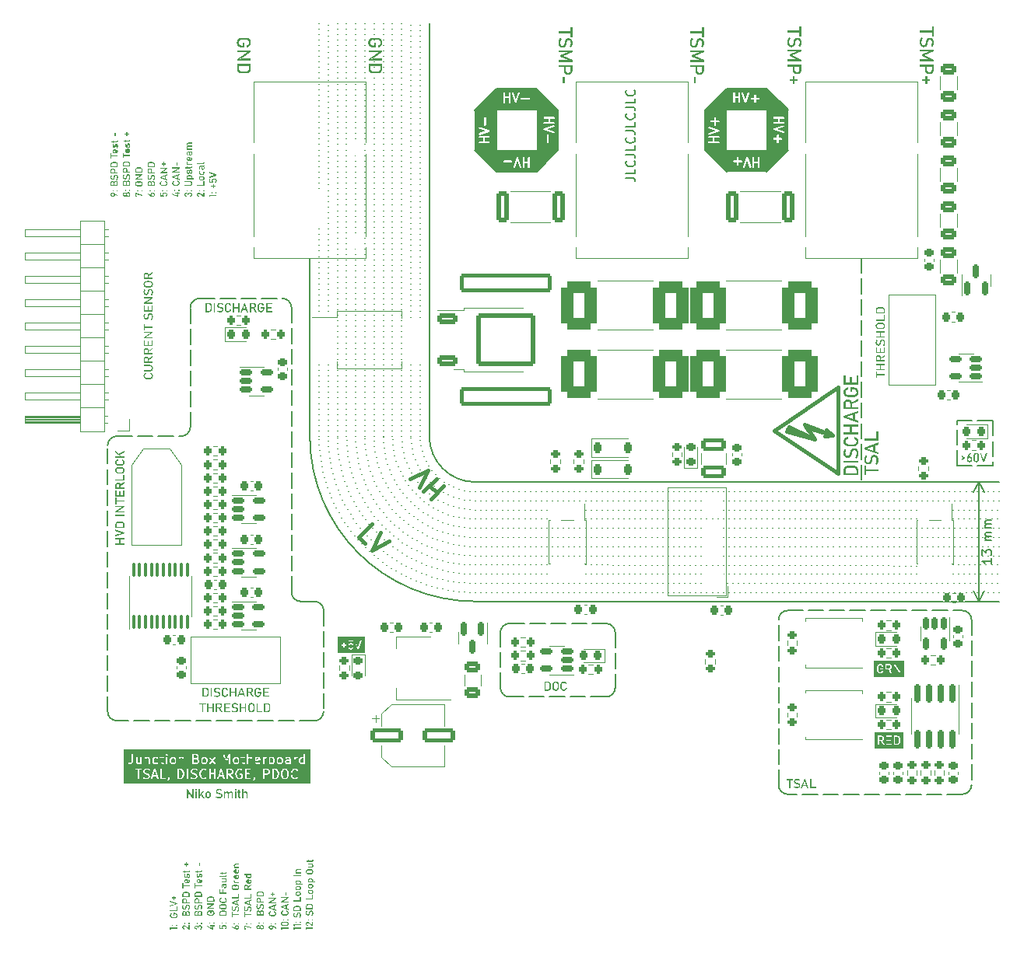
<source format=gbr>
%TF.GenerationSoftware,KiCad,Pcbnew,(7.0.0)*%
%TF.CreationDate,2023-06-27T20:49:36+12:00*%
%TF.ProjectId,VehicleJunctionBoxMotherboard_PCB,56656869-636c-4654-9a75-6e6374696f6e,V1.0*%
%TF.SameCoordinates,Original*%
%TF.FileFunction,Legend,Top*%
%TF.FilePolarity,Positive*%
%FSLAX46Y46*%
G04 Gerber Fmt 4.6, Leading zero omitted, Abs format (unit mm)*
G04 Created by KiCad (PCBNEW (7.0.0)) date 2023-06-27 20:49:36*
%MOMM*%
%LPD*%
G01*
G04 APERTURE LIST*
G04 Aperture macros list*
%AMRoundRect*
0 Rectangle with rounded corners*
0 $1 Rounding radius*
0 $2 $3 $4 $5 $6 $7 $8 $9 X,Y pos of 4 corners*
0 Add a 4 corners polygon primitive as box body*
4,1,4,$2,$3,$4,$5,$6,$7,$8,$9,$2,$3,0*
0 Add four circle primitives for the rounded corners*
1,1,$1+$1,$2,$3*
1,1,$1+$1,$4,$5*
1,1,$1+$1,$6,$7*
1,1,$1+$1,$8,$9*
0 Add four rect primitives between the rounded corners*
20,1,$1+$1,$2,$3,$4,$5,0*
20,1,$1+$1,$4,$5,$6,$7,0*
20,1,$1+$1,$6,$7,$8,$9,0*
20,1,$1+$1,$8,$9,$2,$3,0*%
%AMFreePoly0*
4,1,17,2.675000,1.605000,1.875000,1.605000,1.875000,0.935000,2.675000,0.935000,2.675000,0.335000,1.875000,0.335000,1.875000,-0.335000,2.675000,-0.335000,2.675000,-0.935000,1.875000,-0.935000,1.875000,-1.605000,2.675000,-1.605000,2.675000,-2.205000,-1.875000,-2.205000,-1.875000,2.205000,2.675000,2.205000,2.675000,1.605000,2.675000,1.605000,$1*%
G04 Aperture macros list end*
%ADD10C,0.150000*%
%ADD11C,0.300000*%
%ADD12C,0.200000*%
%ADD13C,0.125000*%
%ADD14C,0.400000*%
%ADD15C,0.120000*%
%ADD16C,0.381000*%
%ADD17RoundRect,0.200000X0.275000X-0.200000X0.275000X0.200000X-0.275000X0.200000X-0.275000X-0.200000X0*%
%ADD18R,2.000000X1.500000*%
%ADD19R,2.000000X3.800000*%
%ADD20R,4.000000X4.000000*%
%ADD21RoundRect,0.249999X-0.450001X-1.425001X0.450001X-1.425001X0.450001X1.425001X-0.450001X1.425001X0*%
%ADD22RoundRect,0.225000X-0.225000X-0.250000X0.225000X-0.250000X0.225000X0.250000X-0.225000X0.250000X0*%
%ADD23RoundRect,0.200000X-0.275000X0.200000X-0.275000X-0.200000X0.275000X-0.200000X0.275000X0.200000X0*%
%ADD24RoundRect,0.225000X0.225000X0.250000X-0.225000X0.250000X-0.225000X-0.250000X0.225000X-0.250000X0*%
%ADD25RoundRect,0.250000X0.625000X-0.312500X0.625000X0.312500X-0.625000X0.312500X-0.625000X-0.312500X0*%
%ADD26C,0.800000*%
%ADD27C,6.400000*%
%ADD28R,3.200000X1.600000*%
%ADD29RoundRect,0.225000X-0.225000X-0.375000X0.225000X-0.375000X0.225000X0.375000X-0.225000X0.375000X0*%
%ADD30RoundRect,0.200000X0.200000X0.275000X-0.200000X0.275000X-0.200000X-0.275000X0.200000X-0.275000X0*%
%ADD31R,1.700000X1.700000*%
%ADD32O,1.700000X1.700000*%
%ADD33RoundRect,0.250000X0.625000X-0.375000X0.625000X0.375000X-0.625000X0.375000X-0.625000X-0.375000X0*%
%ADD34RoundRect,0.150000X-0.150000X0.512500X-0.150000X-0.512500X0.150000X-0.512500X0.150000X0.512500X0*%
%ADD35RoundRect,0.150000X-0.512500X-0.150000X0.512500X-0.150000X0.512500X0.150000X-0.512500X0.150000X0*%
%ADD36C,1.700000*%
%ADD37C,3.500000*%
%ADD38RoundRect,0.200000X-0.200000X-0.275000X0.200000X-0.275000X0.200000X0.275000X-0.200000X0.275000X0*%
%ADD39FreePoly0,180.000000*%
%ADD40R,0.850000X0.500000*%
%ADD41C,1.440000*%
%ADD42RoundRect,0.218750X0.218750X0.256250X-0.218750X0.256250X-0.218750X-0.256250X0.218750X-0.256250X0*%
%ADD43RoundRect,0.250001X1.074999X-0.462499X1.074999X0.462499X-1.074999X0.462499X-1.074999X-0.462499X0*%
%ADD44RoundRect,0.225000X-0.250000X0.225000X-0.250000X-0.225000X0.250000X-0.225000X0.250000X0.225000X0*%
%ADD45RoundRect,0.218750X-0.218750X-0.256250X0.218750X-0.256250X0.218750X0.256250X-0.218750X0.256250X0*%
%ADD46C,3.040000*%
%ADD47R,1.800000X1.800000*%
%ADD48C,1.800000*%
%ADD49R,0.640000X2.000000*%
%ADD50RoundRect,0.218750X-0.256250X0.218750X-0.256250X-0.218750X0.256250X-0.218750X0.256250X0.218750X0*%
%ADD51RoundRect,0.150000X0.150000X-0.587500X0.150000X0.587500X-0.150000X0.587500X-0.150000X-0.587500X0*%
%ADD52RoundRect,0.661019X-1.288981X-1.988981X1.288981X-1.988981X1.288981X1.988981X-1.288981X1.988981X0*%
%ADD53R,3.800000X3.800000*%
%ADD54C,4.000000*%
%ADD55RoundRect,0.218750X0.256250X-0.218750X0.256250X0.218750X-0.256250X0.218750X-0.256250X-0.218750X0*%
%ADD56RoundRect,0.150000X-0.150000X0.587500X-0.150000X-0.587500X0.150000X-0.587500X0.150000X0.587500X0*%
%ADD57O,2.000000X1.500000*%
%ADD58RoundRect,0.150000X0.512500X0.150000X-0.512500X0.150000X-0.512500X-0.150000X0.512500X-0.150000X0*%
%ADD59R,1.600000X3.200000*%
%ADD60RoundRect,0.225000X0.250000X-0.225000X0.250000X0.225000X-0.250000X0.225000X-0.250000X-0.225000X0*%
%ADD61RoundRect,0.250000X-0.850000X-0.350000X0.850000X-0.350000X0.850000X0.350000X-0.850000X0.350000X0*%
%ADD62RoundRect,0.249997X-2.950003X-2.650003X2.950003X-2.650003X2.950003X2.650003X-2.950003X2.650003X0*%
%ADD63RoundRect,0.100000X0.100000X-0.637500X0.100000X0.637500X-0.100000X0.637500X-0.100000X-0.637500X0*%
%ADD64RoundRect,0.150000X-0.150000X0.825000X-0.150000X-0.825000X0.150000X-0.825000X0.150000X0.825000X0*%
%ADD65R,1.905000X0.640000*%
%ADD66RoundRect,0.250000X-1.500000X-0.550000X1.500000X-0.550000X1.500000X0.550000X-1.500000X0.550000X0*%
%ADD67RoundRect,0.200000X-4.800000X0.800000X-4.800000X-0.800000X4.800000X-0.800000X4.800000X0.800000X0*%
G04 APERTURE END LIST*
D10*
X120000000Y-85000000D02*
X120000000Y-85000000D01*
X120600000Y-85000000D02*
X120600000Y-85000000D01*
X121200000Y-85000000D02*
X121200000Y-85000000D01*
X121800000Y-85000000D02*
X121800000Y-85000000D01*
X122400000Y-85000000D02*
X122400000Y-85000000D01*
X123000000Y-85000000D02*
X123000000Y-85000000D01*
X123600000Y-85000000D02*
X123600000Y-85000000D01*
X124200000Y-85000000D02*
X124200000Y-85000000D01*
X124800000Y-85000000D02*
X124800000Y-85000000D01*
X120000000Y-84000000D02*
X120000000Y-84000000D01*
X120600000Y-84000000D02*
X120600000Y-84000000D01*
X121200000Y-84000000D02*
X121200000Y-84000000D01*
X121800000Y-84000000D02*
X121800000Y-84000000D01*
X122400000Y-84000000D02*
X122400000Y-84000000D01*
X123000000Y-84000000D02*
X123000000Y-84000000D01*
X123600000Y-84000000D02*
X123600000Y-84000000D01*
X124200000Y-84000000D02*
X124200000Y-84000000D01*
X124800000Y-84000000D02*
X124800000Y-84000000D01*
X120000000Y-79000000D02*
X120000000Y-79000000D01*
X120600000Y-79000000D02*
X120600000Y-79000000D01*
X121200000Y-79000000D02*
X121200000Y-79000000D01*
X121800000Y-79000000D02*
X121800000Y-79000000D01*
X122400000Y-79000000D02*
X122400000Y-79000000D01*
X123000000Y-79000000D02*
X123000000Y-79000000D01*
X123600000Y-79000000D02*
X123600000Y-79000000D01*
X124200000Y-79000000D02*
X124200000Y-79000000D01*
X124800000Y-79000000D02*
X124800000Y-79000000D01*
X120000000Y-78000000D02*
X120000000Y-78000000D01*
X120600000Y-78000000D02*
X120600000Y-78000000D01*
X121200000Y-78000000D02*
X121200000Y-78000000D01*
X121800000Y-78000000D02*
X121800000Y-78000000D01*
X122400000Y-78000000D02*
X122400000Y-78000000D01*
X123000000Y-78000000D02*
X123000000Y-78000000D01*
X123600000Y-78000000D02*
X123600000Y-78000000D01*
X124200000Y-78000000D02*
X124200000Y-78000000D01*
X124800000Y-78000000D02*
X124800000Y-78000000D01*
X95450000Y-86000000D02*
X95450000Y-86000000D01*
X96050000Y-86000000D02*
X96050000Y-86000000D01*
X96650000Y-86000000D02*
X96650000Y-86000000D01*
X97250000Y-86000000D02*
X97250000Y-86000000D01*
X97850000Y-86000000D02*
X97850000Y-86000000D01*
X98450000Y-86000000D02*
X98450000Y-86000000D01*
X99050000Y-86000000D02*
X99050000Y-86000000D01*
X99650000Y-86000000D02*
X99650000Y-86000000D01*
X100250000Y-86000000D02*
X100250000Y-86000000D01*
X100850000Y-86000000D02*
X100850000Y-86000000D01*
X101450000Y-86000000D02*
X101450000Y-86000000D01*
X102050000Y-86000000D02*
X102050000Y-86000000D01*
X102650000Y-86000000D02*
X102650000Y-86000000D01*
X103250000Y-86000000D02*
X103250000Y-86000000D01*
X103850000Y-86000000D02*
X103850000Y-86000000D01*
X104450000Y-86000000D02*
X104450000Y-86000000D01*
X105050000Y-86000000D02*
X105050000Y-86000000D01*
X105650000Y-86000000D02*
X105650000Y-86000000D01*
X106250000Y-86000000D02*
X106250000Y-86000000D01*
X106850000Y-86000000D02*
X106850000Y-86000000D01*
X107450000Y-86000000D02*
X107450000Y-86000000D01*
X108050000Y-86000000D02*
X108050000Y-86000000D01*
X108650000Y-86000000D02*
X108650000Y-86000000D01*
X109250000Y-86000000D02*
X109250000Y-86000000D01*
X109850000Y-86000000D02*
X109850000Y-86000000D01*
X110450000Y-86000000D02*
X110450000Y-86000000D01*
X111050000Y-86000000D02*
X111050000Y-86000000D01*
X111650000Y-86000000D02*
X111650000Y-86000000D01*
X112250000Y-86000000D02*
X112250000Y-86000000D01*
X112850000Y-86000000D02*
X112850000Y-86000000D01*
X113450000Y-86000000D02*
X113450000Y-86000000D01*
X114050000Y-86000000D02*
X114050000Y-86000000D01*
X114650000Y-86000000D02*
X114650000Y-86000000D01*
X115250000Y-86000000D02*
X115250000Y-86000000D01*
X115850000Y-86000000D02*
X115850000Y-86000000D01*
X116450000Y-86000000D02*
X116450000Y-86000000D01*
X117050000Y-86000000D02*
X117050000Y-86000000D01*
X117650000Y-86000000D02*
X117650000Y-86000000D01*
X118250000Y-86000000D02*
X118250000Y-86000000D01*
X118850000Y-86000000D02*
X118850000Y-86000000D01*
X119450000Y-86000000D02*
X119450000Y-86000000D01*
X120050000Y-86000000D02*
X120050000Y-86000000D01*
X120650000Y-86000000D02*
X120650000Y-86000000D01*
X121250000Y-86000000D02*
X121250000Y-86000000D01*
X121850000Y-86000000D02*
X121850000Y-86000000D01*
X122450000Y-86000000D02*
X122450000Y-86000000D01*
X123050000Y-86000000D02*
X123050000Y-86000000D01*
X123650000Y-86000000D02*
X123650000Y-86000000D01*
X124250000Y-86000000D02*
X124250000Y-86000000D01*
X124850000Y-86000000D02*
X124850000Y-86000000D01*
X95000000Y-85000000D02*
X95000000Y-85000000D01*
X95600000Y-85000000D02*
X95600000Y-85000000D01*
X96200000Y-85000000D02*
X96200000Y-85000000D01*
X96800000Y-85000000D02*
X96800000Y-85000000D01*
X97400000Y-85000000D02*
X97400000Y-85000000D01*
X98000000Y-85000000D02*
X98000000Y-85000000D01*
X98600000Y-85000000D02*
X98600000Y-85000000D01*
X99200000Y-85000000D02*
X99200000Y-85000000D01*
X99800000Y-85000000D02*
X99800000Y-85000000D01*
X100400000Y-85000000D02*
X100400000Y-85000000D01*
X101000000Y-85000000D02*
X101000000Y-85000000D01*
X101600000Y-85000000D02*
X101600000Y-85000000D01*
X102200000Y-85000000D02*
X102200000Y-85000000D01*
X102800000Y-85000000D02*
X102800000Y-85000000D01*
X103400000Y-85000000D02*
X103400000Y-85000000D01*
X104000000Y-85000000D02*
X104000000Y-85000000D01*
X104600000Y-85000000D02*
X104600000Y-85000000D01*
X105200000Y-85000000D02*
X105200000Y-85000000D01*
X105800000Y-85000000D02*
X105800000Y-85000000D01*
X106400000Y-85000000D02*
X106400000Y-85000000D01*
X107000000Y-85000000D02*
X107000000Y-85000000D01*
X107600000Y-85000000D02*
X107600000Y-85000000D01*
X108200000Y-85000000D02*
X108200000Y-85000000D01*
X108800000Y-85000000D02*
X108800000Y-85000000D01*
X109400000Y-85000000D02*
X109400000Y-85000000D01*
X110000000Y-85000000D02*
X110000000Y-85000000D01*
X110600000Y-85000000D02*
X110600000Y-85000000D01*
X111200000Y-85000000D02*
X111200000Y-85000000D01*
X111800000Y-85000000D02*
X111800000Y-85000000D01*
X112400000Y-85000000D02*
X112400000Y-85000000D01*
X113000000Y-85000000D02*
X113000000Y-85000000D01*
X113600000Y-85000000D02*
X113600000Y-85000000D01*
X114200000Y-85000000D02*
X114200000Y-85000000D01*
X114800000Y-85000000D02*
X114800000Y-85000000D01*
X115400000Y-85000000D02*
X115400000Y-85000000D01*
X116000000Y-85000000D02*
X116000000Y-85000000D01*
X95000000Y-83000000D02*
X95000000Y-83000000D01*
X95600000Y-83000000D02*
X95600000Y-83000000D01*
X96200000Y-83000000D02*
X96200000Y-83000000D01*
X96800000Y-83000000D02*
X96800000Y-83000000D01*
X97400000Y-83000000D02*
X97400000Y-83000000D01*
X98000000Y-83000000D02*
X98000000Y-83000000D01*
X98600000Y-83000000D02*
X98600000Y-83000000D01*
X99200000Y-83000000D02*
X99200000Y-83000000D01*
X99800000Y-83000000D02*
X99800000Y-83000000D01*
X100400000Y-83000000D02*
X100400000Y-83000000D01*
X101000000Y-83000000D02*
X101000000Y-83000000D01*
X101600000Y-83000000D02*
X101600000Y-83000000D01*
X102200000Y-83000000D02*
X102200000Y-83000000D01*
X102800000Y-83000000D02*
X102800000Y-83000000D01*
X103400000Y-83000000D02*
X103400000Y-83000000D01*
X104000000Y-83000000D02*
X104000000Y-83000000D01*
X104600000Y-83000000D02*
X104600000Y-83000000D01*
X105200000Y-83000000D02*
X105200000Y-83000000D01*
X105800000Y-83000000D02*
X105800000Y-83000000D01*
X106400000Y-83000000D02*
X106400000Y-83000000D01*
X107000000Y-83000000D02*
X107000000Y-83000000D01*
X107600000Y-83000000D02*
X107600000Y-83000000D01*
X108200000Y-83000000D02*
X108200000Y-83000000D01*
X108800000Y-83000000D02*
X108800000Y-83000000D01*
X109400000Y-83000000D02*
X109400000Y-83000000D01*
X110000000Y-83000000D02*
X110000000Y-83000000D01*
X110600000Y-83000000D02*
X110600000Y-83000000D01*
X111200000Y-83000000D02*
X111200000Y-83000000D01*
X111800000Y-83000000D02*
X111800000Y-83000000D01*
X112400000Y-83000000D02*
X112400000Y-83000000D01*
X113000000Y-83000000D02*
X113000000Y-83000000D01*
X113600000Y-83000000D02*
X113600000Y-83000000D01*
X114200000Y-83000000D02*
X114200000Y-83000000D01*
X114800000Y-83000000D02*
X114800000Y-83000000D01*
X115400000Y-83000000D02*
X115400000Y-83000000D01*
X116000000Y-83000000D02*
X116000000Y-83000000D01*
X116600000Y-83000000D02*
X116600000Y-83000000D01*
X117200000Y-83000000D02*
X117200000Y-83000000D01*
X117800000Y-83000000D02*
X117800000Y-83000000D01*
X118400000Y-83000000D02*
X118400000Y-83000000D01*
X119000000Y-83000000D02*
X119000000Y-83000000D01*
X119600000Y-83000000D02*
X119600000Y-83000000D01*
X120200000Y-83000000D02*
X120200000Y-83000000D01*
X120800000Y-83000000D02*
X120800000Y-83000000D01*
X121400000Y-83000000D02*
X121400000Y-83000000D01*
X122000000Y-83000000D02*
X122000000Y-83000000D01*
X122600000Y-83000000D02*
X122600000Y-83000000D01*
X123200000Y-83000000D02*
X123200000Y-83000000D01*
X123800000Y-83000000D02*
X123800000Y-83000000D01*
X124400000Y-83000000D02*
X124400000Y-83000000D01*
X125000000Y-83000000D02*
X125000000Y-83000000D01*
X95000000Y-82000000D02*
X95000000Y-82000000D01*
X95600000Y-82000000D02*
X95600000Y-82000000D01*
X96200000Y-82000000D02*
X96200000Y-82000000D01*
X96800000Y-82000000D02*
X96800000Y-82000000D01*
X97400000Y-82000000D02*
X97400000Y-82000000D01*
X98000000Y-82000000D02*
X98000000Y-82000000D01*
X98600000Y-82000000D02*
X98600000Y-82000000D01*
X99200000Y-82000000D02*
X99200000Y-82000000D01*
X99800000Y-82000000D02*
X99800000Y-82000000D01*
X100400000Y-82000000D02*
X100400000Y-82000000D01*
X101000000Y-82000000D02*
X101000000Y-82000000D01*
X101600000Y-82000000D02*
X101600000Y-82000000D01*
X102200000Y-82000000D02*
X102200000Y-82000000D01*
X102800000Y-82000000D02*
X102800000Y-82000000D01*
X103400000Y-82000000D02*
X103400000Y-82000000D01*
X104000000Y-82000000D02*
X104000000Y-82000000D01*
X104600000Y-82000000D02*
X104600000Y-82000000D01*
X105200000Y-82000000D02*
X105200000Y-82000000D01*
X105800000Y-82000000D02*
X105800000Y-82000000D01*
X106400000Y-82000000D02*
X106400000Y-82000000D01*
X107000000Y-82000000D02*
X107000000Y-82000000D01*
X107600000Y-82000000D02*
X107600000Y-82000000D01*
X108200000Y-82000000D02*
X108200000Y-82000000D01*
X108800000Y-82000000D02*
X108800000Y-82000000D01*
X109400000Y-82000000D02*
X109400000Y-82000000D01*
X110000000Y-82000000D02*
X110000000Y-82000000D01*
X110600000Y-82000000D02*
X110600000Y-82000000D01*
X111200000Y-82000000D02*
X111200000Y-82000000D01*
X111800000Y-82000000D02*
X111800000Y-82000000D01*
X112400000Y-82000000D02*
X112400000Y-82000000D01*
X113000000Y-82000000D02*
X113000000Y-82000000D01*
X113600000Y-82000000D02*
X113600000Y-82000000D01*
X114200000Y-82000000D02*
X114200000Y-82000000D01*
X114800000Y-82000000D02*
X114800000Y-82000000D01*
X115400000Y-82000000D02*
X115400000Y-82000000D01*
X116000000Y-82000000D02*
X116000000Y-82000000D01*
X116600000Y-82000000D02*
X116600000Y-82000000D01*
X117200000Y-82000000D02*
X117200000Y-82000000D01*
X117800000Y-82000000D02*
X117800000Y-82000000D01*
X118400000Y-82000000D02*
X118400000Y-82000000D01*
X119000000Y-82000000D02*
X119000000Y-82000000D01*
X119600000Y-82000000D02*
X119600000Y-82000000D01*
X120200000Y-82000000D02*
X120200000Y-82000000D01*
X120800000Y-82000000D02*
X120800000Y-82000000D01*
X121400000Y-82000000D02*
X121400000Y-82000000D01*
X122000000Y-82000000D02*
X122000000Y-82000000D01*
X122600000Y-82000000D02*
X122600000Y-82000000D01*
X123200000Y-82000000D02*
X123200000Y-82000000D01*
X123800000Y-82000000D02*
X123800000Y-82000000D01*
X124400000Y-82000000D02*
X124400000Y-82000000D01*
X125000000Y-82000000D02*
X125000000Y-82000000D01*
X95000000Y-81000000D02*
X95000000Y-81000000D01*
X95600000Y-81000000D02*
X95600000Y-81000000D01*
X96200000Y-81000000D02*
X96200000Y-81000000D01*
X96800000Y-81000000D02*
X96800000Y-81000000D01*
X97400000Y-81000000D02*
X97400000Y-81000000D01*
X98000000Y-81000000D02*
X98000000Y-81000000D01*
X98600000Y-81000000D02*
X98600000Y-81000000D01*
X99200000Y-81000000D02*
X99200000Y-81000000D01*
X99800000Y-81000000D02*
X99800000Y-81000000D01*
X100400000Y-81000000D02*
X100400000Y-81000000D01*
X101000000Y-81000000D02*
X101000000Y-81000000D01*
X101600000Y-81000000D02*
X101600000Y-81000000D01*
X102200000Y-81000000D02*
X102200000Y-81000000D01*
X102800000Y-81000000D02*
X102800000Y-81000000D01*
X103400000Y-81000000D02*
X103400000Y-81000000D01*
X104000000Y-81000000D02*
X104000000Y-81000000D01*
X104600000Y-81000000D02*
X104600000Y-81000000D01*
X105200000Y-81000000D02*
X105200000Y-81000000D01*
X105800000Y-81000000D02*
X105800000Y-81000000D01*
X106400000Y-81000000D02*
X106400000Y-81000000D01*
X107000000Y-81000000D02*
X107000000Y-81000000D01*
X107600000Y-81000000D02*
X107600000Y-81000000D01*
X108200000Y-81000000D02*
X108200000Y-81000000D01*
X108800000Y-81000000D02*
X108800000Y-81000000D01*
X109400000Y-81000000D02*
X109400000Y-81000000D01*
X110000000Y-81000000D02*
X110000000Y-81000000D01*
X110600000Y-81000000D02*
X110600000Y-81000000D01*
X111200000Y-81000000D02*
X111200000Y-81000000D01*
X111800000Y-81000000D02*
X111800000Y-81000000D01*
X112400000Y-81000000D02*
X112400000Y-81000000D01*
X113000000Y-81000000D02*
X113000000Y-81000000D01*
X113600000Y-81000000D02*
X113600000Y-81000000D01*
X114200000Y-81000000D02*
X114200000Y-81000000D01*
X114800000Y-81000000D02*
X114800000Y-81000000D01*
X115400000Y-81000000D02*
X115400000Y-81000000D01*
X116000000Y-81000000D02*
X116000000Y-81000000D01*
X116600000Y-81000000D02*
X116600000Y-81000000D01*
X117200000Y-81000000D02*
X117200000Y-81000000D01*
X117800000Y-81000000D02*
X117800000Y-81000000D01*
X118400000Y-81000000D02*
X118400000Y-81000000D01*
X119000000Y-81000000D02*
X119000000Y-81000000D01*
X119600000Y-81000000D02*
X119600000Y-81000000D01*
X120200000Y-81000000D02*
X120200000Y-81000000D01*
X120800000Y-81000000D02*
X120800000Y-81000000D01*
X121400000Y-81000000D02*
X121400000Y-81000000D01*
X122000000Y-81000000D02*
X122000000Y-81000000D01*
X122600000Y-81000000D02*
X122600000Y-81000000D01*
X123200000Y-81000000D02*
X123200000Y-81000000D01*
X123800000Y-81000000D02*
X123800000Y-81000000D01*
X124400000Y-81000000D02*
X124400000Y-81000000D01*
X125000000Y-81000000D02*
X125000000Y-81000000D01*
X95000000Y-80000000D02*
X95000000Y-80000000D01*
X95600000Y-80000000D02*
X95600000Y-80000000D01*
X96200000Y-80000000D02*
X96200000Y-80000000D01*
X96800000Y-80000000D02*
X96800000Y-80000000D01*
X97400000Y-80000000D02*
X97400000Y-80000000D01*
X98000000Y-80000000D02*
X98000000Y-80000000D01*
X98600000Y-80000000D02*
X98600000Y-80000000D01*
X99200000Y-80000000D02*
X99200000Y-80000000D01*
X99800000Y-80000000D02*
X99800000Y-80000000D01*
X100400000Y-80000000D02*
X100400000Y-80000000D01*
X101000000Y-80000000D02*
X101000000Y-80000000D01*
X101600000Y-80000000D02*
X101600000Y-80000000D01*
X102200000Y-80000000D02*
X102200000Y-80000000D01*
X102800000Y-80000000D02*
X102800000Y-80000000D01*
X103400000Y-80000000D02*
X103400000Y-80000000D01*
X104000000Y-80000000D02*
X104000000Y-80000000D01*
X104600000Y-80000000D02*
X104600000Y-80000000D01*
X105200000Y-80000000D02*
X105200000Y-80000000D01*
X105800000Y-80000000D02*
X105800000Y-80000000D01*
X106400000Y-80000000D02*
X106400000Y-80000000D01*
X107000000Y-80000000D02*
X107000000Y-80000000D01*
X107600000Y-80000000D02*
X107600000Y-80000000D01*
X108200000Y-80000000D02*
X108200000Y-80000000D01*
X108800000Y-80000000D02*
X108800000Y-80000000D01*
X109400000Y-80000000D02*
X109400000Y-80000000D01*
X110000000Y-80000000D02*
X110000000Y-80000000D01*
X110600000Y-80000000D02*
X110600000Y-80000000D01*
X111200000Y-80000000D02*
X111200000Y-80000000D01*
X111800000Y-80000000D02*
X111800000Y-80000000D01*
X112400000Y-80000000D02*
X112400000Y-80000000D01*
X113000000Y-80000000D02*
X113000000Y-80000000D01*
X113600000Y-80000000D02*
X113600000Y-80000000D01*
X114200000Y-80000000D02*
X114200000Y-80000000D01*
X114800000Y-80000000D02*
X114800000Y-80000000D01*
X115400000Y-80000000D02*
X115400000Y-80000000D01*
X116000000Y-80000000D02*
X116000000Y-80000000D01*
X116600000Y-80000000D02*
X116600000Y-80000000D01*
X117200000Y-80000000D02*
X117200000Y-80000000D01*
X117800000Y-80000000D02*
X117800000Y-80000000D01*
X118400000Y-80000000D02*
X118400000Y-80000000D01*
X119000000Y-80000000D02*
X119000000Y-80000000D01*
X119600000Y-80000000D02*
X119600000Y-80000000D01*
X120200000Y-80000000D02*
X120200000Y-80000000D01*
X120800000Y-80000000D02*
X120800000Y-80000000D01*
X121400000Y-80000000D02*
X121400000Y-80000000D01*
X122000000Y-80000000D02*
X122000000Y-80000000D01*
X122600000Y-80000000D02*
X122600000Y-80000000D01*
X123200000Y-80000000D02*
X123200000Y-80000000D01*
X123800000Y-80000000D02*
X123800000Y-80000000D01*
X124400000Y-80000000D02*
X124400000Y-80000000D01*
X125000000Y-80000000D02*
X125000000Y-80000000D01*
X95000000Y-78000000D02*
X95000000Y-78000000D01*
X95600000Y-78000000D02*
X95600000Y-78000000D01*
X96200000Y-78000000D02*
X96200000Y-78000000D01*
X96800000Y-78000000D02*
X96800000Y-78000000D01*
X97400000Y-78000000D02*
X97400000Y-78000000D01*
X98000000Y-78000000D02*
X98000000Y-78000000D01*
X98600000Y-78000000D02*
X98600000Y-78000000D01*
X99200000Y-78000000D02*
X99200000Y-78000000D01*
X99800000Y-78000000D02*
X99800000Y-78000000D01*
X100400000Y-78000000D02*
X100400000Y-78000000D01*
X101000000Y-78000000D02*
X101000000Y-78000000D01*
X101600000Y-78000000D02*
X101600000Y-78000000D01*
X102200000Y-78000000D02*
X102200000Y-78000000D01*
X102800000Y-78000000D02*
X102800000Y-78000000D01*
X103400000Y-78000000D02*
X103400000Y-78000000D01*
X104000000Y-78000000D02*
X104000000Y-78000000D01*
X104600000Y-78000000D02*
X104600000Y-78000000D01*
X105200000Y-78000000D02*
X105200000Y-78000000D01*
X105800000Y-78000000D02*
X105800000Y-78000000D01*
X106400000Y-78000000D02*
X106400000Y-78000000D01*
X107000000Y-78000000D02*
X107000000Y-78000000D01*
X107600000Y-78000000D02*
X107600000Y-78000000D01*
X108200000Y-78000000D02*
X108200000Y-78000000D01*
X108800000Y-78000000D02*
X108800000Y-78000000D01*
X109400000Y-78000000D02*
X109400000Y-78000000D01*
X110000000Y-78000000D02*
X110000000Y-78000000D01*
X110600000Y-78000000D02*
X110600000Y-78000000D01*
X111200000Y-78000000D02*
X111200000Y-78000000D01*
X111800000Y-78000000D02*
X111800000Y-78000000D01*
X112400000Y-78000000D02*
X112400000Y-78000000D01*
X113000000Y-78000000D02*
X113000000Y-78000000D01*
X113600000Y-78000000D02*
X113600000Y-78000000D01*
X114200000Y-78000000D02*
X114200000Y-78000000D01*
X114800000Y-78000000D02*
X114800000Y-78000000D01*
X115400000Y-78000000D02*
X115400000Y-78000000D01*
X116000000Y-78000000D02*
X116000000Y-78000000D01*
X95000000Y-77000000D02*
X95000000Y-77000000D01*
X95600000Y-77000000D02*
X95600000Y-77000000D01*
X96200000Y-77000000D02*
X96200000Y-77000000D01*
X96800000Y-77000000D02*
X96800000Y-77000000D01*
X97400000Y-77000000D02*
X97400000Y-77000000D01*
X98000000Y-77000000D02*
X98000000Y-77000000D01*
X98600000Y-77000000D02*
X98600000Y-77000000D01*
X99200000Y-77000000D02*
X99200000Y-77000000D01*
X99800000Y-77000000D02*
X99800000Y-77000000D01*
X100400000Y-77000000D02*
X100400000Y-77000000D01*
X101000000Y-77000000D02*
X101000000Y-77000000D01*
X101600000Y-77000000D02*
X101600000Y-77000000D01*
X102200000Y-77000000D02*
X102200000Y-77000000D01*
X102800000Y-77000000D02*
X102800000Y-77000000D01*
X103400000Y-77000000D02*
X103400000Y-77000000D01*
X104000000Y-77000000D02*
X104000000Y-77000000D01*
X104600000Y-77000000D02*
X104600000Y-77000000D01*
X105200000Y-77000000D02*
X105200000Y-77000000D01*
X105800000Y-77000000D02*
X105800000Y-77000000D01*
X106400000Y-77000000D02*
X106400000Y-77000000D01*
X107000000Y-77000000D02*
X107000000Y-77000000D01*
X107600000Y-77000000D02*
X107600000Y-77000000D01*
X108200000Y-77000000D02*
X108200000Y-77000000D01*
X108800000Y-77000000D02*
X108800000Y-77000000D01*
X109400000Y-77000000D02*
X109400000Y-77000000D01*
X110000000Y-77000000D02*
X110000000Y-77000000D01*
X110600000Y-77000000D02*
X110600000Y-77000000D01*
X111200000Y-77000000D02*
X111200000Y-77000000D01*
X111800000Y-77000000D02*
X111800000Y-77000000D01*
X112400000Y-77000000D02*
X112400000Y-77000000D01*
X113000000Y-77000000D02*
X113000000Y-77000000D01*
X113600000Y-77000000D02*
X113600000Y-77000000D01*
X114200000Y-77000000D02*
X114200000Y-77000000D01*
X114800000Y-77000000D02*
X114800000Y-77000000D01*
X115400000Y-77000000D02*
X115400000Y-77000000D01*
X116000000Y-77000000D02*
X116000000Y-77000000D01*
X116600000Y-77000000D02*
X116600000Y-77000000D01*
X117200000Y-77000000D02*
X117200000Y-77000000D01*
X117800000Y-77000000D02*
X117800000Y-77000000D01*
X118400000Y-77000000D02*
X118400000Y-77000000D01*
X119000000Y-77000000D02*
X119000000Y-77000000D01*
X119600000Y-77000000D02*
X119600000Y-77000000D01*
X120200000Y-77000000D02*
X120200000Y-77000000D01*
X120800000Y-77000000D02*
X120800000Y-77000000D01*
X121400000Y-77000000D02*
X121400000Y-77000000D01*
X122000000Y-77000000D02*
X122000000Y-77000000D01*
X122600000Y-77000000D02*
X122600000Y-77000000D01*
X123200000Y-77000000D02*
X123200000Y-77000000D01*
X123800000Y-77000000D02*
X123800000Y-77000000D01*
X124400000Y-77000000D02*
X124400000Y-77000000D01*
X125000000Y-77000000D02*
X125000000Y-77000000D01*
X68000000Y-85000000D02*
X68000000Y-85000000D01*
X68600000Y-85000000D02*
X68600000Y-85000000D01*
X69200000Y-85000000D02*
X69200000Y-85000000D01*
X69800000Y-85000000D02*
X69800000Y-85000000D01*
X70400000Y-85000000D02*
X70400000Y-85000000D01*
X71000000Y-85000000D02*
X71000000Y-85000000D01*
X71600000Y-85000000D02*
X71600000Y-85000000D01*
X72200000Y-85000000D02*
X72200000Y-85000000D01*
X72800000Y-85000000D02*
X72800000Y-85000000D01*
X73400000Y-85000000D02*
X73400000Y-85000000D01*
X74000000Y-85000000D02*
X74000000Y-85000000D01*
X74600000Y-85000000D02*
X74600000Y-85000000D01*
X75200000Y-85000000D02*
X75200000Y-85000000D01*
X75800000Y-85000000D02*
X75800000Y-85000000D01*
X68000000Y-84000000D02*
X68000000Y-84000000D01*
X68600000Y-84000000D02*
X68600000Y-84000000D01*
X69200000Y-84000000D02*
X69200000Y-84000000D01*
X69800000Y-84000000D02*
X69800000Y-84000000D01*
X70400000Y-84000000D02*
X70400000Y-84000000D01*
X71000000Y-84000000D02*
X71000000Y-84000000D01*
X71600000Y-84000000D02*
X71600000Y-84000000D01*
X72200000Y-84000000D02*
X72200000Y-84000000D01*
X72800000Y-84000000D02*
X72800000Y-84000000D01*
X73400000Y-84000000D02*
X73400000Y-84000000D01*
X74000000Y-84000000D02*
X74000000Y-84000000D01*
X74600000Y-84000000D02*
X74600000Y-84000000D01*
X75200000Y-84000000D02*
X75200000Y-84000000D01*
X75800000Y-84000000D02*
X75800000Y-84000000D01*
X68000000Y-79000000D02*
X68000000Y-79000000D01*
X68600000Y-79000000D02*
X68600000Y-79000000D01*
X69200000Y-79000000D02*
X69200000Y-79000000D01*
X69800000Y-79000000D02*
X69800000Y-79000000D01*
X70400000Y-79000000D02*
X70400000Y-79000000D01*
X71000000Y-79000000D02*
X71000000Y-79000000D01*
X71600000Y-79000000D02*
X71600000Y-79000000D01*
X72200000Y-79000000D02*
X72200000Y-79000000D01*
X72800000Y-79000000D02*
X72800000Y-79000000D01*
X73400000Y-79000000D02*
X73400000Y-79000000D01*
X74000000Y-79000000D02*
X74000000Y-79000000D01*
X74600000Y-79000000D02*
X74600000Y-79000000D01*
X75200000Y-79000000D02*
X75200000Y-79000000D01*
X75800000Y-79000000D02*
X75800000Y-79000000D01*
X68000000Y-78000000D02*
X68000000Y-78000000D01*
X68600000Y-78000000D02*
X68600000Y-78000000D01*
X69200000Y-78000000D02*
X69200000Y-78000000D01*
X69800000Y-78000000D02*
X69800000Y-78000000D01*
X70400000Y-78000000D02*
X70400000Y-78000000D01*
X71000000Y-78000000D02*
X71000000Y-78000000D01*
X71600000Y-78000000D02*
X71600000Y-78000000D01*
X72200000Y-78000000D02*
X72200000Y-78000000D01*
X72800000Y-78000000D02*
X72800000Y-78000000D01*
X73400000Y-78000000D02*
X73400000Y-78000000D01*
X74000000Y-78000000D02*
X74000000Y-78000000D01*
X74600000Y-78000000D02*
X74600000Y-78000000D01*
X75200000Y-78000000D02*
X75200000Y-78000000D01*
X75800000Y-78000000D02*
X75800000Y-78000000D01*
X62000000Y-70000000D02*
X62000000Y-70000000D01*
X62000000Y-69400000D02*
X62000000Y-69400000D01*
X62000000Y-68800000D02*
X62000000Y-68800000D01*
X62000000Y-68200000D02*
X62000000Y-68200000D01*
X62000000Y-67600000D02*
X62000000Y-67600000D01*
X62000000Y-67000000D02*
X62000000Y-67000000D01*
X62000000Y-66400000D02*
X62000000Y-66400000D01*
X62000000Y-65800000D02*
X62000000Y-65800000D01*
X62000000Y-65200000D02*
X62000000Y-65200000D01*
X62000000Y-64600000D02*
X62000000Y-64600000D01*
X62000000Y-64000000D02*
X62000000Y-64000000D01*
X62000000Y-63400000D02*
X62000000Y-63400000D01*
X62000000Y-62800000D02*
X62000000Y-62800000D01*
X62000000Y-62200000D02*
X62000000Y-62200000D01*
X61000000Y-70000000D02*
X61000000Y-70000000D01*
X61000000Y-69400000D02*
X61000000Y-69400000D01*
X61000000Y-68800000D02*
X61000000Y-68800000D01*
X61000000Y-68200000D02*
X61000000Y-68200000D01*
X61000000Y-67600000D02*
X61000000Y-67600000D01*
X61000000Y-67000000D02*
X61000000Y-67000000D01*
X61000000Y-66400000D02*
X61000000Y-66400000D01*
X61000000Y-65800000D02*
X61000000Y-65800000D01*
X61000000Y-65200000D02*
X61000000Y-65200000D01*
X61000000Y-64600000D02*
X61000000Y-64600000D01*
X61000000Y-64000000D02*
X61000000Y-64000000D01*
X61000000Y-63400000D02*
X61000000Y-63400000D01*
X61000000Y-62800000D02*
X61000000Y-62800000D01*
X61000000Y-62200000D02*
X61000000Y-62200000D01*
X52000000Y-70000000D02*
X52000000Y-70000000D01*
X52000000Y-69400000D02*
X52000000Y-69400000D01*
X52000000Y-68800000D02*
X52000000Y-68800000D01*
X52000000Y-68200000D02*
X52000000Y-68200000D01*
X52000000Y-67600000D02*
X52000000Y-67600000D01*
X52000000Y-67000000D02*
X52000000Y-67000000D01*
X52000000Y-66400000D02*
X52000000Y-66400000D01*
X52000000Y-65800000D02*
X52000000Y-65800000D01*
X52000000Y-65200000D02*
X52000000Y-65200000D01*
X52000000Y-64600000D02*
X52000000Y-64600000D01*
X52000000Y-64000000D02*
X52000000Y-64000000D01*
X52000000Y-63400000D02*
X52000000Y-63400000D01*
X52000000Y-62800000D02*
X52000000Y-62800000D01*
X52000000Y-62200000D02*
X52000000Y-62200000D01*
X51000000Y-70000000D02*
X51000000Y-70000000D01*
X51000000Y-69400000D02*
X51000000Y-69400000D01*
X51000000Y-68800000D02*
X51000000Y-68800000D01*
X51000000Y-68200000D02*
X51000000Y-68200000D01*
X51000000Y-67600000D02*
X51000000Y-67600000D01*
X51000000Y-67000000D02*
X51000000Y-67000000D01*
X51000000Y-66400000D02*
X51000000Y-66400000D01*
X51000000Y-65800000D02*
X51000000Y-65800000D01*
X51000000Y-65200000D02*
X51000000Y-65200000D01*
X51000000Y-64600000D02*
X51000000Y-64600000D01*
X51000000Y-64000000D02*
X51000000Y-64000000D01*
X51000000Y-63400000D02*
X51000000Y-63400000D01*
X51000000Y-62800000D02*
X51000000Y-62800000D01*
X51000000Y-62200000D02*
X51000000Y-62200000D01*
X51000000Y-43000000D02*
X51000000Y-43000000D01*
X51000000Y-42400000D02*
X51000000Y-42400000D01*
X51000000Y-41800000D02*
X51000000Y-41800000D01*
X51000000Y-41200000D02*
X51000000Y-41200000D01*
X51000000Y-40600000D02*
X51000000Y-40600000D01*
X51000000Y-40000000D02*
X51000000Y-40000000D01*
X51000000Y-39400000D02*
X51000000Y-39400000D01*
X51000000Y-38800000D02*
X51000000Y-38800000D01*
X51000000Y-38200000D02*
X51000000Y-38200000D01*
X51000000Y-37600000D02*
X51000000Y-37600000D01*
X51000000Y-37000000D02*
X51000000Y-37000000D01*
X51000000Y-36400000D02*
X51000000Y-36400000D01*
X51000000Y-35800000D02*
X51000000Y-35800000D01*
X51000000Y-35200000D02*
X51000000Y-35200000D01*
X51000000Y-34600000D02*
X51000000Y-34600000D01*
X51000000Y-34000000D02*
X51000000Y-34000000D01*
X51000000Y-33400000D02*
X51000000Y-33400000D01*
X51000000Y-32800000D02*
X51000000Y-32800000D01*
X51000000Y-32200000D02*
X51000000Y-32200000D01*
X51000000Y-31600000D02*
X51000000Y-31600000D01*
X51000000Y-31000000D02*
X51000000Y-31000000D01*
X51000000Y-30400000D02*
X51000000Y-30400000D01*
X51000000Y-29800000D02*
X51000000Y-29800000D01*
X51000000Y-29200000D02*
X51000000Y-29200000D01*
X51000000Y-28600000D02*
X51000000Y-28600000D01*
X51000000Y-28000000D02*
X51000000Y-28000000D01*
X51000000Y-27400000D02*
X51000000Y-27400000D01*
X51000000Y-26800000D02*
X51000000Y-26800000D01*
X51000000Y-26200000D02*
X51000000Y-26200000D01*
X51000000Y-25600000D02*
X51000000Y-25600000D01*
X51000000Y-25000000D02*
X51000000Y-25000000D01*
X84382380Y-41876190D02*
X85096666Y-41876190D01*
X85096666Y-41876190D02*
X85239523Y-41923809D01*
X85239523Y-41923809D02*
X85334761Y-42019047D01*
X85334761Y-42019047D02*
X85382380Y-42161904D01*
X85382380Y-42161904D02*
X85382380Y-42257142D01*
X85382380Y-40923809D02*
X85382380Y-41399999D01*
X85382380Y-41399999D02*
X84382380Y-41399999D01*
X85287142Y-40019047D02*
X85334761Y-40066666D01*
X85334761Y-40066666D02*
X85382380Y-40209523D01*
X85382380Y-40209523D02*
X85382380Y-40304761D01*
X85382380Y-40304761D02*
X85334761Y-40447618D01*
X85334761Y-40447618D02*
X85239523Y-40542856D01*
X85239523Y-40542856D02*
X85144285Y-40590475D01*
X85144285Y-40590475D02*
X84953809Y-40638094D01*
X84953809Y-40638094D02*
X84810952Y-40638094D01*
X84810952Y-40638094D02*
X84620476Y-40590475D01*
X84620476Y-40590475D02*
X84525238Y-40542856D01*
X84525238Y-40542856D02*
X84430000Y-40447618D01*
X84430000Y-40447618D02*
X84382380Y-40304761D01*
X84382380Y-40304761D02*
X84382380Y-40209523D01*
X84382380Y-40209523D02*
X84430000Y-40066666D01*
X84430000Y-40066666D02*
X84477619Y-40019047D01*
X84382380Y-39304761D02*
X85096666Y-39304761D01*
X85096666Y-39304761D02*
X85239523Y-39352380D01*
X85239523Y-39352380D02*
X85334761Y-39447618D01*
X85334761Y-39447618D02*
X85382380Y-39590475D01*
X85382380Y-39590475D02*
X85382380Y-39685713D01*
X85382380Y-38352380D02*
X85382380Y-38828570D01*
X85382380Y-38828570D02*
X84382380Y-38828570D01*
X85287142Y-37447618D02*
X85334761Y-37495237D01*
X85334761Y-37495237D02*
X85382380Y-37638094D01*
X85382380Y-37638094D02*
X85382380Y-37733332D01*
X85382380Y-37733332D02*
X85334761Y-37876189D01*
X85334761Y-37876189D02*
X85239523Y-37971427D01*
X85239523Y-37971427D02*
X85144285Y-38019046D01*
X85144285Y-38019046D02*
X84953809Y-38066665D01*
X84953809Y-38066665D02*
X84810952Y-38066665D01*
X84810952Y-38066665D02*
X84620476Y-38019046D01*
X84620476Y-38019046D02*
X84525238Y-37971427D01*
X84525238Y-37971427D02*
X84430000Y-37876189D01*
X84430000Y-37876189D02*
X84382380Y-37733332D01*
X84382380Y-37733332D02*
X84382380Y-37638094D01*
X84382380Y-37638094D02*
X84430000Y-37495237D01*
X84430000Y-37495237D02*
X84477619Y-37447618D01*
X84382380Y-36733332D02*
X85096666Y-36733332D01*
X85096666Y-36733332D02*
X85239523Y-36780951D01*
X85239523Y-36780951D02*
X85334761Y-36876189D01*
X85334761Y-36876189D02*
X85382380Y-37019046D01*
X85382380Y-37019046D02*
X85382380Y-37114284D01*
X85382380Y-35780951D02*
X85382380Y-36257141D01*
X85382380Y-36257141D02*
X84382380Y-36257141D01*
X85287142Y-34876189D02*
X85334761Y-34923808D01*
X85334761Y-34923808D02*
X85382380Y-35066665D01*
X85382380Y-35066665D02*
X85382380Y-35161903D01*
X85382380Y-35161903D02*
X85334761Y-35304760D01*
X85334761Y-35304760D02*
X85239523Y-35399998D01*
X85239523Y-35399998D02*
X85144285Y-35447617D01*
X85144285Y-35447617D02*
X84953809Y-35495236D01*
X84953809Y-35495236D02*
X84810952Y-35495236D01*
X84810952Y-35495236D02*
X84620476Y-35447617D01*
X84620476Y-35447617D02*
X84525238Y-35399998D01*
X84525238Y-35399998D02*
X84430000Y-35304760D01*
X84430000Y-35304760D02*
X84382380Y-35161903D01*
X84382380Y-35161903D02*
X84382380Y-35066665D01*
X84382380Y-35066665D02*
X84430000Y-34923808D01*
X84430000Y-34923808D02*
X84477619Y-34876189D01*
X84382380Y-34161903D02*
X85096666Y-34161903D01*
X85096666Y-34161903D02*
X85239523Y-34209522D01*
X85239523Y-34209522D02*
X85334761Y-34304760D01*
X85334761Y-34304760D02*
X85382380Y-34447617D01*
X85382380Y-34447617D02*
X85382380Y-34542855D01*
X85382380Y-33209522D02*
X85382380Y-33685712D01*
X85382380Y-33685712D02*
X84382380Y-33685712D01*
X85287142Y-32304760D02*
X85334761Y-32352379D01*
X85334761Y-32352379D02*
X85382380Y-32495236D01*
X85382380Y-32495236D02*
X85382380Y-32590474D01*
X85382380Y-32590474D02*
X85334761Y-32733331D01*
X85334761Y-32733331D02*
X85239523Y-32828569D01*
X85239523Y-32828569D02*
X85144285Y-32876188D01*
X85144285Y-32876188D02*
X84953809Y-32923807D01*
X84953809Y-32923807D02*
X84810952Y-32923807D01*
X84810952Y-32923807D02*
X84620476Y-32876188D01*
X84620476Y-32876188D02*
X84525238Y-32828569D01*
X84525238Y-32828569D02*
X84430000Y-32733331D01*
X84430000Y-32733331D02*
X84382380Y-32590474D01*
X84382380Y-32590474D02*
X84382380Y-32495236D01*
X84382380Y-32495236D02*
X84430000Y-32352379D01*
X84430000Y-32352379D02*
X84477619Y-32304760D01*
X102000000Y-89000000D02*
X103650000Y-89000000D01*
X104250000Y-89000000D02*
X105900000Y-89000000D01*
X106500000Y-89000000D02*
X108150000Y-89000000D01*
X108750000Y-89000000D02*
X110400000Y-89000000D01*
X111000000Y-89000000D02*
X112650000Y-89000000D01*
X113250000Y-89000000D02*
X114900000Y-89000000D01*
X115500000Y-89000000D02*
X117150000Y-89000000D01*
X117750000Y-89000000D02*
X119400000Y-89000000D01*
X120000000Y-89000000D02*
X121000000Y-89000000D01*
X38000000Y-55000000D02*
X39650000Y-55000000D01*
X40250000Y-55000000D02*
X41900000Y-55000000D01*
X42500000Y-55000000D02*
X44150000Y-55000000D01*
X44750000Y-55000000D02*
X46400000Y-55000000D01*
X47000000Y-55000000D02*
X47000000Y-55000000D01*
X83225000Y-91400000D02*
X83225000Y-93050000D01*
X83225000Y-93650000D02*
X83225000Y-95300000D01*
X83225000Y-95900000D02*
X83225000Y-97400000D01*
G36*
X99675000Y-41175000D02*
G01*
X99700000Y-38850000D01*
X102025000Y-38800000D01*
X99675000Y-41175000D01*
G37*
X99675000Y-41175000D02*
X99700000Y-38850000D01*
X102025000Y-38800000D01*
X99675000Y-41175000D01*
X68000000Y-77000000D02*
X68000000Y-77000000D01*
X68600000Y-77000000D02*
X68600000Y-77000000D01*
X69200000Y-77000000D02*
X69200000Y-77000000D01*
X69800000Y-77000000D02*
X69800000Y-77000000D01*
X70400000Y-77000000D02*
X70400000Y-77000000D01*
X71000000Y-77000000D02*
X71000000Y-77000000D01*
X71600000Y-77000000D02*
X71600000Y-77000000D01*
X72200000Y-77000000D02*
X72200000Y-77000000D01*
X72800000Y-77000000D02*
X72800000Y-77000000D01*
X73400000Y-77000000D02*
X73400000Y-77000000D01*
X74000000Y-77000000D02*
X74000000Y-77000000D01*
X74600000Y-77000000D02*
X74600000Y-77000000D01*
X75200000Y-77000000D02*
X75200000Y-77000000D01*
X75800000Y-77000000D02*
X75800000Y-77000000D01*
X76400000Y-77000000D02*
X76400000Y-77000000D01*
X77000000Y-77000000D02*
X77000000Y-77000000D01*
X77600000Y-77000000D02*
X77600000Y-77000000D01*
X78200000Y-77000000D02*
X78200000Y-77000000D01*
X78800000Y-77000000D02*
X78800000Y-77000000D01*
X79400000Y-77000000D02*
X79400000Y-77000000D01*
X80000000Y-77000000D02*
X80000000Y-77000000D01*
X80600000Y-77000000D02*
X80600000Y-77000000D01*
X81200000Y-77000000D02*
X81200000Y-77000000D01*
X81800000Y-77000000D02*
X81800000Y-77000000D01*
X82400000Y-77000000D02*
X82400000Y-77000000D01*
X83000000Y-77000000D02*
X83000000Y-77000000D01*
X83600000Y-77000000D02*
X83600000Y-77000000D01*
X84200000Y-77000000D02*
X84200000Y-77000000D01*
X84800000Y-77000000D02*
X84800000Y-77000000D01*
X85400000Y-77000000D02*
X85400000Y-77000000D01*
X86000000Y-77000000D02*
X86000000Y-77000000D01*
X86600000Y-77000000D02*
X86600000Y-77000000D01*
X87200000Y-77000000D02*
X87200000Y-77000000D01*
X87800000Y-77000000D02*
X87800000Y-77000000D01*
X88400000Y-77000000D02*
X88400000Y-77000000D01*
X89000000Y-77000000D02*
X89000000Y-77000000D01*
X89600000Y-77000000D02*
X89600000Y-77000000D01*
X90200000Y-77000000D02*
X90200000Y-77000000D01*
X90800000Y-77000000D02*
X90800000Y-77000000D01*
X91400000Y-77000000D02*
X91400000Y-77000000D01*
X92000000Y-77000000D02*
X92000000Y-77000000D01*
X92600000Y-77000000D02*
X92600000Y-77000000D01*
X50000000Y-70000000D02*
G75*
G03*
X68000000Y-88000000I18000000J0D01*
G01*
X68000000Y-87000000D02*
X68000000Y-87000000D01*
X67400124Y-86989412D02*
X67400124Y-86989412D01*
X66800996Y-86957664D02*
X66800996Y-86957664D01*
X66203361Y-86904794D02*
X66203361Y-86904794D01*
X65607964Y-86830869D02*
X65607964Y-86830869D01*
X65015546Y-86735980D02*
X65015546Y-86735980D01*
X64426846Y-86620245D02*
X64426846Y-86620245D01*
X63842596Y-86483810D02*
X63842596Y-86483810D01*
X63263524Y-86326843D02*
X63263524Y-86326843D01*
X62690352Y-86149540D02*
X62690352Y-86149540D01*
X62123793Y-85952122D02*
X62123793Y-85952122D01*
X61564554Y-85734835D02*
X61564554Y-85734835D01*
X61013330Y-85497949D02*
X61013330Y-85497949D01*
X60470808Y-85241760D02*
X60470808Y-85241760D01*
X59937664Y-84966587D02*
X59937664Y-84966587D01*
X59414562Y-84672772D02*
X59414562Y-84672772D01*
X58902154Y-84360682D02*
X58902154Y-84360682D01*
X58401077Y-84030705D02*
X58401077Y-84030705D01*
X57911957Y-83683252D02*
X57911957Y-83683252D01*
X57435401Y-83318756D02*
X57435401Y-83318756D01*
X56972005Y-82937670D02*
X56972005Y-82937670D01*
X56522344Y-82540471D02*
X56522344Y-82540471D01*
X56086979Y-82127651D02*
X56086979Y-82127651D01*
X55666452Y-81699726D02*
X55666452Y-81699726D01*
X55261287Y-81257228D02*
X55261287Y-81257228D01*
X54871989Y-80800709D02*
X54871989Y-80800709D01*
X54499042Y-80330738D02*
X54499042Y-80330738D01*
X54142912Y-79847899D02*
X54142912Y-79847899D01*
X53804041Y-79352793D02*
X53804041Y-79352793D01*
X53482851Y-78846039D02*
X53482851Y-78846039D01*
X53179744Y-78328266D02*
X53179744Y-78328266D01*
X52895096Y-77800120D02*
X52895096Y-77800120D01*
X52629262Y-77262259D02*
X52629262Y-77262259D01*
X52382572Y-76715352D02*
X52382572Y-76715352D01*
X52155335Y-76160081D02*
X52155335Y-76160081D01*
X51947833Y-75597138D02*
X51947833Y-75597138D01*
X51760325Y-75027222D02*
X51760325Y-75027222D01*
X51593044Y-74451046D02*
X51593044Y-74451046D01*
X51446199Y-73869325D02*
X51446199Y-73869325D01*
X51319972Y-73282785D02*
X51319972Y-73282785D01*
X51214521Y-72692156D02*
X51214521Y-72692156D01*
X51129977Y-72098173D02*
X51129977Y-72098173D01*
X51066445Y-71501578D02*
X51066445Y-71501578D01*
X51024005Y-70903112D02*
X51024005Y-70903112D01*
X51002709Y-70303521D02*
X51002709Y-70303521D01*
X68000000Y-84000000D02*
X68000000Y-84000000D01*
X67400183Y-83987144D02*
X67400183Y-83987144D01*
X66801468Y-83948602D02*
X66801468Y-83948602D01*
X66204955Y-83884445D02*
X66204955Y-83884445D01*
X65611737Y-83794789D02*
X65611737Y-83794789D01*
X65022906Y-83679799D02*
X65022906Y-83679799D01*
X64439542Y-83539687D02*
X64439542Y-83539687D01*
X63862717Y-83374710D02*
X63862717Y-83374710D01*
X63293489Y-83185171D02*
X63293489Y-83185171D01*
X62732905Y-82971419D02*
X62732905Y-82971419D01*
X62181994Y-82733844D02*
X62181994Y-82733844D01*
X61641767Y-82472885D02*
X61641767Y-82472885D01*
X61113216Y-82189020D02*
X61113216Y-82189020D01*
X60597313Y-81882770D02*
X60597313Y-81882770D01*
X60095005Y-81554698D02*
X60095005Y-81554698D01*
X59607214Y-81205406D02*
X59607214Y-81205406D01*
X59134835Y-80835537D02*
X59134835Y-80835537D01*
X58678738Y-80445768D02*
X58678738Y-80445768D01*
X58239758Y-80036816D02*
X58239758Y-80036816D01*
X57818702Y-79609432D02*
X57818702Y-79609432D01*
X57416344Y-79164400D02*
X57416344Y-79164400D01*
X57033423Y-78702539D02*
X57033423Y-78702539D01*
X56670641Y-78224696D02*
X56670641Y-78224696D01*
X56328665Y-77731748D02*
X56328665Y-77731748D01*
X56008122Y-77224602D02*
X56008122Y-77224602D01*
X55709602Y-76704188D02*
X55709602Y-76704188D01*
X55433653Y-76171462D02*
X55433653Y-76171462D01*
X55180782Y-75627402D02*
X55180782Y-75627402D01*
X54951452Y-75073008D02*
X54951452Y-75073008D01*
X54746086Y-74509298D02*
X54746086Y-74509298D01*
X54565059Y-73937306D02*
X54565059Y-73937306D01*
X54408706Y-73358084D02*
X54408706Y-73358084D01*
X54277312Y-72772695D02*
X54277312Y-72772695D01*
X54171119Y-72182213D02*
X54171119Y-72182213D01*
X54090322Y-71587725D02*
X54090322Y-71587725D01*
X54035070Y-70990320D02*
X54035070Y-70990320D01*
X54005463Y-70391097D02*
X54005463Y-70391097D01*
X51000000Y-57000000D02*
X51000000Y-57000000D01*
X51000000Y-56400000D02*
X51000000Y-56400000D01*
X51000000Y-55800000D02*
X51000000Y-55800000D01*
X51000000Y-55200000D02*
X51000000Y-55200000D01*
X51000000Y-54600000D02*
X51000000Y-54600000D01*
X51000000Y-54000000D02*
X51000000Y-54000000D01*
X51000000Y-53400000D02*
X51000000Y-53400000D01*
X51000000Y-52800000D02*
X51000000Y-52800000D01*
X51000000Y-52200000D02*
X51000000Y-52200000D01*
X51000000Y-51600000D02*
X51000000Y-51600000D01*
X51000000Y-51000000D02*
X51000000Y-51000000D01*
X51000000Y-50400000D02*
X51000000Y-50400000D01*
X51000000Y-49800000D02*
X51000000Y-49800000D01*
X51000000Y-49200000D02*
X51000000Y-49200000D01*
X51000000Y-48600000D02*
X51000000Y-48600000D01*
X51000000Y-48000000D02*
X51000000Y-48000000D01*
X51000000Y-47400000D02*
X51000000Y-47400000D01*
X68000000Y-82000000D02*
X68000000Y-82000000D01*
X68600000Y-82000000D02*
X68600000Y-82000000D01*
X69200000Y-82000000D02*
X69200000Y-82000000D01*
X69800000Y-82000000D02*
X69800000Y-82000000D01*
X70400000Y-82000000D02*
X70400000Y-82000000D01*
X71000000Y-82000000D02*
X71000000Y-82000000D01*
X71600000Y-82000000D02*
X71600000Y-82000000D01*
X72200000Y-82000000D02*
X72200000Y-82000000D01*
X72800000Y-82000000D02*
X72800000Y-82000000D01*
X73400000Y-82000000D02*
X73400000Y-82000000D01*
X74000000Y-82000000D02*
X74000000Y-82000000D01*
X74600000Y-82000000D02*
X74600000Y-82000000D01*
X75200000Y-82000000D02*
X75200000Y-82000000D01*
X75800000Y-82000000D02*
X75800000Y-82000000D01*
X76400000Y-82000000D02*
X76400000Y-82000000D01*
X77000000Y-82000000D02*
X77000000Y-82000000D01*
X77600000Y-82000000D02*
X77600000Y-82000000D01*
X78200000Y-82000000D02*
X78200000Y-82000000D01*
X78800000Y-82000000D02*
X78800000Y-82000000D01*
X79400000Y-82000000D02*
X79400000Y-82000000D01*
X80000000Y-82000000D02*
X80000000Y-82000000D01*
X80600000Y-82000000D02*
X80600000Y-82000000D01*
X81200000Y-82000000D02*
X81200000Y-82000000D01*
X81800000Y-82000000D02*
X81800000Y-82000000D01*
X82400000Y-82000000D02*
X82400000Y-82000000D01*
X83000000Y-82000000D02*
X83000000Y-82000000D01*
X83600000Y-82000000D02*
X83600000Y-82000000D01*
X84200000Y-82000000D02*
X84200000Y-82000000D01*
X84800000Y-82000000D02*
X84800000Y-82000000D01*
X85400000Y-82000000D02*
X85400000Y-82000000D01*
X86000000Y-82000000D02*
X86000000Y-82000000D01*
X86600000Y-82000000D02*
X86600000Y-82000000D01*
X87200000Y-82000000D02*
X87200000Y-82000000D01*
X87800000Y-82000000D02*
X87800000Y-82000000D01*
X88400000Y-82000000D02*
X88400000Y-82000000D01*
X89000000Y-82000000D02*
X89000000Y-82000000D01*
X89600000Y-82000000D02*
X89600000Y-82000000D01*
X90200000Y-82000000D02*
X90200000Y-82000000D01*
X90800000Y-82000000D02*
X90800000Y-82000000D01*
X91400000Y-82000000D02*
X91400000Y-82000000D01*
X92000000Y-82000000D02*
X92000000Y-82000000D01*
X92600000Y-82000000D02*
X92600000Y-82000000D01*
X50500000Y-88000000D02*
X49000000Y-88000000D01*
G36*
X102025000Y-34475000D02*
G01*
X99700000Y-34450000D01*
X99650000Y-32125000D01*
X102025000Y-34475000D01*
G37*
X102025000Y-34475000D02*
X99700000Y-34450000D01*
X99650000Y-32125000D01*
X102025000Y-34475000D01*
X29000000Y-70000000D02*
X30650000Y-70000000D01*
X31250000Y-70000000D02*
X32900000Y-70000000D01*
X33500000Y-70000000D02*
X35150000Y-70000000D01*
X35750000Y-70000000D02*
X36000000Y-70000000D01*
X68000000Y-85000000D02*
X68000000Y-85000000D01*
X67400159Y-84988001D02*
X67400159Y-84988001D01*
X66801279Y-84952025D02*
X66801279Y-84952025D01*
X66204316Y-84892129D02*
X66204316Y-84892129D01*
X65610226Y-84808409D02*
X65610226Y-84808409D01*
X65019960Y-84700998D02*
X65019960Y-84700998D01*
X64434460Y-84570069D02*
X64434460Y-84570069D01*
X63854665Y-84415831D02*
X63854665Y-84415831D01*
X63281501Y-84238531D02*
X63281501Y-84238531D01*
X62715886Y-84038452D02*
X62715886Y-84038452D01*
X62158724Y-83815914D02*
X62158724Y-83815914D01*
X61610908Y-83571274D02*
X61610908Y-83571274D01*
X61073312Y-83304923D02*
X61073312Y-83304923D01*
X60546797Y-83017287D02*
X60546797Y-83017287D01*
X60032207Y-82708826D02*
X60032207Y-82708826D01*
X59530362Y-82380034D02*
X59530362Y-82380034D01*
X59042068Y-82031436D02*
X59042068Y-82031436D01*
X58568104Y-81663590D02*
X58568104Y-81663590D01*
X58109229Y-81277085D02*
X58109229Y-81277085D01*
X57666178Y-80872540D02*
X57666178Y-80872540D01*
X57239658Y-80450600D02*
X57239658Y-80450600D01*
X56830353Y-80011942D02*
X56830353Y-80011942D01*
X56438916Y-79557267D02*
X56438916Y-79557267D01*
X56065975Y-79087302D02*
X56065975Y-79087302D01*
X55712126Y-78602799D02*
X55712126Y-78602799D01*
X55377935Y-78104534D02*
X55377935Y-78104534D01*
X55063936Y-77593303D02*
X55063936Y-77593303D01*
X54770632Y-77069925D02*
X54770632Y-77069925D01*
X54498493Y-76535236D02*
X54498493Y-76535236D01*
X54247953Y-75990092D02*
X54247953Y-75990092D01*
X54019413Y-75435366D02*
X54019413Y-75435366D01*
X53813240Y-74871944D02*
X53813240Y-74871944D01*
X53629762Y-74300728D02*
X53629762Y-74300728D01*
X53469273Y-73722631D02*
X53469273Y-73722631D01*
X53332030Y-73138579D02*
X53332030Y-73138579D01*
X53218254Y-72549507D02*
X53218254Y-72549507D01*
X53128124Y-71956355D02*
X53128124Y-71956355D01*
X53061787Y-71360074D02*
X53061787Y-71360074D01*
X53019347Y-70761617D02*
X53019347Y-70761617D01*
X53000874Y-70161941D02*
X53000874Y-70161941D01*
X68000000Y-86000000D02*
X68000000Y-86000000D01*
X68600000Y-86000000D02*
X68600000Y-86000000D01*
X69200000Y-86000000D02*
X69200000Y-86000000D01*
X69800000Y-86000000D02*
X69800000Y-86000000D01*
X70400000Y-86000000D02*
X70400000Y-86000000D01*
X71000000Y-86000000D02*
X71000000Y-86000000D01*
X71600000Y-86000000D02*
X71600000Y-86000000D01*
X72200000Y-86000000D02*
X72200000Y-86000000D01*
X72800000Y-86000000D02*
X72800000Y-86000000D01*
X73400000Y-86000000D02*
X73400000Y-86000000D01*
X74000000Y-86000000D02*
X74000000Y-86000000D01*
X74600000Y-86000000D02*
X74600000Y-86000000D01*
X75200000Y-86000000D02*
X75200000Y-86000000D01*
X75800000Y-86000000D02*
X75800000Y-86000000D01*
X76400000Y-86000000D02*
X76400000Y-86000000D01*
X77000000Y-86000000D02*
X77000000Y-86000000D01*
X77600000Y-86000000D02*
X77600000Y-86000000D01*
X78200000Y-86000000D02*
X78200000Y-86000000D01*
X78800000Y-86000000D02*
X78800000Y-86000000D01*
X79400000Y-86000000D02*
X79400000Y-86000000D01*
X80000000Y-86000000D02*
X80000000Y-86000000D01*
X80600000Y-86000000D02*
X80600000Y-86000000D01*
X81200000Y-86000000D02*
X81200000Y-86000000D01*
X81800000Y-86000000D02*
X81800000Y-86000000D01*
X82400000Y-86000000D02*
X82400000Y-86000000D01*
X83000000Y-86000000D02*
X83000000Y-86000000D01*
X83600000Y-86000000D02*
X83600000Y-86000000D01*
X84200000Y-86000000D02*
X84200000Y-86000000D01*
X84800000Y-86000000D02*
X84800000Y-86000000D01*
X85400000Y-86000000D02*
X85400000Y-86000000D01*
X86000000Y-86000000D02*
X86000000Y-86000000D01*
X86600000Y-86000000D02*
X86600000Y-86000000D01*
X87200000Y-86000000D02*
X87200000Y-86000000D01*
X87800000Y-86000000D02*
X87800000Y-86000000D01*
X88400000Y-86000000D02*
X88400000Y-86000000D01*
X89000000Y-86000000D02*
X89000000Y-86000000D01*
X89600000Y-86000000D02*
X89600000Y-86000000D01*
X90200000Y-86000000D02*
X90200000Y-86000000D01*
X90800000Y-86000000D02*
X90800000Y-86000000D01*
X91400000Y-86000000D02*
X91400000Y-86000000D01*
X92000000Y-86000000D02*
X92000000Y-86000000D01*
X92600000Y-86000000D02*
X92600000Y-86000000D01*
X121000000Y-109000000D02*
G75*
G03*
X122000000Y-108000000I0J1000000D01*
G01*
X122000000Y-90000000D02*
G75*
G03*
X121000000Y-89000000I-1000000J0D01*
G01*
X51500000Y-89000000D02*
X51500000Y-90650000D01*
X51500000Y-91250000D02*
X51500000Y-92900000D01*
X51500000Y-93500000D02*
X51500000Y-95150000D01*
X51500000Y-95750000D02*
X51500000Y-97400000D01*
X51500000Y-98000000D02*
X51500000Y-99650000D01*
X61000000Y-57000000D02*
X61000000Y-57000000D01*
X61000000Y-56400000D02*
X61000000Y-56400000D01*
X61000000Y-55800000D02*
X61000000Y-55800000D01*
X61000000Y-55200000D02*
X61000000Y-55200000D01*
X61000000Y-54600000D02*
X61000000Y-54600000D01*
X61000000Y-54000000D02*
X61000000Y-54000000D01*
X61000000Y-53400000D02*
X61000000Y-53400000D01*
X61000000Y-52800000D02*
X61000000Y-52800000D01*
X61000000Y-52200000D02*
X61000000Y-52200000D01*
X61000000Y-51600000D02*
X61000000Y-51600000D01*
X61000000Y-51000000D02*
X61000000Y-51000000D01*
X61000000Y-50400000D02*
X61000000Y-50400000D01*
X61000000Y-49800000D02*
X61000000Y-49800000D01*
X61000000Y-49200000D02*
X61000000Y-49200000D01*
X61000000Y-48600000D02*
X61000000Y-48600000D01*
X61000000Y-48000000D02*
X61000000Y-48000000D01*
X61000000Y-47400000D02*
X61000000Y-47400000D01*
X61000000Y-46800000D02*
X61000000Y-46800000D01*
X61000000Y-46200000D02*
X61000000Y-46200000D01*
X61000000Y-45600000D02*
X61000000Y-45600000D01*
X61000000Y-45000000D02*
X61000000Y-45000000D01*
X61000000Y-44400000D02*
X61000000Y-44400000D01*
X61000000Y-43800000D02*
X61000000Y-43800000D01*
X61000000Y-43200000D02*
X61000000Y-43200000D01*
X61000000Y-42600000D02*
X61000000Y-42600000D01*
X61000000Y-42000000D02*
X61000000Y-42000000D01*
X61000000Y-41400000D02*
X61000000Y-41400000D01*
X61000000Y-40800000D02*
X61000000Y-40800000D01*
X61000000Y-40200000D02*
X61000000Y-40200000D01*
X61000000Y-39600000D02*
X61000000Y-39600000D01*
X61000000Y-39000000D02*
X61000000Y-39000000D01*
X61000000Y-38400000D02*
X61000000Y-38400000D01*
X61000000Y-37800000D02*
X61000000Y-37800000D01*
X61000000Y-37200000D02*
X61000000Y-37200000D01*
X61000000Y-36600000D02*
X61000000Y-36600000D01*
X61000000Y-36000000D02*
X61000000Y-36000000D01*
X61000000Y-35400000D02*
X61000000Y-35400000D01*
X61000000Y-34800000D02*
X61000000Y-34800000D01*
X61000000Y-34200000D02*
X61000000Y-34200000D01*
X61000000Y-33600000D02*
X61000000Y-33600000D01*
X61000000Y-33000000D02*
X61000000Y-33000000D01*
X61000000Y-32400000D02*
X61000000Y-32400000D01*
X61000000Y-31800000D02*
X61000000Y-31800000D01*
X61000000Y-31200000D02*
X61000000Y-31200000D01*
X61000000Y-30600000D02*
X61000000Y-30600000D01*
X61000000Y-30000000D02*
X61000000Y-30000000D01*
X61000000Y-29400000D02*
X61000000Y-29400000D01*
X61000000Y-28800000D02*
X61000000Y-28800000D01*
X61000000Y-28200000D02*
X61000000Y-28200000D01*
X61000000Y-27600000D02*
X61000000Y-27600000D01*
X61000000Y-27000000D02*
X61000000Y-27000000D01*
X61000000Y-26400000D02*
X61000000Y-26400000D01*
X61000000Y-25800000D02*
X61000000Y-25800000D01*
X61000000Y-25200000D02*
X61000000Y-25200000D01*
G36*
X70290000Y-34460000D02*
G01*
X67965000Y-34510000D01*
X70315000Y-32135000D01*
X70290000Y-34460000D01*
G37*
X70290000Y-34460000D02*
X67965000Y-34510000D01*
X70315000Y-32135000D01*
X70290000Y-34460000D01*
X121000000Y-109000000D02*
X119350000Y-109000000D01*
X118750000Y-109000000D02*
X117100000Y-109000000D01*
X116500000Y-109000000D02*
X114850000Y-109000000D01*
X114250000Y-109000000D02*
X112600000Y-109000000D01*
X112000000Y-109000000D02*
X110350000Y-109000000D01*
X109750000Y-109000000D02*
X108100000Y-109000000D01*
X107500000Y-109000000D02*
X105850000Y-109000000D01*
X105250000Y-109000000D02*
X103600000Y-109000000D01*
X103000000Y-109000000D02*
X102000000Y-109000000D01*
X68000000Y-82000000D02*
X68000000Y-82000000D01*
X67400249Y-81985003D02*
X67400249Y-81985003D01*
X66801999Y-81940049D02*
X66801999Y-81940049D01*
X66206742Y-81865252D02*
X66206742Y-81865252D01*
X65615968Y-81760798D02*
X65615968Y-81760798D01*
X65031152Y-81626949D02*
X65031152Y-81626949D01*
X64453757Y-81464037D02*
X64453757Y-81464037D01*
X63885226Y-81272472D02*
X63885226Y-81272472D01*
X63326979Y-81052731D02*
X63326979Y-81052731D01*
X62780413Y-80805365D02*
X62780413Y-80805365D01*
X62246893Y-80530990D02*
X62246893Y-80530990D01*
X61727753Y-80230294D02*
X61727753Y-80230294D01*
X61224290Y-79904027D02*
X61224290Y-79904027D01*
X60737763Y-79553005D02*
X60737763Y-79553005D01*
X60269387Y-79178106D02*
X60269387Y-79178106D01*
X59820334Y-78780266D02*
X59820334Y-78780266D01*
X59391726Y-78360480D02*
X59391726Y-78360480D01*
X58984635Y-77919797D02*
X58984635Y-77919797D01*
X58600077Y-77459319D02*
X58600077Y-77459319D01*
X58239013Y-76980197D02*
X58239013Y-76980197D01*
X57902348Y-76483627D02*
X57902348Y-76483627D01*
X57590921Y-75970852D02*
X57590921Y-75970852D01*
X57305511Y-75443153D02*
X57305511Y-75443153D01*
X57046832Y-74901849D02*
X57046832Y-74901849D01*
X56815530Y-74348293D02*
X56815530Y-74348293D01*
X56612184Y-73783868D02*
X56612184Y-73783868D01*
X56437301Y-73209985D02*
X56437301Y-73209985D01*
X56291319Y-72628080D02*
X56291319Y-72628080D01*
X56174603Y-72039605D02*
X56174603Y-72039605D01*
X56087444Y-71446033D02*
X56087444Y-71446033D01*
X56030060Y-70848846D02*
X56030060Y-70848846D01*
X56002594Y-70249537D02*
X56002594Y-70249537D01*
X38000000Y-55000000D02*
G75*
G03*
X37000000Y-56000000I0J-1000000D01*
G01*
X50500000Y-101000000D02*
G75*
G03*
X51500000Y-100000000I0J1000000D01*
G01*
X80000000Y-79000000D02*
X80000000Y-79000000D01*
X80600000Y-79000000D02*
X80600000Y-79000000D01*
X81200000Y-79000000D02*
X81200000Y-79000000D01*
X81800000Y-79000000D02*
X81800000Y-79000000D01*
X82400000Y-79000000D02*
X82400000Y-79000000D01*
X83000000Y-79000000D02*
X83000000Y-79000000D01*
X83600000Y-79000000D02*
X83600000Y-79000000D01*
X84200000Y-79000000D02*
X84200000Y-79000000D01*
X84800000Y-79000000D02*
X84800000Y-79000000D01*
X85400000Y-79000000D02*
X85400000Y-79000000D01*
X86000000Y-79000000D02*
X86000000Y-79000000D01*
X86600000Y-79000000D02*
X86600000Y-79000000D01*
X87200000Y-79000000D02*
X87200000Y-79000000D01*
X87800000Y-79000000D02*
X87800000Y-79000000D01*
X88400000Y-79000000D02*
X88400000Y-79000000D01*
X89000000Y-79000000D02*
X89000000Y-79000000D01*
X89600000Y-79000000D02*
X89600000Y-79000000D01*
X90200000Y-79000000D02*
X90200000Y-79000000D01*
X90800000Y-79000000D02*
X90800000Y-79000000D01*
X91400000Y-79000000D02*
X91400000Y-79000000D01*
X92000000Y-79000000D02*
X92000000Y-79000000D01*
X92600000Y-79000000D02*
X92600000Y-79000000D01*
X93200000Y-79000000D02*
X93200000Y-79000000D01*
X93800000Y-79000000D02*
X93800000Y-79000000D01*
X94400000Y-79000000D02*
X94400000Y-79000000D01*
X95000000Y-79000000D02*
X95000000Y-79000000D01*
X95600000Y-79000000D02*
X95600000Y-79000000D01*
X96200000Y-79000000D02*
X96200000Y-79000000D01*
X96800000Y-79000000D02*
X96800000Y-79000000D01*
X97400000Y-79000000D02*
X97400000Y-79000000D01*
X98000000Y-79000000D02*
X98000000Y-79000000D01*
X98600000Y-79000000D02*
X98600000Y-79000000D01*
X99200000Y-79000000D02*
X99200000Y-79000000D01*
X99800000Y-79000000D02*
X99800000Y-79000000D01*
X100400000Y-79000000D02*
X100400000Y-79000000D01*
X101000000Y-79000000D02*
X101000000Y-79000000D01*
X101600000Y-79000000D02*
X101600000Y-79000000D01*
X102200000Y-79000000D02*
X102200000Y-79000000D01*
X102800000Y-79000000D02*
X102800000Y-79000000D01*
X103400000Y-79000000D02*
X103400000Y-79000000D01*
X104000000Y-79000000D02*
X104000000Y-79000000D01*
X104600000Y-79000000D02*
X104600000Y-79000000D01*
X105200000Y-79000000D02*
X105200000Y-79000000D01*
X105800000Y-79000000D02*
X105800000Y-79000000D01*
X106400000Y-79000000D02*
X106400000Y-79000000D01*
X107000000Y-79000000D02*
X107000000Y-79000000D01*
X107600000Y-79000000D02*
X107600000Y-79000000D01*
X108200000Y-79000000D02*
X108200000Y-79000000D01*
X108800000Y-79000000D02*
X108800000Y-79000000D01*
X109400000Y-79000000D02*
X109400000Y-79000000D01*
X110000000Y-79000000D02*
X110000000Y-79000000D01*
X110600000Y-79000000D02*
X110600000Y-79000000D01*
X111200000Y-79000000D02*
X111200000Y-79000000D01*
X111800000Y-79000000D02*
X111800000Y-79000000D01*
X112400000Y-79000000D02*
X112400000Y-79000000D01*
X113000000Y-79000000D02*
X113000000Y-79000000D01*
X113600000Y-79000000D02*
X113600000Y-79000000D01*
X114200000Y-79000000D02*
X114200000Y-79000000D01*
X114800000Y-79000000D02*
X114800000Y-79000000D01*
X115400000Y-79000000D02*
X115400000Y-79000000D01*
X116000000Y-79000000D02*
X116000000Y-79000000D01*
X101000000Y-108000000D02*
X101000000Y-106350000D01*
X101000000Y-105750000D02*
X101000000Y-104100000D01*
X101000000Y-103500000D02*
X101000000Y-101850000D01*
X101000000Y-101250000D02*
X101000000Y-99600000D01*
X101000000Y-99000000D02*
X101000000Y-97350000D01*
X101000000Y-96750000D02*
X101000000Y-95100000D01*
X101000000Y-94500000D02*
X101000000Y-92850000D01*
X101000000Y-92250000D02*
X101000000Y-90600000D01*
X101000000Y-90000000D02*
X101000000Y-90000000D01*
X80000000Y-85000000D02*
X80000000Y-85000000D01*
X80600000Y-85000000D02*
X80600000Y-85000000D01*
X81200000Y-85000000D02*
X81200000Y-85000000D01*
X81800000Y-85000000D02*
X81800000Y-85000000D01*
X82400000Y-85000000D02*
X82400000Y-85000000D01*
X83000000Y-85000000D02*
X83000000Y-85000000D01*
X83600000Y-85000000D02*
X83600000Y-85000000D01*
X84200000Y-85000000D02*
X84200000Y-85000000D01*
X84800000Y-85000000D02*
X84800000Y-85000000D01*
X85400000Y-85000000D02*
X85400000Y-85000000D01*
X86000000Y-85000000D02*
X86000000Y-85000000D01*
X86600000Y-85000000D02*
X86600000Y-85000000D01*
X87200000Y-85000000D02*
X87200000Y-85000000D01*
X87800000Y-85000000D02*
X87800000Y-85000000D01*
X88400000Y-85000000D02*
X88400000Y-85000000D01*
X89000000Y-85000000D02*
X89000000Y-85000000D01*
X89600000Y-85000000D02*
X89600000Y-85000000D01*
X90200000Y-85000000D02*
X90200000Y-85000000D01*
X90800000Y-85000000D02*
X90800000Y-85000000D01*
X91400000Y-85000000D02*
X91400000Y-85000000D01*
X92000000Y-85000000D02*
X92000000Y-85000000D01*
X92600000Y-85000000D02*
X92600000Y-85000000D01*
X28000000Y-100000000D02*
G75*
G03*
X29000000Y-101000000I1000000J0D01*
G01*
X83225000Y-91400000D02*
G75*
G03*
X82225000Y-90400000I-1000000J0D01*
G01*
G36*
X70290000Y-38860000D02*
G01*
X70340000Y-41185000D01*
X67965000Y-38835000D01*
X70290000Y-38860000D01*
G37*
X70290000Y-38860000D02*
X70340000Y-41185000D01*
X67965000Y-38835000D01*
X70290000Y-38860000D01*
X70725002Y-97399998D02*
G75*
G03*
X71725000Y-98399998I999998J-2D01*
G01*
X70725000Y-97400000D02*
X70725000Y-95750000D01*
X70725000Y-95150000D02*
X70725000Y-93500000D01*
X70725000Y-92900000D02*
X70725000Y-91400000D01*
X68000000Y-76000000D02*
X68000000Y-76000000D01*
X67400999Y-75970024D02*
X67400999Y-75970024D01*
X66807984Y-75880399D02*
X66807984Y-75880399D01*
X66226878Y-75732018D02*
X66226878Y-75732018D01*
X65663489Y-75526365D02*
X65663489Y-75526365D01*
X65123446Y-75265495D02*
X65123446Y-75265495D01*
X64612145Y-74952013D02*
X64612145Y-74952013D01*
X64134693Y-74589053D02*
X64134693Y-74589053D01*
X63695863Y-74180240D02*
X63695863Y-74180240D01*
X63300038Y-73729659D02*
X63300038Y-73729659D01*
X62951174Y-73241813D02*
X62951174Y-73241813D01*
X62652755Y-72721576D02*
X62652755Y-72721576D01*
X62407765Y-72174146D02*
X62407765Y-72174146D01*
X62218650Y-71604992D02*
X62218650Y-71604992D01*
X62087301Y-71019802D02*
X62087301Y-71019802D01*
X62015030Y-70424423D02*
X62015030Y-70424423D01*
X28000000Y-100000000D02*
X28000000Y-98350000D01*
X28000000Y-97750000D02*
X28000000Y-96100000D01*
X28000000Y-95500000D02*
X28000000Y-93850000D01*
X28000000Y-93250000D02*
X28000000Y-91600000D01*
X28000000Y-91000000D02*
X28000000Y-89350000D01*
X28000000Y-88750000D02*
X28000000Y-87100000D01*
X28000000Y-86500000D02*
X28000000Y-84850000D01*
X28000000Y-84250000D02*
X28000000Y-82600000D01*
X28000000Y-82000000D02*
X28000000Y-80350000D01*
X28000000Y-79750000D02*
X28000000Y-78100000D01*
X28000000Y-77500000D02*
X28000000Y-75850000D01*
X28000000Y-75250000D02*
X28000000Y-73600000D01*
X28000000Y-73000000D02*
X28000000Y-71350000D01*
X68000000Y-87000000D02*
X68000000Y-87000000D01*
X68600000Y-87000000D02*
X68600000Y-87000000D01*
X69200000Y-87000000D02*
X69200000Y-87000000D01*
X69800000Y-87000000D02*
X69800000Y-87000000D01*
X70400000Y-87000000D02*
X70400000Y-87000000D01*
X71000000Y-87000000D02*
X71000000Y-87000000D01*
X71600000Y-87000000D02*
X71600000Y-87000000D01*
X72200000Y-87000000D02*
X72200000Y-87000000D01*
X72800000Y-87000000D02*
X72800000Y-87000000D01*
X73400000Y-87000000D02*
X73400000Y-87000000D01*
X74000000Y-87000000D02*
X74000000Y-87000000D01*
X74600000Y-87000000D02*
X74600000Y-87000000D01*
X75200000Y-87000000D02*
X75200000Y-87000000D01*
X75800000Y-87000000D02*
X75800000Y-87000000D01*
X76400000Y-87000000D02*
X76400000Y-87000000D01*
X77000000Y-87000000D02*
X77000000Y-87000000D01*
X77600000Y-87000000D02*
X77600000Y-87000000D01*
X78200000Y-87000000D02*
X78200000Y-87000000D01*
X78800000Y-87000000D02*
X78800000Y-87000000D01*
X79400000Y-87000000D02*
X79400000Y-87000000D01*
X80000000Y-87000000D02*
X80000000Y-87000000D01*
X80600000Y-87000000D02*
X80600000Y-87000000D01*
X81200000Y-87000000D02*
X81200000Y-87000000D01*
X81800000Y-87000000D02*
X81800000Y-87000000D01*
X82400000Y-87000000D02*
X82400000Y-87000000D01*
X83000000Y-87000000D02*
X83000000Y-87000000D01*
X83600000Y-87000000D02*
X83600000Y-87000000D01*
X84200000Y-87000000D02*
X84200000Y-87000000D01*
X84800000Y-87000000D02*
X84800000Y-87000000D01*
X85400000Y-87000000D02*
X85400000Y-87000000D01*
X86000000Y-87000000D02*
X86000000Y-87000000D01*
X86600000Y-87000000D02*
X86600000Y-87000000D01*
X87200000Y-87000000D02*
X87200000Y-87000000D01*
X87800000Y-87000000D02*
X87800000Y-87000000D01*
X88400000Y-87000000D02*
X88400000Y-87000000D01*
X89000000Y-87000000D02*
X89000000Y-87000000D01*
X89600000Y-87000000D02*
X89600000Y-87000000D01*
X90200000Y-87000000D02*
X90200000Y-87000000D01*
X90800000Y-87000000D02*
X90800000Y-87000000D01*
X91400000Y-87000000D02*
X91400000Y-87000000D01*
X92000000Y-87000000D02*
X92000000Y-87000000D01*
X92600000Y-87000000D02*
X92600000Y-87000000D01*
X93200000Y-87000000D02*
X93200000Y-87000000D01*
X93800000Y-87000000D02*
X93800000Y-87000000D01*
X94400000Y-87000000D02*
X94400000Y-87000000D01*
X95000000Y-87000000D02*
X95000000Y-87000000D01*
X95600000Y-87000000D02*
X95600000Y-87000000D01*
X96200000Y-87000000D02*
X96200000Y-87000000D01*
X96800000Y-87000000D02*
X96800000Y-87000000D01*
X97400000Y-87000000D02*
X97400000Y-87000000D01*
X98000000Y-87000000D02*
X98000000Y-87000000D01*
X98600000Y-87000000D02*
X98600000Y-87000000D01*
X99200000Y-87000000D02*
X99200000Y-87000000D01*
X99800000Y-87000000D02*
X99800000Y-87000000D01*
X100400000Y-87000000D02*
X100400000Y-87000000D01*
X101000000Y-87000000D02*
X101000000Y-87000000D01*
X101600000Y-87000000D02*
X101600000Y-87000000D01*
X102200000Y-87000000D02*
X102200000Y-87000000D01*
X102800000Y-87000000D02*
X102800000Y-87000000D01*
X103400000Y-87000000D02*
X103400000Y-87000000D01*
X104000000Y-87000000D02*
X104000000Y-87000000D01*
X104600000Y-87000000D02*
X104600000Y-87000000D01*
X105200000Y-87000000D02*
X105200000Y-87000000D01*
X105800000Y-87000000D02*
X105800000Y-87000000D01*
X106400000Y-87000000D02*
X106400000Y-87000000D01*
X107000000Y-87000000D02*
X107000000Y-87000000D01*
X107600000Y-87000000D02*
X107600000Y-87000000D01*
X108200000Y-87000000D02*
X108200000Y-87000000D01*
X108800000Y-87000000D02*
X108800000Y-87000000D01*
X109400000Y-87000000D02*
X109400000Y-87000000D01*
X110000000Y-87000000D02*
X110000000Y-87000000D01*
X110600000Y-87000000D02*
X110600000Y-87000000D01*
X111200000Y-87000000D02*
X111200000Y-87000000D01*
X111800000Y-87000000D02*
X111800000Y-87000000D01*
X112400000Y-87000000D02*
X112400000Y-87000000D01*
X113000000Y-87000000D02*
X113000000Y-87000000D01*
X113600000Y-87000000D02*
X113600000Y-87000000D01*
X114200000Y-87000000D02*
X114200000Y-87000000D01*
X114800000Y-87000000D02*
X114800000Y-87000000D01*
X115400000Y-87000000D02*
X115400000Y-87000000D01*
X116000000Y-87000000D02*
X116000000Y-87000000D01*
X116600000Y-87000000D02*
X116600000Y-87000000D01*
X117200000Y-87000000D02*
X117200000Y-87000000D01*
X117800000Y-87000000D02*
X117800000Y-87000000D01*
X118400000Y-87000000D02*
X118400000Y-87000000D01*
X119000000Y-87000000D02*
X119000000Y-87000000D01*
X119600000Y-87000000D02*
X119600000Y-87000000D01*
X120200000Y-87000000D02*
X120200000Y-87000000D01*
X120800000Y-87000000D02*
X120800000Y-87000000D01*
X121400000Y-87000000D02*
X121400000Y-87000000D01*
X122000000Y-87000000D02*
X122000000Y-87000000D01*
X122600000Y-87000000D02*
X122600000Y-87000000D01*
X123200000Y-87000000D02*
X123200000Y-87000000D01*
X123800000Y-87000000D02*
X123800000Y-87000000D01*
X124400000Y-87000000D02*
X124400000Y-87000000D01*
X125000000Y-87000000D02*
X125000000Y-87000000D01*
X53000000Y-70000000D02*
X53000000Y-70000000D01*
X53000000Y-69400000D02*
X53000000Y-69400000D01*
X53000000Y-68800000D02*
X53000000Y-68800000D01*
X53000000Y-68200000D02*
X53000000Y-68200000D01*
X53000000Y-67600000D02*
X53000000Y-67600000D01*
X53000000Y-67000000D02*
X53000000Y-67000000D01*
X53000000Y-66400000D02*
X53000000Y-66400000D01*
X53000000Y-65800000D02*
X53000000Y-65800000D01*
X53000000Y-65200000D02*
X53000000Y-65200000D01*
X53000000Y-64600000D02*
X53000000Y-64600000D01*
X53000000Y-64000000D02*
X53000000Y-64000000D01*
X53000000Y-63400000D02*
X53000000Y-63400000D01*
X53000000Y-62800000D02*
X53000000Y-62800000D01*
X53000000Y-62200000D02*
X53000000Y-62200000D01*
X53000000Y-61600000D02*
X53000000Y-61600000D01*
X53000000Y-61000000D02*
X53000000Y-61000000D01*
X53000000Y-60400000D02*
X53000000Y-60400000D01*
X53000000Y-59800000D02*
X53000000Y-59800000D01*
X53000000Y-59200000D02*
X53000000Y-59200000D01*
X53000000Y-58600000D02*
X53000000Y-58600000D01*
X53000000Y-58000000D02*
X53000000Y-58000000D01*
X53000000Y-57400000D02*
X53000000Y-57400000D01*
X53000000Y-56800000D02*
X53000000Y-56800000D01*
X53000000Y-56200000D02*
X53000000Y-56200000D01*
X53000000Y-55600000D02*
X53000000Y-55600000D01*
X53000000Y-55000000D02*
X53000000Y-55000000D01*
X53000000Y-54400000D02*
X53000000Y-54400000D01*
X53000000Y-53800000D02*
X53000000Y-53800000D01*
X53000000Y-53200000D02*
X53000000Y-53200000D01*
X53000000Y-52600000D02*
X53000000Y-52600000D01*
X53000000Y-52000000D02*
X53000000Y-52000000D01*
X53000000Y-51400000D02*
X53000000Y-51400000D01*
X53000000Y-50800000D02*
X53000000Y-50800000D01*
X53000000Y-50200000D02*
X53000000Y-50200000D01*
X53000000Y-49600000D02*
X53000000Y-49600000D01*
X53000000Y-49000000D02*
X53000000Y-49000000D01*
X53000000Y-48400000D02*
X53000000Y-48400000D01*
X53000000Y-47800000D02*
X53000000Y-47800000D01*
X53000000Y-47200000D02*
X53000000Y-47200000D01*
X53000000Y-46600000D02*
X53000000Y-46600000D01*
X53000000Y-46000000D02*
X53000000Y-46000000D01*
X53000000Y-45400000D02*
X53000000Y-45400000D01*
X53000000Y-44800000D02*
X53000000Y-44800000D01*
X53000000Y-44200000D02*
X53000000Y-44200000D01*
X53000000Y-43600000D02*
X53000000Y-43600000D01*
X53000000Y-43000000D02*
X53000000Y-43000000D01*
X53000000Y-42400000D02*
X53000000Y-42400000D01*
X53000000Y-41800000D02*
X53000000Y-41800000D01*
X53000000Y-41200000D02*
X53000000Y-41200000D01*
X53000000Y-40600000D02*
X53000000Y-40600000D01*
X53000000Y-40000000D02*
X53000000Y-40000000D01*
X53000000Y-39400000D02*
X53000000Y-39400000D01*
X53000000Y-38800000D02*
X53000000Y-38800000D01*
X53000000Y-38200000D02*
X53000000Y-38200000D01*
X53000000Y-37600000D02*
X53000000Y-37600000D01*
X53000000Y-37000000D02*
X53000000Y-37000000D01*
X53000000Y-36400000D02*
X53000000Y-36400000D01*
X53000000Y-35800000D02*
X53000000Y-35800000D01*
X53000000Y-35200000D02*
X53000000Y-35200000D01*
X53000000Y-34600000D02*
X53000000Y-34600000D01*
X53000000Y-34000000D02*
X53000000Y-34000000D01*
X53000000Y-33400000D02*
X53000000Y-33400000D01*
X53000000Y-32800000D02*
X53000000Y-32800000D01*
X53000000Y-32200000D02*
X53000000Y-32200000D01*
X53000000Y-31600000D02*
X53000000Y-31600000D01*
X53000000Y-31000000D02*
X53000000Y-31000000D01*
X53000000Y-30400000D02*
X53000000Y-30400000D01*
X53000000Y-29800000D02*
X53000000Y-29800000D01*
X53000000Y-29200000D02*
X53000000Y-29200000D01*
X53000000Y-28600000D02*
X53000000Y-28600000D01*
X53000000Y-28000000D02*
X53000000Y-28000000D01*
X53000000Y-27400000D02*
X53000000Y-27400000D01*
X53000000Y-26800000D02*
X53000000Y-26800000D01*
X53000000Y-26200000D02*
X53000000Y-26200000D01*
X53000000Y-25600000D02*
X53000000Y-25600000D01*
X53000000Y-25000000D02*
X53000000Y-25000000D01*
X68000000Y-77000000D02*
X68000000Y-77000000D01*
X67400734Y-76974301D02*
X67400734Y-76974301D01*
X66805868Y-76897394D02*
X66805868Y-76897394D01*
X66219771Y-76769843D02*
X66219771Y-76769843D01*
X65646744Y-76592585D02*
X65646744Y-76592585D01*
X65090997Y-76366922D02*
X65090997Y-76366922D01*
X64556608Y-76094510D02*
X64556608Y-76094510D01*
X64047502Y-75777349D02*
X64047502Y-75777349D01*
X63567417Y-75417768D02*
X63567417Y-75417768D01*
X63119879Y-75018408D02*
X63119879Y-75018408D01*
X62708172Y-74582200D02*
X62708172Y-74582200D01*
X62335320Y-74112348D02*
X62335320Y-74112348D01*
X62004061Y-73612301D02*
X62004061Y-73612301D01*
X61716826Y-73085731D02*
X61716826Y-73085731D01*
X61475726Y-72536504D02*
X61475726Y-72536504D01*
X61282529Y-71968653D02*
X61282529Y-71968653D01*
X61138656Y-71386347D02*
X61138656Y-71386347D01*
X61045161Y-70793862D02*
X61045161Y-70793862D01*
X61002731Y-70195548D02*
X61002731Y-70195548D01*
X48000000Y-56000000D02*
G75*
G03*
X47000000Y-55000000I-1000000J0D01*
G01*
X68000000Y-76000000D02*
X68000000Y-76000000D01*
X68600000Y-76000000D02*
X68600000Y-76000000D01*
X69200000Y-76000000D02*
X69200000Y-76000000D01*
X69800000Y-76000000D02*
X69800000Y-76000000D01*
X70400000Y-76000000D02*
X70400000Y-76000000D01*
X71000000Y-76000000D02*
X71000000Y-76000000D01*
X71600000Y-76000000D02*
X71600000Y-76000000D01*
X72200000Y-76000000D02*
X72200000Y-76000000D01*
X72800000Y-76000000D02*
X72800000Y-76000000D01*
X73400000Y-76000000D02*
X73400000Y-76000000D01*
X74000000Y-76000000D02*
X74000000Y-76000000D01*
X74600000Y-76000000D02*
X74600000Y-76000000D01*
X75200000Y-76000000D02*
X75200000Y-76000000D01*
X75800000Y-76000000D02*
X75800000Y-76000000D01*
X76400000Y-76000000D02*
X76400000Y-76000000D01*
X77000000Y-76000000D02*
X77000000Y-76000000D01*
X77600000Y-76000000D02*
X77600000Y-76000000D01*
X78200000Y-76000000D02*
X78200000Y-76000000D01*
X78800000Y-76000000D02*
X78800000Y-76000000D01*
X79400000Y-76000000D02*
X79400000Y-76000000D01*
X80000000Y-76000000D02*
X80000000Y-76000000D01*
X80600000Y-76000000D02*
X80600000Y-76000000D01*
X81200000Y-76000000D02*
X81200000Y-76000000D01*
X81800000Y-76000000D02*
X81800000Y-76000000D01*
X82400000Y-76000000D02*
X82400000Y-76000000D01*
X83000000Y-76000000D02*
X83000000Y-76000000D01*
X83600000Y-76000000D02*
X83600000Y-76000000D01*
X84200000Y-76000000D02*
X84200000Y-76000000D01*
X84800000Y-76000000D02*
X84800000Y-76000000D01*
X85400000Y-76000000D02*
X85400000Y-76000000D01*
X86000000Y-76000000D02*
X86000000Y-76000000D01*
X86600000Y-76000000D02*
X86600000Y-76000000D01*
X87200000Y-76000000D02*
X87200000Y-76000000D01*
X87800000Y-76000000D02*
X87800000Y-76000000D01*
X88400000Y-76000000D02*
X88400000Y-76000000D01*
X89000000Y-76000000D02*
X89000000Y-76000000D01*
X89600000Y-76000000D02*
X89600000Y-76000000D01*
X90200000Y-76000000D02*
X90200000Y-76000000D01*
X90800000Y-76000000D02*
X90800000Y-76000000D01*
X91400000Y-76000000D02*
X91400000Y-76000000D01*
X92000000Y-76000000D02*
X92000000Y-76000000D01*
X92600000Y-76000000D02*
X92600000Y-76000000D01*
X93200000Y-76000000D02*
X93200000Y-76000000D01*
X93800000Y-76000000D02*
X93800000Y-76000000D01*
X94400000Y-76000000D02*
X94400000Y-76000000D01*
X95000000Y-76000000D02*
X95000000Y-76000000D01*
X95600000Y-76000000D02*
X95600000Y-76000000D01*
X96200000Y-76000000D02*
X96200000Y-76000000D01*
X96800000Y-76000000D02*
X96800000Y-76000000D01*
X97400000Y-76000000D02*
X97400000Y-76000000D01*
X98000000Y-76000000D02*
X98000000Y-76000000D01*
X98600000Y-76000000D02*
X98600000Y-76000000D01*
X99200000Y-76000000D02*
X99200000Y-76000000D01*
X99800000Y-76000000D02*
X99800000Y-76000000D01*
X100400000Y-76000000D02*
X100400000Y-76000000D01*
X101000000Y-76000000D02*
X101000000Y-76000000D01*
X101600000Y-76000000D02*
X101600000Y-76000000D01*
X102200000Y-76000000D02*
X102200000Y-76000000D01*
X102800000Y-76000000D02*
X102800000Y-76000000D01*
X103400000Y-76000000D02*
X103400000Y-76000000D01*
X104000000Y-76000000D02*
X104000000Y-76000000D01*
X104600000Y-76000000D02*
X104600000Y-76000000D01*
X105200000Y-76000000D02*
X105200000Y-76000000D01*
X105800000Y-76000000D02*
X105800000Y-76000000D01*
X106400000Y-76000000D02*
X106400000Y-76000000D01*
X107000000Y-76000000D02*
X107000000Y-76000000D01*
X107600000Y-76000000D02*
X107600000Y-76000000D01*
X108200000Y-76000000D02*
X108200000Y-76000000D01*
X108800000Y-76000000D02*
X108800000Y-76000000D01*
X109400000Y-76000000D02*
X109400000Y-76000000D01*
X110000000Y-76000000D02*
X110000000Y-76000000D01*
X110600000Y-76000000D02*
X110600000Y-76000000D01*
X111200000Y-76000000D02*
X111200000Y-76000000D01*
X111800000Y-76000000D02*
X111800000Y-76000000D01*
X112400000Y-76000000D02*
X112400000Y-76000000D01*
X113000000Y-76000000D02*
X113000000Y-76000000D01*
X113600000Y-76000000D02*
X113600000Y-76000000D01*
X114200000Y-76000000D02*
X114200000Y-76000000D01*
X114800000Y-76000000D02*
X114800000Y-76000000D01*
X115400000Y-76000000D02*
X115400000Y-76000000D01*
X116000000Y-76000000D02*
X116000000Y-76000000D01*
X116600000Y-76000000D02*
X116600000Y-76000000D01*
X117200000Y-76000000D02*
X117200000Y-76000000D01*
X117800000Y-76000000D02*
X117800000Y-76000000D01*
X118400000Y-76000000D02*
X118400000Y-76000000D01*
X119000000Y-76000000D02*
X119000000Y-76000000D01*
X119600000Y-76000000D02*
X119600000Y-76000000D01*
X120200000Y-76000000D02*
X120200000Y-76000000D01*
X120800000Y-76000000D02*
X120800000Y-76000000D01*
X121400000Y-76000000D02*
X121400000Y-76000000D01*
X122000000Y-76000000D02*
X122000000Y-76000000D01*
X122600000Y-76000000D02*
X122600000Y-76000000D01*
X123200000Y-76000000D02*
X123200000Y-76000000D01*
X123800000Y-76000000D02*
X123800000Y-76000000D01*
X124400000Y-76000000D02*
X124400000Y-76000000D01*
X125000000Y-76000000D02*
X125000000Y-76000000D01*
X115000000Y-88000000D02*
X115000000Y-88000000D01*
X114400000Y-88000000D02*
X114400000Y-88000000D01*
G36*
X77015000Y-34485000D02*
G01*
X74690000Y-34460000D01*
X74640000Y-32135000D01*
X77015000Y-34485000D01*
G37*
X77015000Y-34485000D02*
X74690000Y-34460000D01*
X74640000Y-32135000D01*
X77015000Y-34485000D01*
X68000000Y-83000000D02*
X68000000Y-83000000D01*
X68600000Y-83000000D02*
X68600000Y-83000000D01*
X69200000Y-83000000D02*
X69200000Y-83000000D01*
X69800000Y-83000000D02*
X69800000Y-83000000D01*
X70400000Y-83000000D02*
X70400000Y-83000000D01*
X71000000Y-83000000D02*
X71000000Y-83000000D01*
X71600000Y-83000000D02*
X71600000Y-83000000D01*
X72200000Y-83000000D02*
X72200000Y-83000000D01*
X72800000Y-83000000D02*
X72800000Y-83000000D01*
X73400000Y-83000000D02*
X73400000Y-83000000D01*
X74000000Y-83000000D02*
X74000000Y-83000000D01*
X74600000Y-83000000D02*
X74600000Y-83000000D01*
X75200000Y-83000000D02*
X75200000Y-83000000D01*
X75800000Y-83000000D02*
X75800000Y-83000000D01*
X76400000Y-83000000D02*
X76400000Y-83000000D01*
X77000000Y-83000000D02*
X77000000Y-83000000D01*
X77600000Y-83000000D02*
X77600000Y-83000000D01*
X78200000Y-83000000D02*
X78200000Y-83000000D01*
X78800000Y-83000000D02*
X78800000Y-83000000D01*
X79400000Y-83000000D02*
X79400000Y-83000000D01*
X80000000Y-83000000D02*
X80000000Y-83000000D01*
X80600000Y-83000000D02*
X80600000Y-83000000D01*
X81200000Y-83000000D02*
X81200000Y-83000000D01*
X81800000Y-83000000D02*
X81800000Y-83000000D01*
X82400000Y-83000000D02*
X82400000Y-83000000D01*
X83000000Y-83000000D02*
X83000000Y-83000000D01*
X83600000Y-83000000D02*
X83600000Y-83000000D01*
X84200000Y-83000000D02*
X84200000Y-83000000D01*
X84800000Y-83000000D02*
X84800000Y-83000000D01*
X85400000Y-83000000D02*
X85400000Y-83000000D01*
X86000000Y-83000000D02*
X86000000Y-83000000D01*
X86600000Y-83000000D02*
X86600000Y-83000000D01*
X87200000Y-83000000D02*
X87200000Y-83000000D01*
X87800000Y-83000000D02*
X87800000Y-83000000D01*
X88400000Y-83000000D02*
X88400000Y-83000000D01*
X89000000Y-83000000D02*
X89000000Y-83000000D01*
X89600000Y-83000000D02*
X89600000Y-83000000D01*
X90200000Y-83000000D02*
X90200000Y-83000000D01*
X90800000Y-83000000D02*
X90800000Y-83000000D01*
X91400000Y-83000000D02*
X91400000Y-83000000D01*
X92000000Y-83000000D02*
X92000000Y-83000000D01*
X92600000Y-83000000D02*
X92600000Y-83000000D01*
X36000000Y-70000000D02*
G75*
G03*
X37000000Y-69000000I0J1000000D01*
G01*
X58000000Y-70000000D02*
X58000000Y-70000000D01*
X58000000Y-69400000D02*
X58000000Y-69400000D01*
X58000000Y-68800000D02*
X58000000Y-68800000D01*
X58000000Y-68200000D02*
X58000000Y-68200000D01*
X58000000Y-67600000D02*
X58000000Y-67600000D01*
X58000000Y-67000000D02*
X58000000Y-67000000D01*
X58000000Y-66400000D02*
X58000000Y-66400000D01*
X58000000Y-65800000D02*
X58000000Y-65800000D01*
X58000000Y-65200000D02*
X58000000Y-65200000D01*
X58000000Y-64600000D02*
X58000000Y-64600000D01*
X58000000Y-64000000D02*
X58000000Y-64000000D01*
X58000000Y-63400000D02*
X58000000Y-63400000D01*
X58000000Y-62800000D02*
X58000000Y-62800000D01*
X58000000Y-62200000D02*
X58000000Y-62200000D01*
X58000000Y-61600000D02*
X58000000Y-61600000D01*
X58000000Y-61000000D02*
X58000000Y-61000000D01*
X58000000Y-60400000D02*
X58000000Y-60400000D01*
X58000000Y-59800000D02*
X58000000Y-59800000D01*
X58000000Y-59200000D02*
X58000000Y-59200000D01*
X58000000Y-58600000D02*
X58000000Y-58600000D01*
X58000000Y-58000000D02*
X58000000Y-58000000D01*
X58000000Y-57400000D02*
X58000000Y-57400000D01*
X58000000Y-56800000D02*
X58000000Y-56800000D01*
X58000000Y-56200000D02*
X58000000Y-56200000D01*
X58000000Y-55600000D02*
X58000000Y-55600000D01*
X58000000Y-55000000D02*
X58000000Y-55000000D01*
X58000000Y-54400000D02*
X58000000Y-54400000D01*
X58000000Y-53800000D02*
X58000000Y-53800000D01*
X58000000Y-53200000D02*
X58000000Y-53200000D01*
X58000000Y-52600000D02*
X58000000Y-52600000D01*
X58000000Y-52000000D02*
X58000000Y-52000000D01*
X58000000Y-51400000D02*
X58000000Y-51400000D01*
X58000000Y-50800000D02*
X58000000Y-50800000D01*
X58000000Y-50200000D02*
X58000000Y-50200000D01*
X58000000Y-49600000D02*
X58000000Y-49600000D01*
X58000000Y-49000000D02*
X58000000Y-49000000D01*
X58000000Y-48400000D02*
X58000000Y-48400000D01*
X58000000Y-47800000D02*
X58000000Y-47800000D01*
X58000000Y-47200000D02*
X58000000Y-47200000D01*
X58000000Y-46600000D02*
X58000000Y-46600000D01*
X58000000Y-46000000D02*
X58000000Y-46000000D01*
X58000000Y-45400000D02*
X58000000Y-45400000D01*
X58000000Y-44800000D02*
X58000000Y-44800000D01*
X58000000Y-44200000D02*
X58000000Y-44200000D01*
X58000000Y-43600000D02*
X58000000Y-43600000D01*
X58000000Y-43000000D02*
X58000000Y-43000000D01*
X58000000Y-42400000D02*
X58000000Y-42400000D01*
X58000000Y-41800000D02*
X58000000Y-41800000D01*
X58000000Y-41200000D02*
X58000000Y-41200000D01*
X58000000Y-40600000D02*
X58000000Y-40600000D01*
X58000000Y-40000000D02*
X58000000Y-40000000D01*
X58000000Y-39400000D02*
X58000000Y-39400000D01*
X58000000Y-38800000D02*
X58000000Y-38800000D01*
X58000000Y-38200000D02*
X58000000Y-38200000D01*
X58000000Y-37600000D02*
X58000000Y-37600000D01*
X58000000Y-37000000D02*
X58000000Y-37000000D01*
X58000000Y-36400000D02*
X58000000Y-36400000D01*
X58000000Y-35800000D02*
X58000000Y-35800000D01*
X58000000Y-35200000D02*
X58000000Y-35200000D01*
X58000000Y-34600000D02*
X58000000Y-34600000D01*
X58000000Y-34000000D02*
X58000000Y-34000000D01*
X58000000Y-33400000D02*
X58000000Y-33400000D01*
X58000000Y-32800000D02*
X58000000Y-32800000D01*
X58000000Y-32200000D02*
X58000000Y-32200000D01*
X58000000Y-31600000D02*
X58000000Y-31600000D01*
X58000000Y-31000000D02*
X58000000Y-31000000D01*
X58000000Y-30400000D02*
X58000000Y-30400000D01*
X58000000Y-29800000D02*
X58000000Y-29800000D01*
X58000000Y-29200000D02*
X58000000Y-29200000D01*
X58000000Y-28600000D02*
X58000000Y-28600000D01*
X58000000Y-28000000D02*
X58000000Y-28000000D01*
X58000000Y-27400000D02*
X58000000Y-27400000D01*
X58000000Y-26800000D02*
X58000000Y-26800000D01*
X58000000Y-26200000D02*
X58000000Y-26200000D01*
X58000000Y-25600000D02*
X58000000Y-25600000D01*
X58000000Y-25000000D02*
X58000000Y-25000000D01*
X68000000Y-80000000D02*
X68000000Y-80000000D01*
X68600000Y-80000000D02*
X68600000Y-80000000D01*
X69200000Y-80000000D02*
X69200000Y-80000000D01*
X69800000Y-80000000D02*
X69800000Y-80000000D01*
X70400000Y-80000000D02*
X70400000Y-80000000D01*
X71000000Y-80000000D02*
X71000000Y-80000000D01*
X71600000Y-80000000D02*
X71600000Y-80000000D01*
X72200000Y-80000000D02*
X72200000Y-80000000D01*
X72800000Y-80000000D02*
X72800000Y-80000000D01*
X73400000Y-80000000D02*
X73400000Y-80000000D01*
X74000000Y-80000000D02*
X74000000Y-80000000D01*
X74600000Y-80000000D02*
X74600000Y-80000000D01*
X75200000Y-80000000D02*
X75200000Y-80000000D01*
X75800000Y-80000000D02*
X75800000Y-80000000D01*
X76400000Y-80000000D02*
X76400000Y-80000000D01*
X77000000Y-80000000D02*
X77000000Y-80000000D01*
X77600000Y-80000000D02*
X77600000Y-80000000D01*
X78200000Y-80000000D02*
X78200000Y-80000000D01*
X78800000Y-80000000D02*
X78800000Y-80000000D01*
X79400000Y-80000000D02*
X79400000Y-80000000D01*
X80000000Y-80000000D02*
X80000000Y-80000000D01*
X80600000Y-80000000D02*
X80600000Y-80000000D01*
X81200000Y-80000000D02*
X81200000Y-80000000D01*
X81800000Y-80000000D02*
X81800000Y-80000000D01*
X82400000Y-80000000D02*
X82400000Y-80000000D01*
X83000000Y-80000000D02*
X83000000Y-80000000D01*
X83600000Y-80000000D02*
X83600000Y-80000000D01*
X84200000Y-80000000D02*
X84200000Y-80000000D01*
X84800000Y-80000000D02*
X84800000Y-80000000D01*
X85400000Y-80000000D02*
X85400000Y-80000000D01*
X86000000Y-80000000D02*
X86000000Y-80000000D01*
X86600000Y-80000000D02*
X86600000Y-80000000D01*
X87200000Y-80000000D02*
X87200000Y-80000000D01*
X87800000Y-80000000D02*
X87800000Y-80000000D01*
X88400000Y-80000000D02*
X88400000Y-80000000D01*
X89000000Y-80000000D02*
X89000000Y-80000000D01*
X89600000Y-80000000D02*
X89600000Y-80000000D01*
X90200000Y-80000000D02*
X90200000Y-80000000D01*
X90800000Y-80000000D02*
X90800000Y-80000000D01*
X91400000Y-80000000D02*
X91400000Y-80000000D01*
X92000000Y-80000000D02*
X92000000Y-80000000D01*
X92600000Y-80000000D02*
X92600000Y-80000000D01*
X122000000Y-90000000D02*
X122000000Y-91650000D01*
X122000000Y-92250000D02*
X122000000Y-93900000D01*
X122000000Y-94500000D02*
X122000000Y-96150000D01*
X122000000Y-96750000D02*
X122000000Y-98400000D01*
X122000000Y-99000000D02*
X122000000Y-100650000D01*
X122000000Y-101250000D02*
X122000000Y-102900000D01*
X122000000Y-103500000D02*
X122000000Y-105150000D01*
X122000000Y-105750000D02*
X122000000Y-107400000D01*
X122000000Y-108000000D02*
X122000000Y-108000000D01*
X50000000Y-50600000D02*
X50000000Y-70500000D01*
X125000000Y-75000000D02*
X68000000Y-75000000D01*
X80000000Y-78000000D02*
X80000000Y-78000000D01*
X80600000Y-78000000D02*
X80600000Y-78000000D01*
X81200000Y-78000000D02*
X81200000Y-78000000D01*
X81800000Y-78000000D02*
X81800000Y-78000000D01*
X82400000Y-78000000D02*
X82400000Y-78000000D01*
X83000000Y-78000000D02*
X83000000Y-78000000D01*
X83600000Y-78000000D02*
X83600000Y-78000000D01*
X84200000Y-78000000D02*
X84200000Y-78000000D01*
X84800000Y-78000000D02*
X84800000Y-78000000D01*
X85400000Y-78000000D02*
X85400000Y-78000000D01*
X86000000Y-78000000D02*
X86000000Y-78000000D01*
X86600000Y-78000000D02*
X86600000Y-78000000D01*
X87200000Y-78000000D02*
X87200000Y-78000000D01*
X87800000Y-78000000D02*
X87800000Y-78000000D01*
X88400000Y-78000000D02*
X88400000Y-78000000D01*
X89000000Y-78000000D02*
X89000000Y-78000000D01*
X89600000Y-78000000D02*
X89600000Y-78000000D01*
X90200000Y-78000000D02*
X90200000Y-78000000D01*
X90800000Y-78000000D02*
X90800000Y-78000000D01*
X91400000Y-78000000D02*
X91400000Y-78000000D01*
X92000000Y-78000000D02*
X92000000Y-78000000D01*
X92600000Y-78000000D02*
X92600000Y-78000000D01*
X55000000Y-70000000D02*
X55000000Y-70000000D01*
X55000000Y-69400000D02*
X55000000Y-69400000D01*
X55000000Y-68800000D02*
X55000000Y-68800000D01*
X55000000Y-68200000D02*
X55000000Y-68200000D01*
X55000000Y-67600000D02*
X55000000Y-67600000D01*
X55000000Y-67000000D02*
X55000000Y-67000000D01*
X55000000Y-66400000D02*
X55000000Y-66400000D01*
X55000000Y-65800000D02*
X55000000Y-65800000D01*
X55000000Y-65200000D02*
X55000000Y-65200000D01*
X55000000Y-64600000D02*
X55000000Y-64600000D01*
X55000000Y-64000000D02*
X55000000Y-64000000D01*
X55000000Y-63400000D02*
X55000000Y-63400000D01*
X55000000Y-62800000D02*
X55000000Y-62800000D01*
X55000000Y-62200000D02*
X55000000Y-62200000D01*
X55000000Y-61600000D02*
X55000000Y-61600000D01*
X55000000Y-61000000D02*
X55000000Y-61000000D01*
X55000000Y-60400000D02*
X55000000Y-60400000D01*
X55000000Y-59800000D02*
X55000000Y-59800000D01*
X55000000Y-59200000D02*
X55000000Y-59200000D01*
X55000000Y-58600000D02*
X55000000Y-58600000D01*
X55000000Y-58000000D02*
X55000000Y-58000000D01*
X55000000Y-57400000D02*
X55000000Y-57400000D01*
X55000000Y-56800000D02*
X55000000Y-56800000D01*
X55000000Y-56200000D02*
X55000000Y-56200000D01*
X55000000Y-55600000D02*
X55000000Y-55600000D01*
X55000000Y-55000000D02*
X55000000Y-55000000D01*
X55000000Y-54400000D02*
X55000000Y-54400000D01*
X55000000Y-53800000D02*
X55000000Y-53800000D01*
X55000000Y-53200000D02*
X55000000Y-53200000D01*
X55000000Y-52600000D02*
X55000000Y-52600000D01*
X55000000Y-52000000D02*
X55000000Y-52000000D01*
X55000000Y-51400000D02*
X55000000Y-51400000D01*
X55000000Y-50800000D02*
X55000000Y-50800000D01*
X55000000Y-50200000D02*
X55000000Y-50200000D01*
X55000000Y-49600000D02*
X55000000Y-49600000D01*
X55000000Y-49000000D02*
X55000000Y-49000000D01*
X55000000Y-48400000D02*
X55000000Y-48400000D01*
X55000000Y-47800000D02*
X55000000Y-47800000D01*
X55000000Y-47200000D02*
X55000000Y-47200000D01*
X55000000Y-46600000D02*
X55000000Y-46600000D01*
X55000000Y-46000000D02*
X55000000Y-46000000D01*
X55000000Y-45400000D02*
X55000000Y-45400000D01*
X55000000Y-44800000D02*
X55000000Y-44800000D01*
X55000000Y-44200000D02*
X55000000Y-44200000D01*
X55000000Y-43600000D02*
X55000000Y-43600000D01*
X55000000Y-43000000D02*
X55000000Y-43000000D01*
X55000000Y-42400000D02*
X55000000Y-42400000D01*
X55000000Y-41800000D02*
X55000000Y-41800000D01*
X55000000Y-41200000D02*
X55000000Y-41200000D01*
X55000000Y-40600000D02*
X55000000Y-40600000D01*
X55000000Y-40000000D02*
X55000000Y-40000000D01*
X55000000Y-39400000D02*
X55000000Y-39400000D01*
X55000000Y-38800000D02*
X55000000Y-38800000D01*
X55000000Y-38200000D02*
X55000000Y-38200000D01*
X55000000Y-37600000D02*
X55000000Y-37600000D01*
X55000000Y-37000000D02*
X55000000Y-37000000D01*
X55000000Y-36400000D02*
X55000000Y-36400000D01*
X55000000Y-35800000D02*
X55000000Y-35800000D01*
X55000000Y-35200000D02*
X55000000Y-35200000D01*
X55000000Y-34600000D02*
X55000000Y-34600000D01*
X55000000Y-34000000D02*
X55000000Y-34000000D01*
X55000000Y-33400000D02*
X55000000Y-33400000D01*
X55000000Y-32800000D02*
X55000000Y-32800000D01*
X55000000Y-32200000D02*
X55000000Y-32200000D01*
X55000000Y-31600000D02*
X55000000Y-31600000D01*
X55000000Y-31000000D02*
X55000000Y-31000000D01*
X55000000Y-30400000D02*
X55000000Y-30400000D01*
X55000000Y-29800000D02*
X55000000Y-29800000D01*
X55000000Y-29200000D02*
X55000000Y-29200000D01*
X55000000Y-28600000D02*
X55000000Y-28600000D01*
X55000000Y-28000000D02*
X55000000Y-28000000D01*
X55000000Y-27400000D02*
X55000000Y-27400000D01*
X55000000Y-26800000D02*
X55000000Y-26800000D01*
X55000000Y-26200000D02*
X55000000Y-26200000D01*
X55000000Y-25600000D02*
X55000000Y-25600000D01*
X55000000Y-25000000D02*
X55000000Y-25000000D01*
X68000000Y-83000000D02*
X68000000Y-83000000D01*
X67400212Y-82986156D02*
X67400212Y-82986156D01*
X66801703Y-82944654D02*
X66801703Y-82944654D01*
X66205745Y-82875583D02*
X66205745Y-82875583D01*
X65613609Y-82779090D02*
X65613609Y-82779090D01*
X65026556Y-82655379D02*
X65026556Y-82655379D01*
X64445835Y-82504715D02*
X64445835Y-82504715D01*
X63872684Y-82327419D02*
X63872684Y-82327419D01*
X63308324Y-82123868D02*
X63308324Y-82123868D01*
X62753955Y-81894495D02*
X62753955Y-81894495D01*
X62210760Y-81639789D02*
X62210760Y-81639789D01*
X61679895Y-81360293D02*
X61679895Y-81360293D01*
X61162490Y-81056602D02*
X61162490Y-81056602D01*
X60659647Y-80729362D02*
X60659647Y-80729362D01*
X60172439Y-80379272D02*
X60172439Y-80379272D01*
X59701901Y-80007075D02*
X59701901Y-80007075D01*
X59249036Y-79613565D02*
X59249036Y-79613565D01*
X58814810Y-79199580D02*
X58814810Y-79199580D01*
X58400146Y-78766002D02*
X58400146Y-78766002D01*
X58005928Y-78313755D02*
X58005928Y-78313755D01*
X57632995Y-77843800D02*
X57632995Y-77843800D01*
X57282141Y-77357140D02*
X57282141Y-77357140D01*
X56954115Y-76854811D02*
X56954115Y-76854811D01*
X56649614Y-76337882D02*
X56649614Y-76337882D01*
X56369287Y-75807455D02*
X56369287Y-75807455D01*
X56113732Y-75264659D02*
X56113732Y-75264659D01*
X55883491Y-74710650D02*
X55883491Y-74710650D01*
X55679057Y-74146609D02*
X55679057Y-74146609D01*
X55500863Y-73573736D02*
X55500863Y-73573736D01*
X55349290Y-72993252D02*
X55349290Y-72993252D01*
X55224661Y-72406393D02*
X55224661Y-72406393D01*
X55127241Y-71814409D02*
X55127241Y-71814409D01*
X55057237Y-71218560D02*
X55057237Y-71218560D01*
X55014798Y-70620116D02*
X55014798Y-70620116D01*
X55000015Y-70020352D02*
X55000015Y-70020352D01*
X71725000Y-90400000D02*
X73375000Y-90400000D01*
X73975000Y-90400000D02*
X75625000Y-90400000D01*
X76225000Y-90400000D02*
X77875000Y-90400000D01*
X78475000Y-90400000D02*
X80125000Y-90400000D01*
X80725000Y-90400000D02*
X82225000Y-90400000D01*
X82225000Y-98400000D02*
X80575000Y-98400000D01*
X79975000Y-98400000D02*
X78325000Y-98400000D01*
X77725000Y-98400000D02*
X76075000Y-98400000D01*
X75475000Y-98400000D02*
X73825000Y-98400000D01*
X73225000Y-98400000D02*
X71725000Y-98400000D01*
G36*
X95300000Y-38850000D02*
G01*
X95350000Y-41175000D01*
X92975000Y-38825000D01*
X95300000Y-38850000D01*
G37*
X95300000Y-38850000D02*
X95350000Y-41175000D01*
X92975000Y-38825000D01*
X95300000Y-38850000D01*
X113000000Y-88000000D02*
X113000000Y-88000000D01*
X112400000Y-88000000D02*
X112400000Y-88000000D01*
X110000000Y-50600000D02*
X110000000Y-52250000D01*
X110000000Y-52850000D02*
X110000000Y-54500000D01*
X110000000Y-55100000D02*
X110000000Y-56750000D01*
X110000000Y-57350000D02*
X110000000Y-59000000D01*
X110000000Y-59600000D02*
X110000000Y-61250000D01*
X110000000Y-61850000D02*
X110000000Y-63500000D01*
X110000000Y-64100000D02*
X110000000Y-65750000D01*
X110000000Y-66350000D02*
X110000000Y-68000000D01*
X110000000Y-68600000D02*
X110000000Y-70250000D01*
X110000000Y-70850000D02*
X110000000Y-72500000D01*
X110000000Y-73100000D02*
X110000000Y-74750000D01*
X120400000Y-68300000D02*
X122050000Y-68300000D01*
X122650000Y-68300000D02*
X124300000Y-68300000D01*
X124300000Y-68300000D02*
X124300000Y-69950000D01*
X124300000Y-70550000D02*
X124300000Y-72200000D01*
X124300000Y-72800000D02*
X124300000Y-73200000D01*
X124300000Y-73200000D02*
X122650000Y-73200000D01*
X122050000Y-73200000D02*
X120400000Y-73200000D01*
X120400000Y-73200000D02*
X120400000Y-71550000D01*
X120400000Y-70950000D02*
X120400000Y-69300000D01*
X120400000Y-68700000D02*
X120400000Y-68300000D01*
X68000000Y-78000000D02*
X68000000Y-78000000D01*
X67400562Y-77977510D02*
X67400562Y-77977510D01*
X66804494Y-77910168D02*
X66804494Y-77910168D01*
X66215149Y-77798352D02*
X66215149Y-77798352D01*
X65635838Y-77642691D02*
X65635838Y-77642691D01*
X65069819Y-77444060D02*
X65069819Y-77444060D01*
X64520275Y-77203576D02*
X64520275Y-77203576D01*
X63990295Y-76922591D02*
X63990295Y-76922591D01*
X63482860Y-76602684D02*
X63482860Y-76602684D01*
X63000821Y-76245655D02*
X63000821Y-76245655D01*
X62546889Y-75853510D02*
X62546889Y-75853510D01*
X62123617Y-75428455D02*
X62123617Y-75428455D01*
X61733384Y-74972879D02*
X61733384Y-74972879D01*
X61378384Y-74489344D02*
X61378384Y-74489344D01*
X61060614Y-73980568D02*
X61060614Y-73980568D01*
X60781859Y-73449412D02*
X60781859Y-73449412D01*
X60543687Y-72898862D02*
X60543687Y-72898862D01*
X60347437Y-72332013D02*
X60347437Y-72332013D01*
X60194213Y-71752053D02*
X60194213Y-71752053D01*
X60084875Y-71162242D02*
X60084875Y-71162242D01*
X60020040Y-70565897D02*
X60020040Y-70565897D01*
X101000000Y-108000000D02*
G75*
G03*
X102000000Y-109000000I1000000J0D01*
G01*
X80000000Y-84000000D02*
X80000000Y-84000000D01*
X80599998Y-84001667D02*
X80599998Y-84001667D01*
X81199995Y-84003333D02*
X81199995Y-84003333D01*
X81799993Y-84005000D02*
X81799993Y-84005000D01*
X82399991Y-84006667D02*
X82399991Y-84006667D01*
X82999988Y-84008333D02*
X82999988Y-84008333D01*
X83599986Y-84010000D02*
X83599986Y-84010000D01*
X84199984Y-84011667D02*
X84199984Y-84011667D01*
X84799981Y-84013333D02*
X84799981Y-84013333D01*
X85399979Y-84015000D02*
X85399979Y-84015000D01*
X85999977Y-84016667D02*
X85999977Y-84016667D01*
X86599975Y-84018333D02*
X86599975Y-84018333D01*
X87199972Y-84020000D02*
X87199972Y-84020000D01*
X87799970Y-84021667D02*
X87799970Y-84021667D01*
X88399968Y-84023333D02*
X88399968Y-84023333D01*
X88999965Y-84025000D02*
X88999965Y-84025000D01*
X89599963Y-84026667D02*
X89599963Y-84026667D01*
X90199961Y-84028333D02*
X90199961Y-84028333D01*
X90799958Y-84030000D02*
X90799958Y-84030000D01*
X91399956Y-84031667D02*
X91399956Y-84031667D01*
X91999954Y-84033333D02*
X91999954Y-84033333D01*
X92599951Y-84035000D02*
X92599951Y-84035000D01*
X93199949Y-84036667D02*
X93199949Y-84036667D01*
X93799947Y-84038333D02*
X93799947Y-84038333D01*
X94399944Y-84040000D02*
X94399944Y-84040000D01*
X94999942Y-84041667D02*
X94999942Y-84041667D01*
X95599940Y-84043333D02*
X95599940Y-84043333D01*
X96199938Y-84045000D02*
X96199938Y-84045000D01*
X96799935Y-84046666D02*
X96799935Y-84046666D01*
X97399933Y-84048333D02*
X97399933Y-84048333D01*
X97999931Y-84050000D02*
X97999931Y-84050000D01*
X98599928Y-84051666D02*
X98599928Y-84051666D01*
X99199926Y-84053333D02*
X99199926Y-84053333D01*
X99799924Y-84055000D02*
X99799924Y-84055000D01*
X100399921Y-84056666D02*
X100399921Y-84056666D01*
X100999919Y-84058333D02*
X100999919Y-84058333D01*
X101599917Y-84060000D02*
X101599917Y-84060000D01*
X102199914Y-84061666D02*
X102199914Y-84061666D01*
X102799912Y-84063333D02*
X102799912Y-84063333D01*
X103399910Y-84065000D02*
X103399910Y-84065000D01*
X103999907Y-84066666D02*
X103999907Y-84066666D01*
X104599905Y-84068333D02*
X104599905Y-84068333D01*
X105199903Y-84070000D02*
X105199903Y-84070000D01*
X105799900Y-84071666D02*
X105799900Y-84071666D01*
X106399898Y-84073333D02*
X106399898Y-84073333D01*
X106999896Y-84075000D02*
X106999896Y-84075000D01*
X107599894Y-84076666D02*
X107599894Y-84076666D01*
X108199891Y-84078333D02*
X108199891Y-84078333D01*
X108799889Y-84080000D02*
X108799889Y-84080000D01*
X109399887Y-84081666D02*
X109399887Y-84081666D01*
X109999884Y-84083333D02*
X109999884Y-84083333D01*
X110599882Y-84085000D02*
X110599882Y-84085000D01*
X111199880Y-84086666D02*
X111199880Y-84086666D01*
X111799877Y-84088333D02*
X111799877Y-84088333D01*
X112399875Y-84090000D02*
X112399875Y-84090000D01*
X112999873Y-84091666D02*
X112999873Y-84091666D01*
X113599870Y-84093333D02*
X113599870Y-84093333D01*
X114199868Y-84095000D02*
X114199868Y-84095000D01*
X114799866Y-84096666D02*
X114799866Y-84096666D01*
X115399863Y-84098333D02*
X115399863Y-84098333D01*
X115999861Y-84100000D02*
X115999861Y-84100000D01*
X37000000Y-69000000D02*
X37000000Y-67350000D01*
X37000000Y-66750000D02*
X37000000Y-65100000D01*
X37000000Y-64500000D02*
X37000000Y-62850000D01*
X37000000Y-62250000D02*
X37000000Y-60600000D01*
X37000000Y-60000000D02*
X37000000Y-58350000D01*
X37000000Y-57750000D02*
X37000000Y-56100000D01*
X51500000Y-89000000D02*
G75*
G03*
X50500000Y-88000000I-1000000J0D01*
G01*
X50500000Y-101000000D02*
X48850000Y-101000000D01*
X48250000Y-101000000D02*
X46600000Y-101000000D01*
X46000000Y-101000000D02*
X44350000Y-101000000D01*
X43750000Y-101000000D02*
X42100000Y-101000000D01*
X41500000Y-101000000D02*
X39850000Y-101000000D01*
X39250000Y-101000000D02*
X37600000Y-101000000D01*
X37000000Y-101000000D02*
X35350000Y-101000000D01*
X34750000Y-101000000D02*
X33100000Y-101000000D01*
X32500000Y-101000000D02*
X30850000Y-101000000D01*
X30250000Y-101000000D02*
X29000000Y-101000000D01*
X48000000Y-87000000D02*
G75*
G03*
X49000000Y-88000000I1000000J0D01*
G01*
X29000000Y-70000000D02*
G75*
G03*
X28000000Y-71000000I0J-1000000D01*
G01*
X59000000Y-70000000D02*
X59000000Y-70000000D01*
X59000000Y-69400000D02*
X59000000Y-69400000D01*
X59000000Y-68800000D02*
X59000000Y-68800000D01*
X59000000Y-68200000D02*
X59000000Y-68200000D01*
X59000000Y-67600000D02*
X59000000Y-67600000D01*
X59000000Y-67000000D02*
X59000000Y-67000000D01*
X59000000Y-66400000D02*
X59000000Y-66400000D01*
X59000000Y-65800000D02*
X59000000Y-65800000D01*
X59000000Y-65200000D02*
X59000000Y-65200000D01*
X59000000Y-64600000D02*
X59000000Y-64600000D01*
X59000000Y-64000000D02*
X59000000Y-64000000D01*
X59000000Y-63400000D02*
X59000000Y-63400000D01*
X59000000Y-62800000D02*
X59000000Y-62800000D01*
X59000000Y-62200000D02*
X59000000Y-62200000D01*
X59000000Y-61600000D02*
X59000000Y-61600000D01*
X59000000Y-61000000D02*
X59000000Y-61000000D01*
X59000000Y-60400000D02*
X59000000Y-60400000D01*
X59000000Y-59800000D02*
X59000000Y-59800000D01*
X59000000Y-59200000D02*
X59000000Y-59200000D01*
X59000000Y-58600000D02*
X59000000Y-58600000D01*
X59000000Y-58000000D02*
X59000000Y-58000000D01*
X59000000Y-57400000D02*
X59000000Y-57400000D01*
X59000000Y-56800000D02*
X59000000Y-56800000D01*
X59000000Y-56200000D02*
X59000000Y-56200000D01*
X59000000Y-55600000D02*
X59000000Y-55600000D01*
X59000000Y-55000000D02*
X59000000Y-55000000D01*
X59000000Y-54400000D02*
X59000000Y-54400000D01*
X59000000Y-53800000D02*
X59000000Y-53800000D01*
X59000000Y-53200000D02*
X59000000Y-53200000D01*
X59000000Y-52600000D02*
X59000000Y-52600000D01*
X59000000Y-52000000D02*
X59000000Y-52000000D01*
X59000000Y-51400000D02*
X59000000Y-51400000D01*
X59000000Y-50800000D02*
X59000000Y-50800000D01*
X59000000Y-50200000D02*
X59000000Y-50200000D01*
X59000000Y-49600000D02*
X59000000Y-49600000D01*
X59000000Y-49000000D02*
X59000000Y-49000000D01*
X59000000Y-48400000D02*
X59000000Y-48400000D01*
X59000000Y-47800000D02*
X59000000Y-47800000D01*
X59000000Y-47200000D02*
X59000000Y-47200000D01*
X59000000Y-46600000D02*
X59000000Y-46600000D01*
X59000000Y-46000000D02*
X59000000Y-46000000D01*
X59000000Y-45400000D02*
X59000000Y-45400000D01*
X59000000Y-44800000D02*
X59000000Y-44800000D01*
X59000000Y-44200000D02*
X59000000Y-44200000D01*
X59000000Y-43600000D02*
X59000000Y-43600000D01*
X59000000Y-43000000D02*
X59000000Y-43000000D01*
X59000000Y-42400000D02*
X59000000Y-42400000D01*
X59000000Y-41800000D02*
X59000000Y-41800000D01*
X59000000Y-41200000D02*
X59000000Y-41200000D01*
X59000000Y-40600000D02*
X59000000Y-40600000D01*
X59000000Y-40000000D02*
X59000000Y-40000000D01*
X59000000Y-39400000D02*
X59000000Y-39400000D01*
X59000000Y-38800000D02*
X59000000Y-38800000D01*
X59000000Y-38200000D02*
X59000000Y-38200000D01*
X59000000Y-37600000D02*
X59000000Y-37600000D01*
X59000000Y-37000000D02*
X59000000Y-37000000D01*
X59000000Y-36400000D02*
X59000000Y-36400000D01*
X59000000Y-35800000D02*
X59000000Y-35800000D01*
X59000000Y-35200000D02*
X59000000Y-35200000D01*
X59000000Y-34600000D02*
X59000000Y-34600000D01*
X59000000Y-34000000D02*
X59000000Y-34000000D01*
X59000000Y-33400000D02*
X59000000Y-33400000D01*
X59000000Y-32800000D02*
X59000000Y-32800000D01*
X59000000Y-32200000D02*
X59000000Y-32200000D01*
X59000000Y-31600000D02*
X59000000Y-31600000D01*
X59000000Y-31000000D02*
X59000000Y-31000000D01*
X59000000Y-30400000D02*
X59000000Y-30400000D01*
X59000000Y-29800000D02*
X59000000Y-29800000D01*
X59000000Y-29200000D02*
X59000000Y-29200000D01*
X59000000Y-28600000D02*
X59000000Y-28600000D01*
X59000000Y-28000000D02*
X59000000Y-28000000D01*
X59000000Y-27400000D02*
X59000000Y-27400000D01*
X59000000Y-26800000D02*
X59000000Y-26800000D01*
X59000000Y-26200000D02*
X59000000Y-26200000D01*
X59000000Y-25600000D02*
X59000000Y-25600000D01*
X59000000Y-25000000D02*
X59000000Y-25000000D01*
X54000000Y-70000000D02*
X54000000Y-70000000D01*
X54000000Y-69400000D02*
X54000000Y-69400000D01*
X54000000Y-68800000D02*
X54000000Y-68800000D01*
X54000000Y-68200000D02*
X54000000Y-68200000D01*
X54000000Y-67600000D02*
X54000000Y-67600000D01*
X54000000Y-67000000D02*
X54000000Y-67000000D01*
X54000000Y-66400000D02*
X54000000Y-66400000D01*
X54000000Y-65800000D02*
X54000000Y-65800000D01*
X54000000Y-65200000D02*
X54000000Y-65200000D01*
X54000000Y-64600000D02*
X54000000Y-64600000D01*
X54000000Y-64000000D02*
X54000000Y-64000000D01*
X54000000Y-63400000D02*
X54000000Y-63400000D01*
X54000000Y-62800000D02*
X54000000Y-62800000D01*
X54000000Y-62200000D02*
X54000000Y-62200000D01*
X54000000Y-61600000D02*
X54000000Y-61600000D01*
X54000000Y-61000000D02*
X54000000Y-61000000D01*
X54000000Y-60400000D02*
X54000000Y-60400000D01*
X54000000Y-59800000D02*
X54000000Y-59800000D01*
X54000000Y-59200000D02*
X54000000Y-59200000D01*
X54000000Y-58600000D02*
X54000000Y-58600000D01*
X54000000Y-58000000D02*
X54000000Y-58000000D01*
X54000000Y-57400000D02*
X54000000Y-57400000D01*
X54000000Y-56800000D02*
X54000000Y-56800000D01*
X54000000Y-56200000D02*
X54000000Y-56200000D01*
X54000000Y-55600000D02*
X54000000Y-55600000D01*
X54000000Y-55000000D02*
X54000000Y-55000000D01*
X54000000Y-54400000D02*
X54000000Y-54400000D01*
X54000000Y-53800000D02*
X54000000Y-53800000D01*
X54000000Y-53200000D02*
X54000000Y-53200000D01*
X54000000Y-52600000D02*
X54000000Y-52600000D01*
X54000000Y-52000000D02*
X54000000Y-52000000D01*
X54000000Y-51400000D02*
X54000000Y-51400000D01*
X54000000Y-50800000D02*
X54000000Y-50800000D01*
X54000000Y-50200000D02*
X54000000Y-50200000D01*
X54000000Y-49600000D02*
X54000000Y-49600000D01*
X54000000Y-49000000D02*
X54000000Y-49000000D01*
X54000000Y-48400000D02*
X54000000Y-48400000D01*
X54000000Y-47800000D02*
X54000000Y-47800000D01*
X54000000Y-47200000D02*
X54000000Y-47200000D01*
X54000000Y-46600000D02*
X54000000Y-46600000D01*
X54000000Y-46000000D02*
X54000000Y-46000000D01*
X54000000Y-45400000D02*
X54000000Y-45400000D01*
X54000000Y-44800000D02*
X54000000Y-44800000D01*
X54000000Y-44200000D02*
X54000000Y-44200000D01*
X54000000Y-43600000D02*
X54000000Y-43600000D01*
X54000000Y-43000000D02*
X54000000Y-43000000D01*
X54000000Y-42400000D02*
X54000000Y-42400000D01*
X54000000Y-41800000D02*
X54000000Y-41800000D01*
X54000000Y-41200000D02*
X54000000Y-41200000D01*
X54000000Y-40600000D02*
X54000000Y-40600000D01*
X54000000Y-40000000D02*
X54000000Y-40000000D01*
X54000000Y-39400000D02*
X54000000Y-39400000D01*
X54000000Y-38800000D02*
X54000000Y-38800000D01*
X54000000Y-38200000D02*
X54000000Y-38200000D01*
X54000000Y-37600000D02*
X54000000Y-37600000D01*
X54000000Y-37000000D02*
X54000000Y-37000000D01*
X54000000Y-36400000D02*
X54000000Y-36400000D01*
X54000000Y-35800000D02*
X54000000Y-35800000D01*
X54000000Y-35200000D02*
X54000000Y-35200000D01*
X54000000Y-34600000D02*
X54000000Y-34600000D01*
X54000000Y-34000000D02*
X54000000Y-34000000D01*
X54000000Y-33400000D02*
X54000000Y-33400000D01*
X54000000Y-32800000D02*
X54000000Y-32800000D01*
X54000000Y-32200000D02*
X54000000Y-32200000D01*
X54000000Y-31600000D02*
X54000000Y-31600000D01*
X54000000Y-31000000D02*
X54000000Y-31000000D01*
X54000000Y-30400000D02*
X54000000Y-30400000D01*
X54000000Y-29800000D02*
X54000000Y-29800000D01*
X54000000Y-29200000D02*
X54000000Y-29200000D01*
X54000000Y-28600000D02*
X54000000Y-28600000D01*
X54000000Y-28000000D02*
X54000000Y-28000000D01*
X54000000Y-27400000D02*
X54000000Y-27400000D01*
X54000000Y-26800000D02*
X54000000Y-26800000D01*
X54000000Y-26200000D02*
X54000000Y-26200000D01*
X54000000Y-25600000D02*
X54000000Y-25600000D01*
X54000000Y-25000000D02*
X54000000Y-25000000D01*
X57000000Y-70000000D02*
X57000000Y-70000000D01*
X57000000Y-69400000D02*
X57000000Y-69400000D01*
X57000000Y-68800000D02*
X57000000Y-68800000D01*
X57000000Y-68200000D02*
X57000000Y-68200000D01*
X57000000Y-67600000D02*
X57000000Y-67600000D01*
X57000000Y-67000000D02*
X57000000Y-67000000D01*
X57000000Y-66400000D02*
X57000000Y-66400000D01*
X57000000Y-65800000D02*
X57000000Y-65800000D01*
X57000000Y-65200000D02*
X57000000Y-65200000D01*
X57000000Y-64600000D02*
X57000000Y-64600000D01*
X57000000Y-64000000D02*
X57000000Y-64000000D01*
X57000000Y-63400000D02*
X57000000Y-63400000D01*
X57000000Y-62800000D02*
X57000000Y-62800000D01*
X57000000Y-62200000D02*
X57000000Y-62200000D01*
X57000000Y-61600000D02*
X57000000Y-61600000D01*
X57000000Y-61000000D02*
X57000000Y-61000000D01*
X57000000Y-60400000D02*
X57000000Y-60400000D01*
X57000000Y-59800000D02*
X57000000Y-59800000D01*
X57000000Y-59200000D02*
X57000000Y-59200000D01*
X57000000Y-58600000D02*
X57000000Y-58600000D01*
X57000000Y-58000000D02*
X57000000Y-58000000D01*
X57000000Y-57400000D02*
X57000000Y-57400000D01*
X57000000Y-56800000D02*
X57000000Y-56800000D01*
X57000000Y-56200000D02*
X57000000Y-56200000D01*
X57000000Y-55600000D02*
X57000000Y-55600000D01*
X57000000Y-55000000D02*
X57000000Y-55000000D01*
X57000000Y-54400000D02*
X57000000Y-54400000D01*
X57000000Y-53800000D02*
X57000000Y-53800000D01*
X57000000Y-53200000D02*
X57000000Y-53200000D01*
X57000000Y-52600000D02*
X57000000Y-52600000D01*
X57000000Y-52000000D02*
X57000000Y-52000000D01*
X57000000Y-51400000D02*
X57000000Y-51400000D01*
X57000000Y-50800000D02*
X57000000Y-50800000D01*
X57000000Y-50200000D02*
X57000000Y-50200000D01*
X57000000Y-49600000D02*
X57000000Y-49600000D01*
X57000000Y-49000000D02*
X57000000Y-49000000D01*
X57000000Y-48400000D02*
X57000000Y-48400000D01*
X57000000Y-47800000D02*
X57000000Y-47800000D01*
X57000000Y-47200000D02*
X57000000Y-47200000D01*
X57000000Y-46600000D02*
X57000000Y-46600000D01*
X57000000Y-46000000D02*
X57000000Y-46000000D01*
X57000000Y-45400000D02*
X57000000Y-45400000D01*
X57000000Y-44800000D02*
X57000000Y-44800000D01*
X57000000Y-44200000D02*
X57000000Y-44200000D01*
X57000000Y-43600000D02*
X57000000Y-43600000D01*
X57000000Y-43000000D02*
X57000000Y-43000000D01*
X57000000Y-42400000D02*
X57000000Y-42400000D01*
X57000000Y-41800000D02*
X57000000Y-41800000D01*
X57000000Y-41200000D02*
X57000000Y-41200000D01*
X57000000Y-40600000D02*
X57000000Y-40600000D01*
X57000000Y-40000000D02*
X57000000Y-40000000D01*
X57000000Y-39400000D02*
X57000000Y-39400000D01*
X57000000Y-38800000D02*
X57000000Y-38800000D01*
X57000000Y-38200000D02*
X57000000Y-38200000D01*
X57000000Y-37600000D02*
X57000000Y-37600000D01*
X57000000Y-37000000D02*
X57000000Y-37000000D01*
X57000000Y-36400000D02*
X57000000Y-36400000D01*
X57000000Y-35800000D02*
X57000000Y-35800000D01*
X57000000Y-35200000D02*
X57000000Y-35200000D01*
X57000000Y-34600000D02*
X57000000Y-34600000D01*
X57000000Y-34000000D02*
X57000000Y-34000000D01*
X57000000Y-33400000D02*
X57000000Y-33400000D01*
X57000000Y-32800000D02*
X57000000Y-32800000D01*
X57000000Y-32200000D02*
X57000000Y-32200000D01*
X57000000Y-31600000D02*
X57000000Y-31600000D01*
X57000000Y-31000000D02*
X57000000Y-31000000D01*
X57000000Y-30400000D02*
X57000000Y-30400000D01*
X57000000Y-29800000D02*
X57000000Y-29800000D01*
X57000000Y-29200000D02*
X57000000Y-29200000D01*
X57000000Y-28600000D02*
X57000000Y-28600000D01*
X57000000Y-28000000D02*
X57000000Y-28000000D01*
X57000000Y-27400000D02*
X57000000Y-27400000D01*
X57000000Y-26800000D02*
X57000000Y-26800000D01*
X57000000Y-26200000D02*
X57000000Y-26200000D01*
X57000000Y-25600000D02*
X57000000Y-25600000D01*
X57000000Y-25000000D02*
X57000000Y-25000000D01*
G36*
X95300000Y-34450000D02*
G01*
X92975000Y-34500000D01*
X95325000Y-32125000D01*
X95300000Y-34450000D01*
G37*
X95300000Y-34450000D02*
X92975000Y-34500000D01*
X95325000Y-32125000D01*
X95300000Y-34450000D01*
G36*
X74665000Y-41185000D02*
G01*
X74690000Y-38860000D01*
X77015000Y-38810000D01*
X74665000Y-41185000D01*
G37*
X74665000Y-41185000D02*
X74690000Y-38860000D01*
X77015000Y-38810000D01*
X74665000Y-41185000D01*
X68000000Y-81000000D02*
X68000000Y-81000000D01*
X67400297Y-80983640D02*
X67400297Y-80983640D01*
X66802378Y-80934610D02*
X66802378Y-80934610D01*
X66208022Y-80853055D02*
X66208022Y-80853055D01*
X65618996Y-80739218D02*
X65618996Y-80739218D01*
X65037052Y-80593438D02*
X65037052Y-80593438D01*
X64463921Y-80416148D02*
X64463921Y-80416148D01*
X63901308Y-80207875D02*
X63901308Y-80207875D01*
X63350886Y-79969240D02*
X63350886Y-79969240D01*
X62814294Y-79700951D02*
X62814294Y-79700951D01*
X62293125Y-79403807D02*
X62293125Y-79403807D01*
X61788932Y-79078691D02*
X61788932Y-79078691D01*
X61303214Y-78726572D02*
X61303214Y-78726572D01*
X60837415Y-78348495D02*
X60837415Y-78348495D01*
X60392920Y-77945586D02*
X60392920Y-77945586D01*
X59971053Y-77519043D02*
X59971053Y-77519043D01*
X59573068Y-77070135D02*
X59573068Y-77070135D01*
X59200148Y-76600197D02*
X59200148Y-76600197D01*
X58853403Y-76110627D02*
X58853403Y-76110627D01*
X58533864Y-75602882D02*
X58533864Y-75602882D01*
X58242483Y-75078470D02*
X58242483Y-75078470D01*
X57980124Y-74538953D02*
X57980124Y-74538953D01*
X57747570Y-73985935D02*
X57747570Y-73985935D01*
X57545510Y-73421061D02*
X57545510Y-73421061D01*
X57374548Y-72846011D02*
X57374548Y-72846011D01*
X57235190Y-72262495D02*
X57235190Y-72262495D01*
X57127853Y-71672250D02*
X57127853Y-71672250D01*
X57052854Y-71077031D02*
X57052854Y-71077031D01*
X57010417Y-70478608D02*
X57010417Y-70478608D01*
X68000000Y-79000000D02*
X68000000Y-79000000D01*
X67400444Y-78980007D02*
X67400444Y-78980007D01*
X66803552Y-78920118D02*
X66803552Y-78920118D01*
X66211976Y-78820599D02*
X66211976Y-78820599D01*
X65628343Y-78681891D02*
X65628343Y-78681891D01*
X65055247Y-78504612D02*
X65055247Y-78504612D01*
X64495234Y-78289548D02*
X64495234Y-78289548D01*
X63950793Y-78037656D02*
X63950793Y-78037656D01*
X63424341Y-77750054D02*
X63424341Y-77750054D01*
X62918217Y-77428020D02*
X62918217Y-77428020D01*
X62434671Y-77072985D02*
X62434671Y-77072985D01*
X61975851Y-76686526D02*
X61975851Y-76686526D01*
X61543795Y-76270360D02*
X61543795Y-76270360D01*
X61140422Y-75826336D02*
X61140422Y-75826336D01*
X60767525Y-75356427D02*
X60767525Y-75356427D01*
X60426761Y-74862720D02*
X60426761Y-74862720D01*
X60119643Y-74347410D02*
X60119643Y-74347410D01*
X59847535Y-73812784D02*
X59847535Y-73812784D01*
X59611648Y-73261219D02*
X59611648Y-73261219D01*
X59413028Y-72695166D02*
X59413028Y-72695166D01*
X59252558Y-72117138D02*
X59252558Y-72117138D01*
X59130952Y-71529704D02*
X59130952Y-71529704D01*
X59048749Y-70935474D02*
X59048749Y-70935474D01*
X59006314Y-70337088D02*
X59006314Y-70337088D01*
X82225000Y-98400000D02*
G75*
G03*
X83225000Y-97400000I0J1000000D01*
G01*
X68000000Y-88000000D02*
X125000000Y-88000000D01*
X56000000Y-70000000D02*
X56000000Y-70000000D01*
X56000000Y-69400000D02*
X56000000Y-69400000D01*
X56000000Y-68800000D02*
X56000000Y-68800000D01*
X56000000Y-68200000D02*
X56000000Y-68200000D01*
X56000000Y-67600000D02*
X56000000Y-67600000D01*
X56000000Y-67000000D02*
X56000000Y-67000000D01*
X56000000Y-66400000D02*
X56000000Y-66400000D01*
X56000000Y-65800000D02*
X56000000Y-65800000D01*
X56000000Y-65200000D02*
X56000000Y-65200000D01*
X56000000Y-64600000D02*
X56000000Y-64600000D01*
X56000000Y-64000000D02*
X56000000Y-64000000D01*
X56000000Y-63400000D02*
X56000000Y-63400000D01*
X56000000Y-62800000D02*
X56000000Y-62800000D01*
X56000000Y-62200000D02*
X56000000Y-62200000D01*
X56000000Y-61600000D02*
X56000000Y-61600000D01*
X56000000Y-61000000D02*
X56000000Y-61000000D01*
X56000000Y-60400000D02*
X56000000Y-60400000D01*
X56000000Y-59800000D02*
X56000000Y-59800000D01*
X56000000Y-59200000D02*
X56000000Y-59200000D01*
X56000000Y-58600000D02*
X56000000Y-58600000D01*
X56000000Y-58000000D02*
X56000000Y-58000000D01*
X56000000Y-57400000D02*
X56000000Y-57400000D01*
X56000000Y-56800000D02*
X56000000Y-56800000D01*
X56000000Y-56200000D02*
X56000000Y-56200000D01*
X56000000Y-55600000D02*
X56000000Y-55600000D01*
X56000000Y-55000000D02*
X56000000Y-55000000D01*
X56000000Y-54400000D02*
X56000000Y-54400000D01*
X56000000Y-53800000D02*
X56000000Y-53800000D01*
X56000000Y-53200000D02*
X56000000Y-53200000D01*
X56000000Y-52600000D02*
X56000000Y-52600000D01*
X56000000Y-52000000D02*
X56000000Y-52000000D01*
X56000000Y-51400000D02*
X56000000Y-51400000D01*
X56000000Y-50800000D02*
X56000000Y-50800000D01*
X56000000Y-50200000D02*
X56000000Y-50200000D01*
X56000000Y-49600000D02*
X56000000Y-49600000D01*
X56000000Y-49000000D02*
X56000000Y-49000000D01*
X56000000Y-48400000D02*
X56000000Y-48400000D01*
X56000000Y-47800000D02*
X56000000Y-47800000D01*
X56000000Y-47200000D02*
X56000000Y-47200000D01*
X56000000Y-46600000D02*
X56000000Y-46600000D01*
X56000000Y-46000000D02*
X56000000Y-46000000D01*
X56000000Y-45400000D02*
X56000000Y-45400000D01*
X56000000Y-44800000D02*
X56000000Y-44800000D01*
X56000000Y-44200000D02*
X56000000Y-44200000D01*
X56000000Y-43600000D02*
X56000000Y-43600000D01*
X56000000Y-43000000D02*
X56000000Y-43000000D01*
X56000000Y-42400000D02*
X56000000Y-42400000D01*
X56000000Y-41800000D02*
X56000000Y-41800000D01*
X56000000Y-41200000D02*
X56000000Y-41200000D01*
X56000000Y-40600000D02*
X56000000Y-40600000D01*
X56000000Y-40000000D02*
X56000000Y-40000000D01*
X56000000Y-39400000D02*
X56000000Y-39400000D01*
X56000000Y-38800000D02*
X56000000Y-38800000D01*
X56000000Y-38200000D02*
X56000000Y-38200000D01*
X56000000Y-37600000D02*
X56000000Y-37600000D01*
X56000000Y-37000000D02*
X56000000Y-37000000D01*
X56000000Y-36400000D02*
X56000000Y-36400000D01*
X56000000Y-35800000D02*
X56000000Y-35800000D01*
X56000000Y-35200000D02*
X56000000Y-35200000D01*
X56000000Y-34600000D02*
X56000000Y-34600000D01*
X56000000Y-34000000D02*
X56000000Y-34000000D01*
X56000000Y-33400000D02*
X56000000Y-33400000D01*
X56000000Y-32800000D02*
X56000000Y-32800000D01*
X56000000Y-32200000D02*
X56000000Y-32200000D01*
X56000000Y-31600000D02*
X56000000Y-31600000D01*
X56000000Y-31000000D02*
X56000000Y-31000000D01*
X56000000Y-30400000D02*
X56000000Y-30400000D01*
X56000000Y-29800000D02*
X56000000Y-29800000D01*
X56000000Y-29200000D02*
X56000000Y-29200000D01*
X56000000Y-28600000D02*
X56000000Y-28600000D01*
X56000000Y-28000000D02*
X56000000Y-28000000D01*
X56000000Y-27400000D02*
X56000000Y-27400000D01*
X56000000Y-26800000D02*
X56000000Y-26800000D01*
X56000000Y-26200000D02*
X56000000Y-26200000D01*
X56000000Y-25600000D02*
X56000000Y-25600000D01*
X56000000Y-25000000D02*
X56000000Y-25000000D01*
X68000000Y-80000000D02*
X68000000Y-80000000D01*
X67400359Y-79982005D02*
X67400359Y-79982005D01*
X66802877Y-79928086D02*
X66802877Y-79928086D01*
X66209704Y-79838436D02*
X66209704Y-79838436D01*
X65622973Y-79713379D02*
X65622973Y-79713379D01*
X65044797Y-79553364D02*
X65044797Y-79553364D01*
X64477257Y-79358968D02*
X64477257Y-79358968D01*
X63922395Y-79130889D02*
X63922395Y-79130889D01*
X63382208Y-78869949D02*
X63382208Y-78869949D01*
X62858640Y-78577086D02*
X62858640Y-78577086D01*
X62353575Y-78253356D02*
X62353575Y-78253356D01*
X61868831Y-77899922D02*
X61868831Y-77899922D01*
X61406153Y-77518057D02*
X61406153Y-77518057D01*
X60967205Y-77109135D02*
X60967205Y-77109135D01*
X60553568Y-76674628D02*
X60553568Y-76674628D01*
X60166730Y-76216099D02*
X60166730Y-76216099D01*
X59808084Y-75735199D02*
X59808084Y-75735199D01*
X59478919Y-75233659D02*
X59478919Y-75233659D01*
X59180421Y-74713283D02*
X59180421Y-74713283D01*
X58913665Y-74175945D02*
X58913665Y-74175945D01*
X58679609Y-73623577D02*
X58679609Y-73623577D01*
X58479096Y-73058169D02*
X58479096Y-73058169D01*
X58312848Y-72481754D02*
X58312848Y-72481754D01*
X58181464Y-71896408D02*
X58181464Y-71896408D01*
X58085416Y-71304237D02*
X58085416Y-71304237D01*
X58025050Y-70707372D02*
X58025050Y-70707372D01*
X58000582Y-70107961D02*
X58000582Y-70107961D01*
X102000000Y-89000000D02*
G75*
G03*
X101000000Y-90000000I0J-1000000D01*
G01*
X71725002Y-90400002D02*
G75*
G03*
X70725002Y-91400000I-2J-999998D01*
G01*
X68000000Y-86000000D02*
X68000000Y-86000000D01*
X67400140Y-85988751D02*
X67400140Y-85988751D01*
X66801124Y-85955021D02*
X66801124Y-85955021D01*
X66203794Y-85898856D02*
X66203794Y-85898856D01*
X65608989Y-85820337D02*
X65608989Y-85820337D01*
X65017547Y-85719573D02*
X65017547Y-85719573D01*
X64430298Y-85596705D02*
X64430298Y-85596705D01*
X63848068Y-85451908D02*
X63848068Y-85451908D01*
X63271676Y-85285383D02*
X63271676Y-85285383D01*
X62701933Y-85097366D02*
X62701933Y-85097366D01*
X62139639Y-84888121D02*
X62139639Y-84888121D01*
X61585585Y-84657942D02*
X61585585Y-84657942D01*
X61040551Y-84407153D02*
X61040551Y-84407153D01*
X60505302Y-84136106D02*
X60505302Y-84136106D01*
X59980591Y-83845183D02*
X59980591Y-83845183D01*
X59467157Y-83534791D02*
X59467157Y-83534791D01*
X58965720Y-83205369D02*
X58965720Y-83205369D01*
X58476986Y-82857379D02*
X58476986Y-82857379D01*
X58001642Y-82491311D02*
X58001642Y-82491311D01*
X57540357Y-82107678D02*
X57540357Y-82107678D01*
X57093779Y-81707021D02*
X57093779Y-81707021D01*
X56662536Y-81289903D02*
X56662536Y-81289903D01*
X56247235Y-80856911D02*
X56247235Y-80856911D01*
X55848459Y-80408653D02*
X55848459Y-80408653D01*
X55466769Y-79945759D02*
X55466769Y-79945759D01*
X55102702Y-79468881D02*
X55102702Y-79468881D01*
X54756769Y-78978688D02*
X54756769Y-78978688D01*
X54429458Y-78475871D02*
X54429458Y-78475871D01*
X54121228Y-77961136D02*
X54121228Y-77961136D01*
X53832513Y-77435207D02*
X53832513Y-77435207D01*
X53563718Y-76898824D02*
X53563718Y-76898824D01*
X53315222Y-76352740D02*
X53315222Y-76352740D01*
X53087374Y-75797724D02*
X53087374Y-75797724D01*
X52880495Y-75234555D02*
X52880495Y-75234555D01*
X52694874Y-74664026D02*
X52694874Y-74664026D01*
X52530775Y-74086940D02*
X52530775Y-74086940D01*
X52388426Y-73504106D02*
X52388426Y-73504106D01*
X52268028Y-72916346D02*
X52268028Y-72916346D01*
X52169751Y-72324485D02*
X52169751Y-72324485D01*
X52093733Y-71729356D02*
X52093733Y-71729356D01*
X52040080Y-71131795D02*
X52040080Y-71131795D01*
X52008868Y-70532642D02*
X52008868Y-70532642D01*
X68000000Y-81000000D02*
X68000000Y-81000000D01*
X68600000Y-81000000D02*
X68600000Y-81000000D01*
X69200000Y-81000000D02*
X69200000Y-81000000D01*
X69800000Y-81000000D02*
X69800000Y-81000000D01*
X70400000Y-81000000D02*
X70400000Y-81000000D01*
X71000000Y-81000000D02*
X71000000Y-81000000D01*
X71600000Y-81000000D02*
X71600000Y-81000000D01*
X72200000Y-81000000D02*
X72200000Y-81000000D01*
X72800000Y-81000000D02*
X72800000Y-81000000D01*
X73400000Y-81000000D02*
X73400000Y-81000000D01*
X74000000Y-81000000D02*
X74000000Y-81000000D01*
X74600000Y-81000000D02*
X74600000Y-81000000D01*
X75200000Y-81000000D02*
X75200000Y-81000000D01*
X75800000Y-81000000D02*
X75800000Y-81000000D01*
X76400000Y-81000000D02*
X76400000Y-81000000D01*
X77000000Y-81000000D02*
X77000000Y-81000000D01*
X77600000Y-81000000D02*
X77600000Y-81000000D01*
X78200000Y-81000000D02*
X78200000Y-81000000D01*
X78800000Y-81000000D02*
X78800000Y-81000000D01*
X79400000Y-81000000D02*
X79400000Y-81000000D01*
X80000000Y-81000000D02*
X80000000Y-81000000D01*
X80600000Y-81000000D02*
X80600000Y-81000000D01*
X81200000Y-81000000D02*
X81200000Y-81000000D01*
X81800000Y-81000000D02*
X81800000Y-81000000D01*
X82400000Y-81000000D02*
X82400000Y-81000000D01*
X83000000Y-81000000D02*
X83000000Y-81000000D01*
X83600000Y-81000000D02*
X83600000Y-81000000D01*
X84200000Y-81000000D02*
X84200000Y-81000000D01*
X84800000Y-81000000D02*
X84800000Y-81000000D01*
X85400000Y-81000000D02*
X85400000Y-81000000D01*
X86000000Y-81000000D02*
X86000000Y-81000000D01*
X86600000Y-81000000D02*
X86600000Y-81000000D01*
X87200000Y-81000000D02*
X87200000Y-81000000D01*
X87800000Y-81000000D02*
X87800000Y-81000000D01*
X88400000Y-81000000D02*
X88400000Y-81000000D01*
X89000000Y-81000000D02*
X89000000Y-81000000D01*
X89600000Y-81000000D02*
X89600000Y-81000000D01*
X90200000Y-81000000D02*
X90200000Y-81000000D01*
X90800000Y-81000000D02*
X90800000Y-81000000D01*
X91400000Y-81000000D02*
X91400000Y-81000000D01*
X92000000Y-81000000D02*
X92000000Y-81000000D01*
X92600000Y-81000000D02*
X92600000Y-81000000D01*
X63000000Y-25000000D02*
X63000000Y-70000000D01*
X52000000Y-57000000D02*
X52000000Y-57000000D01*
X52000000Y-56400000D02*
X52000000Y-56400000D01*
X52000000Y-55800000D02*
X52000000Y-55800000D01*
X52000000Y-55200000D02*
X52000000Y-55200000D01*
X52000000Y-54600000D02*
X52000000Y-54600000D01*
X52000000Y-54000000D02*
X52000000Y-54000000D01*
X52000000Y-53400000D02*
X52000000Y-53400000D01*
X52000000Y-52800000D02*
X52000000Y-52800000D01*
X52000000Y-52200000D02*
X52000000Y-52200000D01*
X52000000Y-51600000D02*
X52000000Y-51600000D01*
X52000000Y-51000000D02*
X52000000Y-51000000D01*
X52000000Y-50400000D02*
X52000000Y-50400000D01*
X52000000Y-49800000D02*
X52000000Y-49800000D01*
X52000000Y-49200000D02*
X52000000Y-49200000D01*
X52000000Y-48600000D02*
X52000000Y-48600000D01*
X52000000Y-48000000D02*
X52000000Y-48000000D01*
X52000000Y-47400000D02*
X52000000Y-47400000D01*
X52000000Y-46800000D02*
X52000000Y-46800000D01*
X52000000Y-46200000D02*
X52000000Y-46200000D01*
X52000000Y-45600000D02*
X52000000Y-45600000D01*
X52000000Y-45000000D02*
X52000000Y-45000000D01*
X52000000Y-44400000D02*
X52000000Y-44400000D01*
X52000000Y-43800000D02*
X52000000Y-43800000D01*
X52000000Y-43200000D02*
X52000000Y-43200000D01*
X52000000Y-42600000D02*
X52000000Y-42600000D01*
X52000000Y-42000000D02*
X52000000Y-42000000D01*
X52000000Y-41400000D02*
X52000000Y-41400000D01*
X52000000Y-40800000D02*
X52000000Y-40800000D01*
X52000000Y-40200000D02*
X52000000Y-40200000D01*
X52000000Y-39600000D02*
X52000000Y-39600000D01*
X52000000Y-39000000D02*
X52000000Y-39000000D01*
X52000000Y-38400000D02*
X52000000Y-38400000D01*
X52000000Y-37800000D02*
X52000000Y-37800000D01*
X52000000Y-37200000D02*
X52000000Y-37200000D01*
X52000000Y-36600000D02*
X52000000Y-36600000D01*
X52000000Y-36000000D02*
X52000000Y-36000000D01*
X52000000Y-35400000D02*
X52000000Y-35400000D01*
X52000000Y-34800000D02*
X52000000Y-34800000D01*
X52000000Y-34200000D02*
X52000000Y-34200000D01*
X52000000Y-33600000D02*
X52000000Y-33600000D01*
X52000000Y-33000000D02*
X52000000Y-33000000D01*
X52000000Y-32400000D02*
X52000000Y-32400000D01*
X52000000Y-31800000D02*
X52000000Y-31800000D01*
X52000000Y-31200000D02*
X52000000Y-31200000D01*
X52000000Y-30600000D02*
X52000000Y-30600000D01*
X52000000Y-30000000D02*
X52000000Y-30000000D01*
X52000000Y-29400000D02*
X52000000Y-29400000D01*
X52000000Y-28800000D02*
X52000000Y-28800000D01*
X52000000Y-28200000D02*
X52000000Y-28200000D01*
X52000000Y-27600000D02*
X52000000Y-27600000D01*
X52000000Y-27000000D02*
X52000000Y-27000000D01*
X52000000Y-26400000D02*
X52000000Y-26400000D01*
X52000000Y-25800000D02*
X52000000Y-25800000D01*
X52000000Y-25200000D02*
X52000000Y-25200000D01*
X48000000Y-56000000D02*
X48000000Y-57650000D01*
X48000000Y-58250000D02*
X48000000Y-59900000D01*
X48000000Y-60500000D02*
X48000000Y-62150000D01*
X48000000Y-62750000D02*
X48000000Y-64400000D01*
X48000000Y-65000000D02*
X48000000Y-66650000D01*
X48000000Y-67250000D02*
X48000000Y-68900000D01*
X48000000Y-69500000D02*
X48000000Y-71150000D01*
X48000000Y-71750000D02*
X48000000Y-73400000D01*
X48000000Y-74000000D02*
X48000000Y-75650000D01*
X48000000Y-76250000D02*
X48000000Y-77900000D01*
X48000000Y-78500000D02*
X48000000Y-80150000D01*
X48000000Y-80750000D02*
X48000000Y-82400000D01*
X48000000Y-83000000D02*
X48000000Y-84650000D01*
X48000000Y-85250000D02*
X48000000Y-86900000D01*
X114000000Y-75000000D02*
X114000000Y-75000000D01*
X113400000Y-75000000D02*
X113400000Y-75000000D01*
X63000000Y-70000000D02*
G75*
G03*
X68000000Y-75000000I5000000J0D01*
G01*
X60000000Y-70000000D02*
X60000000Y-70000000D01*
X60000000Y-69400000D02*
X60000000Y-69400000D01*
X60000000Y-68800000D02*
X60000000Y-68800000D01*
X60000000Y-68200000D02*
X60000000Y-68200000D01*
X60000000Y-67600000D02*
X60000000Y-67600000D01*
X60000000Y-67000000D02*
X60000000Y-67000000D01*
X60000000Y-66400000D02*
X60000000Y-66400000D01*
X60000000Y-65800000D02*
X60000000Y-65800000D01*
X60000000Y-65200000D02*
X60000000Y-65200000D01*
X60000000Y-64600000D02*
X60000000Y-64600000D01*
X60000000Y-64000000D02*
X60000000Y-64000000D01*
X60000000Y-63400000D02*
X60000000Y-63400000D01*
X60000000Y-62800000D02*
X60000000Y-62800000D01*
X60000000Y-62200000D02*
X60000000Y-62200000D01*
X60000000Y-61600000D02*
X60000000Y-61600000D01*
X60000000Y-61000000D02*
X60000000Y-61000000D01*
X60000000Y-60400000D02*
X60000000Y-60400000D01*
X60000000Y-59800000D02*
X60000000Y-59800000D01*
X60000000Y-59200000D02*
X60000000Y-59200000D01*
X60000000Y-58600000D02*
X60000000Y-58600000D01*
X60000000Y-58000000D02*
X60000000Y-58000000D01*
X60000000Y-57400000D02*
X60000000Y-57400000D01*
X60000000Y-56800000D02*
X60000000Y-56800000D01*
X60000000Y-56200000D02*
X60000000Y-56200000D01*
X60000000Y-55600000D02*
X60000000Y-55600000D01*
X60000000Y-55000000D02*
X60000000Y-55000000D01*
X60000000Y-54400000D02*
X60000000Y-54400000D01*
X60000000Y-53800000D02*
X60000000Y-53800000D01*
X60000000Y-53200000D02*
X60000000Y-53200000D01*
X60000000Y-52600000D02*
X60000000Y-52600000D01*
X60000000Y-52000000D02*
X60000000Y-52000000D01*
X60000000Y-51400000D02*
X60000000Y-51400000D01*
X60000000Y-50800000D02*
X60000000Y-50800000D01*
X60000000Y-50200000D02*
X60000000Y-50200000D01*
X60000000Y-49600000D02*
X60000000Y-49600000D01*
X60000000Y-49000000D02*
X60000000Y-49000000D01*
X60000000Y-48400000D02*
X60000000Y-48400000D01*
X60000000Y-47800000D02*
X60000000Y-47800000D01*
X60000000Y-47200000D02*
X60000000Y-47200000D01*
X60000000Y-46600000D02*
X60000000Y-46600000D01*
X60000000Y-46000000D02*
X60000000Y-46000000D01*
X60000000Y-45400000D02*
X60000000Y-45400000D01*
X60000000Y-44800000D02*
X60000000Y-44800000D01*
X60000000Y-44200000D02*
X60000000Y-44200000D01*
X60000000Y-43600000D02*
X60000000Y-43600000D01*
X60000000Y-43000000D02*
X60000000Y-43000000D01*
X60000000Y-42400000D02*
X60000000Y-42400000D01*
X60000000Y-41800000D02*
X60000000Y-41800000D01*
X60000000Y-41200000D02*
X60000000Y-41200000D01*
X60000000Y-40600000D02*
X60000000Y-40600000D01*
X60000000Y-40000000D02*
X60000000Y-40000000D01*
X60000000Y-39400000D02*
X60000000Y-39400000D01*
X60000000Y-38800000D02*
X60000000Y-38800000D01*
X60000000Y-38200000D02*
X60000000Y-38200000D01*
X60000000Y-37600000D02*
X60000000Y-37600000D01*
X60000000Y-37000000D02*
X60000000Y-37000000D01*
X60000000Y-36400000D02*
X60000000Y-36400000D01*
X60000000Y-35800000D02*
X60000000Y-35800000D01*
X60000000Y-35200000D02*
X60000000Y-35200000D01*
X60000000Y-34600000D02*
X60000000Y-34600000D01*
X60000000Y-34000000D02*
X60000000Y-34000000D01*
X60000000Y-33400000D02*
X60000000Y-33400000D01*
X60000000Y-32800000D02*
X60000000Y-32800000D01*
X60000000Y-32200000D02*
X60000000Y-32200000D01*
X60000000Y-31600000D02*
X60000000Y-31600000D01*
X60000000Y-31000000D02*
X60000000Y-31000000D01*
X60000000Y-30400000D02*
X60000000Y-30400000D01*
X60000000Y-29800000D02*
X60000000Y-29800000D01*
X60000000Y-29200000D02*
X60000000Y-29200000D01*
X60000000Y-28600000D02*
X60000000Y-28600000D01*
X60000000Y-28000000D02*
X60000000Y-28000000D01*
X60000000Y-27400000D02*
X60000000Y-27400000D01*
X60000000Y-26800000D02*
X60000000Y-26800000D01*
X60000000Y-26200000D02*
X60000000Y-26200000D01*
X60000000Y-25600000D02*
X60000000Y-25600000D01*
X60000000Y-25000000D02*
X60000000Y-25000000D01*
X62000000Y-57000000D02*
X62000000Y-57000000D01*
X62000000Y-56400000D02*
X62000000Y-56400000D01*
X62000000Y-55800000D02*
X62000000Y-55800000D01*
X62000000Y-55200000D02*
X62000000Y-55200000D01*
X62000000Y-54600000D02*
X62000000Y-54600000D01*
X62000000Y-54000000D02*
X62000000Y-54000000D01*
X62000000Y-53400000D02*
X62000000Y-53400000D01*
X62000000Y-52800000D02*
X62000000Y-52800000D01*
X62000000Y-52200000D02*
X62000000Y-52200000D01*
X62000000Y-51600000D02*
X62000000Y-51600000D01*
X62000000Y-51000000D02*
X62000000Y-51000000D01*
X62000000Y-50400000D02*
X62000000Y-50400000D01*
X62000000Y-49800000D02*
X62000000Y-49800000D01*
X62000000Y-49200000D02*
X62000000Y-49200000D01*
X62000000Y-48600000D02*
X62000000Y-48600000D01*
X62000000Y-48000000D02*
X62000000Y-48000000D01*
X62000000Y-47400000D02*
X62000000Y-47400000D01*
X62000000Y-46800000D02*
X62000000Y-46800000D01*
X62000000Y-46200000D02*
X62000000Y-46200000D01*
X62000000Y-45600000D02*
X62000000Y-45600000D01*
X62000000Y-45000000D02*
X62000000Y-45000000D01*
X62000000Y-44400000D02*
X62000000Y-44400000D01*
X62000000Y-43800000D02*
X62000000Y-43800000D01*
X62000000Y-43200000D02*
X62000000Y-43200000D01*
X62000000Y-42600000D02*
X62000000Y-42600000D01*
X62000000Y-42000000D02*
X62000000Y-42000000D01*
X62000000Y-41400000D02*
X62000000Y-41400000D01*
X62000000Y-40800000D02*
X62000000Y-40800000D01*
X62000000Y-40200000D02*
X62000000Y-40200000D01*
X62000000Y-39600000D02*
X62000000Y-39600000D01*
X62000000Y-39000000D02*
X62000000Y-39000000D01*
X62000000Y-38400000D02*
X62000000Y-38400000D01*
X62000000Y-37800000D02*
X62000000Y-37800000D01*
X62000000Y-37200000D02*
X62000000Y-37200000D01*
X62000000Y-36600000D02*
X62000000Y-36600000D01*
X62000000Y-36000000D02*
X62000000Y-36000000D01*
X62000000Y-35400000D02*
X62000000Y-35400000D01*
X62000000Y-34800000D02*
X62000000Y-34800000D01*
X62000000Y-34200000D02*
X62000000Y-34200000D01*
X62000000Y-33600000D02*
X62000000Y-33600000D01*
X62000000Y-33000000D02*
X62000000Y-33000000D01*
X62000000Y-32400000D02*
X62000000Y-32400000D01*
X62000000Y-31800000D02*
X62000000Y-31800000D01*
X62000000Y-31200000D02*
X62000000Y-31200000D01*
X62000000Y-30600000D02*
X62000000Y-30600000D01*
X62000000Y-30000000D02*
X62000000Y-30000000D01*
X62000000Y-29400000D02*
X62000000Y-29400000D01*
X62000000Y-28800000D02*
X62000000Y-28800000D01*
X62000000Y-28200000D02*
X62000000Y-28200000D01*
X62000000Y-27600000D02*
X62000000Y-27600000D01*
X62000000Y-27000000D02*
X62000000Y-27000000D01*
X62000000Y-26400000D02*
X62000000Y-26400000D01*
X62000000Y-25800000D02*
X62000000Y-25800000D01*
X62000000Y-25200000D02*
X62000000Y-25200000D01*
G36*
X36595394Y-108431290D02*
G01*
X36722645Y-108431290D01*
X37210886Y-109203342D01*
X37194522Y-109221172D01*
X37194522Y-108431290D01*
X37333252Y-108431290D01*
X37333252Y-109429267D01*
X37204780Y-109429267D01*
X36717760Y-108668939D01*
X36734124Y-108651109D01*
X36734124Y-109429267D01*
X36595394Y-109429267D01*
X36595394Y-108431290D01*
G37*
G36*
X37561619Y-108431290D02*
G01*
X37701814Y-108431290D01*
X37701814Y-108571242D01*
X37561619Y-108571242D01*
X37561619Y-108431290D01*
G37*
G36*
X37561619Y-108717055D02*
G01*
X37701814Y-108717055D01*
X37701814Y-109430000D01*
X37561619Y-109430000D01*
X37561619Y-108717055D01*
G37*
G36*
X37972924Y-109159378D02*
G01*
X38339533Y-108717055D01*
X38504396Y-108717055D01*
X37963887Y-109325464D01*
X37972924Y-109159378D01*
G37*
G36*
X37912352Y-108431290D02*
G01*
X38052547Y-108431290D01*
X38052547Y-109430000D01*
X37912352Y-109430000D01*
X37912352Y-108431290D01*
G37*
G36*
X38138276Y-109018450D02*
G01*
X38228402Y-108925150D01*
X38539567Y-109430000D01*
X38386916Y-109430000D01*
X38138276Y-109018450D01*
G37*
G36*
X38936723Y-108706693D02*
G01*
X38948010Y-108707117D01*
X38959087Y-108707823D01*
X38969954Y-108708811D01*
X38980611Y-108710082D01*
X38991058Y-108711635D01*
X39001295Y-108713471D01*
X39011323Y-108715589D01*
X39021140Y-108717990D01*
X39030747Y-108720672D01*
X39040145Y-108723638D01*
X39053848Y-108728615D01*
X39067079Y-108734228D01*
X39079837Y-108740476D01*
X39083985Y-108742700D01*
X39096075Y-108749768D01*
X39107615Y-108757415D01*
X39118606Y-108765642D01*
X39129048Y-108774448D01*
X39138939Y-108783834D01*
X39148282Y-108793799D01*
X39157074Y-108804344D01*
X39165318Y-108815469D01*
X39173011Y-108827174D01*
X39180155Y-108839458D01*
X39184613Y-108847969D01*
X39190811Y-108861130D01*
X39194604Y-108870178D01*
X39198127Y-108879446D01*
X39201378Y-108888934D01*
X39204359Y-108898640D01*
X39207068Y-108908567D01*
X39209507Y-108918712D01*
X39211675Y-108929077D01*
X39213571Y-108939662D01*
X39215197Y-108950466D01*
X39216552Y-108961489D01*
X39217636Y-108972732D01*
X39218449Y-108984194D01*
X39218990Y-108995876D01*
X39219261Y-109007777D01*
X39219295Y-109013810D01*
X39219295Y-109131779D01*
X39219160Y-109143879D01*
X39218753Y-109155757D01*
X39218076Y-109167411D01*
X39217128Y-109178842D01*
X39215908Y-109190049D01*
X39214418Y-109201033D01*
X39212657Y-109211794D01*
X39210625Y-109222332D01*
X39208322Y-109232647D01*
X39205747Y-109242738D01*
X39202902Y-109252606D01*
X39199786Y-109262250D01*
X39196399Y-109271672D01*
X39192742Y-109280870D01*
X39188813Y-109289845D01*
X39184613Y-109298597D01*
X39177835Y-109311226D01*
X39170508Y-109323284D01*
X39162631Y-109334770D01*
X39154205Y-109345686D01*
X39145229Y-109356031D01*
X39135703Y-109365805D01*
X39125628Y-109375007D01*
X39115004Y-109383639D01*
X39103829Y-109391700D01*
X39092106Y-109399190D01*
X39083985Y-109403866D01*
X39071384Y-109410369D01*
X39058311Y-109416233D01*
X39044765Y-109421457D01*
X39035472Y-109424585D01*
X39025970Y-109427428D01*
X39016257Y-109429987D01*
X39006335Y-109432261D01*
X38996203Y-109434252D01*
X38985861Y-109435957D01*
X38975309Y-109437379D01*
X38964547Y-109438516D01*
X38953575Y-109439369D01*
X38942393Y-109439938D01*
X38931001Y-109440222D01*
X38925227Y-109440258D01*
X38913760Y-109440116D01*
X38902501Y-109439689D01*
X38891450Y-109438978D01*
X38880607Y-109437983D01*
X38869972Y-109436704D01*
X38859545Y-109435140D01*
X38849326Y-109433292D01*
X38839314Y-109431160D01*
X38829511Y-109428743D01*
X38819916Y-109426042D01*
X38810529Y-109423057D01*
X38796838Y-109418046D01*
X38783616Y-109412395D01*
X38770861Y-109406104D01*
X38766713Y-109403866D01*
X38754623Y-109396750D01*
X38743083Y-109389051D01*
X38732092Y-109380767D01*
X38721650Y-109371900D01*
X38711759Y-109362449D01*
X38702416Y-109352414D01*
X38693624Y-109341795D01*
X38685380Y-109330593D01*
X38677687Y-109318806D01*
X38670543Y-109306436D01*
X38666085Y-109297864D01*
X38661885Y-109289022D01*
X38657957Y-109279958D01*
X38654299Y-109270673D01*
X38650912Y-109261167D01*
X38647796Y-109251439D01*
X38644951Y-109241490D01*
X38642377Y-109231319D01*
X38640073Y-109220928D01*
X38638041Y-109210315D01*
X38636280Y-109199480D01*
X38634790Y-109188424D01*
X38633570Y-109177147D01*
X38632622Y-109165649D01*
X38631945Y-109153929D01*
X38631538Y-109141988D01*
X38631425Y-109131779D01*
X38771354Y-109131779D01*
X38771510Y-109142045D01*
X38771980Y-109152021D01*
X38773271Y-109166440D01*
X38775266Y-109180208D01*
X38777965Y-109193322D01*
X38781368Y-109205785D01*
X38785475Y-109217594D01*
X38790287Y-109228751D01*
X38795802Y-109239255D01*
X38802022Y-109249107D01*
X38808945Y-109258306D01*
X38811410Y-109261228D01*
X38819258Y-109269434D01*
X38827690Y-109276833D01*
X38836706Y-109283424D01*
X38846306Y-109289209D01*
X38856490Y-109294186D01*
X38867257Y-109298356D01*
X38878609Y-109301720D01*
X38890544Y-109304275D01*
X38903064Y-109306024D01*
X38916167Y-109306966D01*
X38925227Y-109307145D01*
X38938717Y-109306742D01*
X38951619Y-109305531D01*
X38963933Y-109303513D01*
X38975659Y-109300688D01*
X38986797Y-109297056D01*
X38997346Y-109292617D01*
X39007308Y-109287370D01*
X39016681Y-109281317D01*
X39025465Y-109274456D01*
X39033662Y-109266788D01*
X39038800Y-109261228D01*
X39046002Y-109252246D01*
X39052496Y-109242612D01*
X39058281Y-109232325D01*
X39063358Y-109221386D01*
X39067726Y-109209794D01*
X39071386Y-109197549D01*
X39074338Y-109184652D01*
X39076581Y-109171102D01*
X39078116Y-109156900D01*
X39078746Y-109147069D01*
X39079061Y-109136948D01*
X39079100Y-109131779D01*
X39079100Y-109013810D01*
X39078942Y-109003548D01*
X39078470Y-108993583D01*
X39077171Y-108979195D01*
X39075164Y-108965476D01*
X39072449Y-108952427D01*
X39069025Y-108940048D01*
X39064893Y-108928339D01*
X39060052Y-108917299D01*
X39054503Y-108906930D01*
X39048245Y-108897230D01*
X39041279Y-108888199D01*
X39038800Y-108885338D01*
X39030995Y-108877219D01*
X39022603Y-108869899D01*
X39013622Y-108863378D01*
X39004052Y-108857655D01*
X38993895Y-108852730D01*
X38983150Y-108848604D01*
X38971816Y-108845277D01*
X38959894Y-108842748D01*
X38947384Y-108841018D01*
X38934286Y-108840086D01*
X38925227Y-108839909D01*
X38911734Y-108840308D01*
X38898826Y-108841506D01*
X38886501Y-108843502D01*
X38874760Y-108846297D01*
X38863603Y-108849891D01*
X38853030Y-108854283D01*
X38843041Y-108859473D01*
X38833636Y-108865463D01*
X38824814Y-108872250D01*
X38816577Y-108879837D01*
X38811410Y-108885338D01*
X38804251Y-108894145D01*
X38797797Y-108903622D01*
X38792047Y-108913768D01*
X38787001Y-108924585D01*
X38782659Y-108936071D01*
X38779021Y-108948227D01*
X38776087Y-108961052D01*
X38773857Y-108974548D01*
X38772332Y-108988713D01*
X38771706Y-108998528D01*
X38771393Y-109008641D01*
X38771354Y-109013810D01*
X38771354Y-109131779D01*
X38631425Y-109131779D01*
X38631403Y-109129825D01*
X38631403Y-109013810D01*
X38631538Y-109001799D01*
X38631945Y-108990007D01*
X38632622Y-108978436D01*
X38633570Y-108967083D01*
X38634790Y-108955950D01*
X38636280Y-108945036D01*
X38638041Y-108934342D01*
X38640073Y-108923867D01*
X38642377Y-108913612D01*
X38644951Y-108903576D01*
X38647796Y-108893760D01*
X38650912Y-108884163D01*
X38654299Y-108874785D01*
X38657957Y-108865627D01*
X38663951Y-108852301D01*
X38666085Y-108847969D01*
X38672863Y-108835298D01*
X38680190Y-108823208D01*
X38688067Y-108811697D01*
X38696493Y-108800765D01*
X38705469Y-108790413D01*
X38714995Y-108780641D01*
X38725070Y-108771448D01*
X38735694Y-108762835D01*
X38746869Y-108754801D01*
X38758592Y-108747347D01*
X38766713Y-108742700D01*
X38779312Y-108736240D01*
X38792379Y-108730415D01*
X38805914Y-108725226D01*
X38815197Y-108722120D01*
X38824688Y-108719296D01*
X38834387Y-108716754D01*
X38844294Y-108714495D01*
X38854409Y-108712518D01*
X38864732Y-108710824D01*
X38875263Y-108709412D01*
X38886002Y-108708282D01*
X38896949Y-108707435D01*
X38908104Y-108706870D01*
X38919467Y-108706587D01*
X38925227Y-108706552D01*
X38936723Y-108706693D01*
G37*
G36*
X40102966Y-109440258D02*
G01*
X40089521Y-109440137D01*
X40076204Y-109439777D01*
X40063016Y-109439176D01*
X40049958Y-109438334D01*
X40037027Y-109437252D01*
X40024226Y-109435930D01*
X40011554Y-109434367D01*
X39999010Y-109432564D01*
X39986595Y-109430520D01*
X39974309Y-109428236D01*
X39966190Y-109426580D01*
X39954175Y-109423895D01*
X39942310Y-109420970D01*
X39930596Y-109417805D01*
X39919032Y-109414398D01*
X39907618Y-109410752D01*
X39896355Y-109406865D01*
X39885241Y-109402738D01*
X39874278Y-109398370D01*
X39863466Y-109393762D01*
X39852803Y-109388913D01*
X39845778Y-109385547D01*
X39835353Y-109380252D01*
X39825053Y-109374717D01*
X39814877Y-109368941D01*
X39804826Y-109362924D01*
X39794899Y-109356667D01*
X39785096Y-109350170D01*
X39775418Y-109343433D01*
X39765865Y-109336454D01*
X39756436Y-109329236D01*
X39747132Y-109321777D01*
X39740998Y-109316671D01*
X39828193Y-109209448D01*
X39839010Y-109218526D01*
X39850029Y-109227165D01*
X39861249Y-109235367D01*
X39872672Y-109243131D01*
X39884296Y-109250457D01*
X39896122Y-109257345D01*
X39908150Y-109263795D01*
X39920379Y-109269807D01*
X39932810Y-109275381D01*
X39945444Y-109280517D01*
X39953978Y-109283698D01*
X39966949Y-109288107D01*
X39980127Y-109292081D01*
X39993511Y-109295623D01*
X40007101Y-109298730D01*
X40020896Y-109301404D01*
X40034898Y-109303645D01*
X40049107Y-109305452D01*
X40063521Y-109306825D01*
X40078141Y-109307764D01*
X40088002Y-109308150D01*
X40097955Y-109308342D01*
X40102966Y-109308367D01*
X40116360Y-109308210D01*
X40129371Y-109307741D01*
X40141998Y-109306958D01*
X40154242Y-109305863D01*
X40166102Y-109304455D01*
X40177578Y-109302734D01*
X40188671Y-109300700D01*
X40199381Y-109298353D01*
X40209707Y-109295693D01*
X40219649Y-109292720D01*
X40229208Y-109289434D01*
X40238383Y-109285835D01*
X40251427Y-109279850D01*
X40263608Y-109273161D01*
X40271249Y-109268311D01*
X40281943Y-109260463D01*
X40291585Y-109252030D01*
X40300176Y-109243014D01*
X40307714Y-109233415D01*
X40314200Y-109223231D01*
X40319635Y-109212463D01*
X40324018Y-109201112D01*
X40327349Y-109189176D01*
X40329628Y-109176657D01*
X40330855Y-109163553D01*
X40331089Y-109154494D01*
X40331089Y-109153761D01*
X40330665Y-109141091D01*
X40329394Y-109129092D01*
X40327276Y-109117766D01*
X40324311Y-109107110D01*
X40320499Y-109097127D01*
X40315839Y-109087815D01*
X40310332Y-109079175D01*
X40303978Y-109071207D01*
X40296952Y-109063765D01*
X40289430Y-109056827D01*
X40281412Y-109050393D01*
X40272898Y-109044462D01*
X40263888Y-109039035D01*
X40254381Y-109034112D01*
X40244379Y-109029693D01*
X40233880Y-109025778D01*
X40222744Y-109022095D01*
X40210830Y-109018496D01*
X40201383Y-109015852D01*
X40191498Y-109013255D01*
X40181176Y-109010706D01*
X40170415Y-109008204D01*
X40159217Y-109005748D01*
X40147580Y-109003341D01*
X40135506Y-109000980D01*
X40122994Y-108998667D01*
X40118353Y-108997934D01*
X40113957Y-108997201D01*
X40103699Y-108995247D01*
X40091326Y-108993063D01*
X40079244Y-108990847D01*
X40067451Y-108988598D01*
X40055949Y-108986317D01*
X40044737Y-108984003D01*
X40033815Y-108981657D01*
X40023182Y-108979279D01*
X40012840Y-108976868D01*
X40002788Y-108974425D01*
X39993026Y-108971949D01*
X39983554Y-108969440D01*
X39969890Y-108965617D01*
X39956878Y-108961721D01*
X39944519Y-108957752D01*
X39940544Y-108956413D01*
X39928934Y-108952023D01*
X39917641Y-108947007D01*
X39906666Y-108941364D01*
X39896008Y-108935095D01*
X39885668Y-108928198D01*
X39875646Y-108920675D01*
X39865942Y-108912525D01*
X39856555Y-108903748D01*
X39847486Y-108894344D01*
X39838735Y-108884313D01*
X39833078Y-108877278D01*
X39825090Y-108866091D01*
X39817888Y-108854054D01*
X39811471Y-108841167D01*
X39807630Y-108832103D01*
X39804138Y-108822662D01*
X39800996Y-108812842D01*
X39798202Y-108802645D01*
X39795758Y-108792070D01*
X39793663Y-108781117D01*
X39791917Y-108769787D01*
X39790520Y-108758078D01*
X39789472Y-108745992D01*
X39788774Y-108733528D01*
X39788425Y-108720686D01*
X39788381Y-108714124D01*
X39788381Y-108713635D01*
X39788543Y-108702141D01*
X39789030Y-108690860D01*
X39789841Y-108679792D01*
X39790976Y-108668939D01*
X39792436Y-108658299D01*
X39794220Y-108647873D01*
X39796329Y-108637660D01*
X39798761Y-108627662D01*
X39801519Y-108617877D01*
X39804600Y-108608306D01*
X39808006Y-108598948D01*
X39811737Y-108589804D01*
X39815792Y-108580874D01*
X39822482Y-108567879D01*
X39829902Y-108555366D01*
X39838066Y-108543322D01*
X39846895Y-108531827D01*
X39856390Y-108520882D01*
X39866550Y-108510486D01*
X39877376Y-108500640D01*
X39884963Y-108494381D01*
X39892845Y-108488367D01*
X39901024Y-108482597D01*
X39909498Y-108477071D01*
X39918268Y-108471789D01*
X39927333Y-108466752D01*
X39936694Y-108461958D01*
X39946352Y-108457409D01*
X39951291Y-108455226D01*
X39961370Y-108451056D01*
X39971701Y-108447155D01*
X39982283Y-108443523D01*
X39993118Y-108440160D01*
X40004204Y-108437066D01*
X40015542Y-108434240D01*
X40027132Y-108431685D01*
X40038974Y-108429398D01*
X40051068Y-108427380D01*
X40063414Y-108425631D01*
X40076011Y-108424151D01*
X40088861Y-108422940D01*
X40101962Y-108421999D01*
X40115315Y-108421326D01*
X40128921Y-108420923D01*
X40142777Y-108420788D01*
X40152835Y-108420891D01*
X40162859Y-108421200D01*
X40172848Y-108421715D01*
X40182803Y-108422437D01*
X40192723Y-108423364D01*
X40202609Y-108424497D01*
X40212461Y-108425837D01*
X40222279Y-108427383D01*
X40232062Y-108429134D01*
X40241810Y-108431092D01*
X40248290Y-108432512D01*
X40258030Y-108434809D01*
X40267739Y-108437303D01*
X40277419Y-108439995D01*
X40287068Y-108442884D01*
X40296687Y-108445971D01*
X40306276Y-108449256D01*
X40315835Y-108452738D01*
X40325364Y-108456417D01*
X40334863Y-108460294D01*
X40344332Y-108464368D01*
X40350628Y-108467194D01*
X40360093Y-108471606D01*
X40369527Y-108476233D01*
X40378932Y-108481075D01*
X40388306Y-108486131D01*
X40397651Y-108491401D01*
X40406965Y-108496887D01*
X40416250Y-108502587D01*
X40425504Y-108508502D01*
X40434728Y-108514631D01*
X40443922Y-108520975D01*
X40450035Y-108525324D01*
X40370168Y-108636699D01*
X40359499Y-108629007D01*
X40348835Y-108621684D01*
X40338176Y-108614730D01*
X40327520Y-108608145D01*
X40316869Y-108601930D01*
X40306223Y-108596084D01*
X40295580Y-108590607D01*
X40284942Y-108585499D01*
X40274308Y-108580761D01*
X40263679Y-108576392D01*
X40256595Y-108573684D01*
X40245966Y-108569930D01*
X40235328Y-108566546D01*
X40224682Y-108563530D01*
X40214028Y-108560884D01*
X40203365Y-108558607D01*
X40192693Y-108556700D01*
X40182012Y-108555161D01*
X40171323Y-108553992D01*
X40160626Y-108553192D01*
X40149920Y-108552761D01*
X40142777Y-108552679D01*
X40130164Y-108552839D01*
X40117907Y-108553320D01*
X40106007Y-108554122D01*
X40094463Y-108555244D01*
X40083277Y-108556686D01*
X40072447Y-108558449D01*
X40061974Y-108560533D01*
X40051858Y-108562937D01*
X40042099Y-108565662D01*
X40032696Y-108568708D01*
X40019262Y-108573877D01*
X40006630Y-108579767D01*
X39994801Y-108586379D01*
X39983775Y-108593712D01*
X39973649Y-108601660D01*
X39964518Y-108610210D01*
X39956384Y-108619360D01*
X39949246Y-108629112D01*
X39943103Y-108639465D01*
X39937957Y-108650418D01*
X39933807Y-108661973D01*
X39930653Y-108674129D01*
X39928494Y-108686886D01*
X39927332Y-108700244D01*
X39927111Y-108709483D01*
X39927111Y-108709972D01*
X39927565Y-108722512D01*
X39928928Y-108734365D01*
X39931198Y-108745532D01*
X39934377Y-108756011D01*
X39938465Y-108765804D01*
X39943460Y-108774910D01*
X39949364Y-108783328D01*
X39956176Y-108791060D01*
X39963728Y-108798208D01*
X39971731Y-108804875D01*
X39980184Y-108811061D01*
X39989088Y-108816767D01*
X39998441Y-108821991D01*
X40008245Y-108826735D01*
X40018500Y-108830998D01*
X40029205Y-108834780D01*
X40040661Y-108838333D01*
X40053171Y-108841909D01*
X40063244Y-108844605D01*
X40073911Y-108847315D01*
X40085169Y-108850038D01*
X40097020Y-108852774D01*
X40109464Y-108855522D01*
X40122500Y-108858283D01*
X40136128Y-108861057D01*
X40150349Y-108863845D01*
X40155478Y-108865066D01*
X40160851Y-108866043D01*
X40168179Y-108867508D01*
X40175750Y-108868729D01*
X40186990Y-108871076D01*
X40197995Y-108873477D01*
X40208766Y-108875931D01*
X40219302Y-108878438D01*
X40229603Y-108880999D01*
X40239669Y-108883613D01*
X40249501Y-108886281D01*
X40259098Y-108889002D01*
X40273054Y-108893183D01*
X40286481Y-108897485D01*
X40299380Y-108901907D01*
X40311752Y-108906450D01*
X40323595Y-108911112D01*
X40327425Y-108912693D01*
X40338652Y-108917731D01*
X40349527Y-108923318D01*
X40360050Y-108929454D01*
X40370221Y-108936140D01*
X40380040Y-108943376D01*
X40389507Y-108951161D01*
X40398621Y-108959496D01*
X40407384Y-108968381D01*
X40415795Y-108977814D01*
X40423853Y-108987798D01*
X40429030Y-108994759D01*
X40436319Y-109005748D01*
X40442892Y-109017468D01*
X40448747Y-109029917D01*
X40453886Y-109043096D01*
X40458307Y-109057005D01*
X40460856Y-109066683D01*
X40463087Y-109076686D01*
X40464999Y-109087012D01*
X40466592Y-109097664D01*
X40467867Y-109108639D01*
X40468823Y-109119939D01*
X40469460Y-109131564D01*
X40469779Y-109143513D01*
X40469819Y-109149609D01*
X40469819Y-109151074D01*
X40469650Y-109162389D01*
X40469143Y-109173499D01*
X40468299Y-109184402D01*
X40467117Y-109195099D01*
X40465597Y-109205590D01*
X40463739Y-109215875D01*
X40461544Y-109225954D01*
X40459011Y-109235826D01*
X40456140Y-109245493D01*
X40452932Y-109254954D01*
X40449385Y-109264208D01*
X40445501Y-109273257D01*
X40441279Y-109282099D01*
X40434314Y-109294976D01*
X40426588Y-109307390D01*
X40418141Y-109319299D01*
X40409011Y-109330662D01*
X40399198Y-109341481D01*
X40392278Y-109348390D01*
X40385053Y-109355057D01*
X40377526Y-109361482D01*
X40369695Y-109367664D01*
X40361560Y-109373604D01*
X40353122Y-109379302D01*
X40344381Y-109384758D01*
X40335337Y-109389971D01*
X40325988Y-109394941D01*
X40316337Y-109399670D01*
X40306382Y-109404156D01*
X40301291Y-109406308D01*
X40290899Y-109410419D01*
X40280240Y-109414265D01*
X40269314Y-109417846D01*
X40258121Y-109421161D01*
X40246661Y-109424211D01*
X40234933Y-109426996D01*
X40222939Y-109429516D01*
X40210677Y-109431770D01*
X40198148Y-109433760D01*
X40185352Y-109435484D01*
X40172289Y-109436942D01*
X40158959Y-109438136D01*
X40145361Y-109439064D01*
X40131497Y-109439727D01*
X40117365Y-109440125D01*
X40102966Y-109440258D01*
G37*
G36*
X41502722Y-108997934D02*
G01*
X41502376Y-108984084D01*
X41501339Y-108970834D01*
X41499611Y-108958186D01*
X41497192Y-108946139D01*
X41494081Y-108934693D01*
X41490280Y-108923848D01*
X41485787Y-108913604D01*
X41480602Y-108903961D01*
X41474727Y-108894920D01*
X41468160Y-108886479D01*
X41463399Y-108881186D01*
X41455792Y-108873809D01*
X41447628Y-108867158D01*
X41438905Y-108861233D01*
X41429624Y-108856033D01*
X41419785Y-108851558D01*
X41409388Y-108847809D01*
X41398433Y-108844786D01*
X41386920Y-108842489D01*
X41374849Y-108840917D01*
X41362219Y-108840070D01*
X41353489Y-108839909D01*
X41341522Y-108840259D01*
X41330073Y-108841308D01*
X41319145Y-108843058D01*
X41308736Y-108845507D01*
X41298846Y-108848656D01*
X41289476Y-108852505D01*
X41280625Y-108857054D01*
X41272294Y-108862303D01*
X41264482Y-108868251D01*
X41257190Y-108874899D01*
X41252617Y-108879720D01*
X41246244Y-108887475D01*
X41240498Y-108895809D01*
X41235379Y-108904723D01*
X41230887Y-108914216D01*
X41227022Y-108924289D01*
X41223783Y-108934941D01*
X41221171Y-108946173D01*
X41219186Y-108957985D01*
X41217828Y-108970376D01*
X41217097Y-108983347D01*
X41216958Y-108992316D01*
X41188625Y-108855052D01*
X41195134Y-108842052D01*
X41202021Y-108829615D01*
X41209285Y-108817741D01*
X41216927Y-108806428D01*
X41224947Y-108795679D01*
X41233345Y-108785491D01*
X41242120Y-108775866D01*
X41251274Y-108766804D01*
X41260805Y-108758304D01*
X41270714Y-108750366D01*
X41277530Y-108745387D01*
X41288024Y-108738447D01*
X41298716Y-108732189D01*
X41309605Y-108726614D01*
X41320692Y-108721722D01*
X41331976Y-108717512D01*
X41343458Y-108713985D01*
X41355137Y-108711141D01*
X41367014Y-108708979D01*
X41379089Y-108707500D01*
X41391360Y-108706704D01*
X41399651Y-108706552D01*
X41413879Y-108706853D01*
X41427712Y-108707754D01*
X41441151Y-108709257D01*
X41454194Y-108711361D01*
X41466842Y-108714066D01*
X41479095Y-108717371D01*
X41490953Y-108721278D01*
X41502416Y-108725786D01*
X41513485Y-108730895D01*
X41524158Y-108736606D01*
X41531054Y-108740746D01*
X41541080Y-108747387D01*
X41550643Y-108754576D01*
X41559742Y-108762316D01*
X41568377Y-108770605D01*
X41576549Y-108779443D01*
X41584257Y-108788831D01*
X41591501Y-108798769D01*
X41598282Y-108809256D01*
X41604599Y-108820293D01*
X41610452Y-108831879D01*
X41614096Y-108839909D01*
X41619203Y-108852372D01*
X41623808Y-108865308D01*
X41627910Y-108878716D01*
X41631510Y-108892597D01*
X41634608Y-108906949D01*
X41636394Y-108916780D01*
X41637957Y-108926821D01*
X41639296Y-108937071D01*
X41640412Y-108947532D01*
X41641305Y-108958202D01*
X41641975Y-108969082D01*
X41642422Y-108980172D01*
X41642645Y-108991472D01*
X41642673Y-108997201D01*
X41642673Y-109430000D01*
X41502722Y-109430000D01*
X41502722Y-108997934D01*
G37*
G36*
X40650803Y-108717055D02*
G01*
X40790998Y-108717055D01*
X40790998Y-109430000D01*
X40650803Y-109430000D01*
X40650803Y-108717055D01*
G37*
G36*
X41076762Y-108997934D02*
G01*
X41076436Y-108984084D01*
X41075457Y-108970834D01*
X41073826Y-108958186D01*
X41071541Y-108946139D01*
X41068605Y-108934693D01*
X41065016Y-108923848D01*
X41060774Y-108913604D01*
X41055879Y-108903961D01*
X41050332Y-108894920D01*
X41044133Y-108886479D01*
X41039637Y-108881186D01*
X41032406Y-108873809D01*
X41024633Y-108867158D01*
X41016320Y-108861233D01*
X41007466Y-108856033D01*
X40998071Y-108851558D01*
X40988134Y-108847809D01*
X40977657Y-108844786D01*
X40966639Y-108842489D01*
X40955080Y-108840917D01*
X40942980Y-108840070D01*
X40934613Y-108839909D01*
X40921975Y-108840229D01*
X40909892Y-108841188D01*
X40898362Y-108842787D01*
X40887386Y-108845026D01*
X40876964Y-108847905D01*
X40867096Y-108851423D01*
X40857781Y-108855582D01*
X40849021Y-108860379D01*
X40840814Y-108865817D01*
X40833161Y-108871894D01*
X40828367Y-108876301D01*
X40819609Y-108885861D01*
X40812018Y-108896344D01*
X40807092Y-108904813D01*
X40802822Y-108913801D01*
X40799209Y-108923308D01*
X40796253Y-108933335D01*
X40793954Y-108943882D01*
X40792312Y-108954948D01*
X40791326Y-108966534D01*
X40790998Y-108978639D01*
X40776588Y-108841374D01*
X40782948Y-108829500D01*
X40789665Y-108818150D01*
X40796738Y-108807324D01*
X40804168Y-108797021D01*
X40811954Y-108787242D01*
X40820096Y-108777987D01*
X40828595Y-108769256D01*
X40837450Y-108761049D01*
X40846661Y-108753365D01*
X40856229Y-108746205D01*
X40862805Y-108741723D01*
X40872888Y-108735438D01*
X40883167Y-108729771D01*
X40893644Y-108724722D01*
X40904319Y-108720291D01*
X40915191Y-108716478D01*
X40926261Y-108713284D01*
X40937528Y-108710708D01*
X40948993Y-108708750D01*
X40960655Y-108707411D01*
X40972514Y-108706690D01*
X40980530Y-108706552D01*
X40994394Y-108706853D01*
X41007868Y-108707754D01*
X41020950Y-108709257D01*
X41033642Y-108711361D01*
X41045943Y-108714066D01*
X41057853Y-108717371D01*
X41069373Y-108721278D01*
X41080502Y-108725786D01*
X41091240Y-108730895D01*
X41101588Y-108736606D01*
X41108269Y-108740746D01*
X41117986Y-108747387D01*
X41127260Y-108754576D01*
X41136092Y-108762316D01*
X41144482Y-108770605D01*
X41152430Y-108779443D01*
X41159935Y-108788831D01*
X41166999Y-108798769D01*
X41173620Y-108809256D01*
X41179799Y-108820293D01*
X41185535Y-108831879D01*
X41189114Y-108839909D01*
X41194090Y-108852372D01*
X41198576Y-108865308D01*
X41202573Y-108878716D01*
X41206081Y-108892597D01*
X41209099Y-108906949D01*
X41210840Y-108916780D01*
X41212362Y-108926821D01*
X41213667Y-108937071D01*
X41214755Y-108947532D01*
X41215625Y-108958202D01*
X41216278Y-108969082D01*
X41216713Y-108980172D01*
X41216930Y-108991472D01*
X41216958Y-108997201D01*
X41216958Y-109430000D01*
X41076762Y-109430000D01*
X41076762Y-108997934D01*
G37*
G36*
X41849547Y-108431290D02*
G01*
X41989742Y-108431290D01*
X41989742Y-108571242D01*
X41849547Y-108571242D01*
X41849547Y-108431290D01*
G37*
G36*
X41849547Y-108717055D02*
G01*
X41989742Y-108717055D01*
X41989742Y-109430000D01*
X41849547Y-109430000D01*
X41849547Y-108717055D01*
G37*
G36*
X42385660Y-109433419D02*
G01*
X42375032Y-109433233D01*
X42364765Y-109432675D01*
X42354859Y-109431745D01*
X42340676Y-109429652D01*
X42327305Y-109426721D01*
X42314744Y-109422954D01*
X42302996Y-109418349D01*
X42292058Y-109412908D01*
X42281933Y-109406629D01*
X42272618Y-109399512D01*
X42264115Y-109391559D01*
X42258898Y-109385792D01*
X42251739Y-109376416D01*
X42245285Y-109366243D01*
X42239535Y-109355270D01*
X42234489Y-109343499D01*
X42230147Y-109330930D01*
X42226509Y-109317562D01*
X42223575Y-109303395D01*
X42222010Y-109293507D01*
X42220758Y-109283264D01*
X42219820Y-109272667D01*
X42219194Y-109261714D01*
X42218881Y-109250406D01*
X42218842Y-109244619D01*
X42218842Y-108509448D01*
X42359037Y-108509448D01*
X42359037Y-109245840D01*
X42359528Y-109256701D01*
X42361001Y-109266417D01*
X42363886Y-109276118D01*
X42368664Y-109285243D01*
X42369295Y-109286140D01*
X42376661Y-109293482D01*
X42385934Y-109298105D01*
X42395912Y-109299940D01*
X42399581Y-109300062D01*
X42466748Y-109300062D01*
X42466748Y-109433419D01*
X42385660Y-109433419D01*
G37*
G36*
X42145325Y-108717055D02*
G01*
X42466748Y-108717055D01*
X42466748Y-108843328D01*
X42145325Y-108843328D01*
X42145325Y-108717055D01*
G37*
G36*
X42656525Y-108431290D02*
G01*
X42796720Y-108431290D01*
X42796720Y-109430000D01*
X42656525Y-109430000D01*
X42656525Y-108431290D01*
G37*
G36*
X43089323Y-108997934D02*
G01*
X43088978Y-108984084D01*
X43087941Y-108970834D01*
X43086213Y-108958186D01*
X43083793Y-108946139D01*
X43080683Y-108934693D01*
X43076881Y-108923848D01*
X43072388Y-108913604D01*
X43067204Y-108903961D01*
X43061329Y-108894920D01*
X43054762Y-108886479D01*
X43050000Y-108881186D01*
X43042396Y-108873809D01*
X43034238Y-108867158D01*
X43025526Y-108861233D01*
X43016260Y-108856033D01*
X43006441Y-108851558D01*
X42996067Y-108847809D01*
X42985140Y-108844786D01*
X42973659Y-108842489D01*
X42961624Y-108840917D01*
X42949035Y-108840070D01*
X42940335Y-108839909D01*
X42927698Y-108840224D01*
X42915614Y-108841171D01*
X42904084Y-108842749D01*
X42893108Y-108844958D01*
X42882686Y-108847798D01*
X42872818Y-108851269D01*
X42863504Y-108855371D01*
X42854743Y-108860105D01*
X42846537Y-108865469D01*
X42836456Y-108873604D01*
X42834089Y-108875812D01*
X42825331Y-108885189D01*
X42817740Y-108895489D01*
X42811318Y-108906713D01*
X42807267Y-108915737D01*
X42803873Y-108925280D01*
X42801136Y-108935343D01*
X42799056Y-108945925D01*
X42797633Y-108957027D01*
X42796866Y-108968649D01*
X42796720Y-108976685D01*
X42782310Y-108839176D01*
X42788671Y-108827566D01*
X42795387Y-108816459D01*
X42802461Y-108805853D01*
X42809890Y-108795750D01*
X42817676Y-108786150D01*
X42825819Y-108777052D01*
X42834317Y-108768456D01*
X42843172Y-108760362D01*
X42852384Y-108752771D01*
X42861951Y-108745682D01*
X42868528Y-108741235D01*
X42878610Y-108735037D01*
X42888890Y-108729448D01*
X42899367Y-108724469D01*
X42910041Y-108720100D01*
X42920913Y-108716341D01*
X42931983Y-108713191D01*
X42943250Y-108710650D01*
X42954715Y-108708720D01*
X42966377Y-108707399D01*
X42978237Y-108706688D01*
X42986253Y-108706552D01*
X43000550Y-108706849D01*
X43014436Y-108707739D01*
X43027912Y-108709223D01*
X43040978Y-108711300D01*
X43053634Y-108713970D01*
X43065880Y-108717234D01*
X43077715Y-108721091D01*
X43089140Y-108725542D01*
X43100155Y-108730586D01*
X43110759Y-108736224D01*
X43120954Y-108742455D01*
X43130738Y-108749279D01*
X43140111Y-108756697D01*
X43149075Y-108764709D01*
X43157628Y-108773313D01*
X43165771Y-108782512D01*
X43173491Y-108792252D01*
X43180712Y-108802482D01*
X43187435Y-108813203D01*
X43193661Y-108824415D01*
X43199388Y-108836116D01*
X43204617Y-108848308D01*
X43209349Y-108860991D01*
X43213582Y-108874164D01*
X43217317Y-108887827D01*
X43220554Y-108901981D01*
X43223293Y-108916625D01*
X43225534Y-108931759D01*
X43227277Y-108947384D01*
X43228523Y-108963499D01*
X43229270Y-108980105D01*
X43229519Y-108997201D01*
X43229519Y-109430000D01*
X43089323Y-109430000D01*
X43089323Y-108997934D01*
G37*
G36*
X75626885Y-97596643D02*
G01*
X75853053Y-97596643D01*
X75866688Y-97596420D01*
X75879932Y-97595750D01*
X75892784Y-97594634D01*
X75905245Y-97593071D01*
X75917315Y-97591062D01*
X75928994Y-97588606D01*
X75940282Y-97585703D01*
X75951178Y-97582355D01*
X75961683Y-97578559D01*
X75971797Y-97574318D01*
X75981520Y-97569629D01*
X75990852Y-97564494D01*
X75999793Y-97558913D01*
X76008342Y-97552885D01*
X76016501Y-97546411D01*
X76024268Y-97539490D01*
X76031632Y-97532131D01*
X76038522Y-97524404D01*
X76044936Y-97516309D01*
X76050875Y-97507845D01*
X76056339Y-97499014D01*
X76061328Y-97489813D01*
X76065841Y-97480245D01*
X76069880Y-97470308D01*
X76073444Y-97460003D01*
X76076532Y-97449330D01*
X76079145Y-97438289D01*
X76081283Y-97426879D01*
X76082946Y-97415101D01*
X76084134Y-97402955D01*
X76084847Y-97390440D01*
X76085084Y-97377557D01*
X76085084Y-97083489D01*
X76084847Y-97070635D01*
X76084134Y-97058148D01*
X76082946Y-97046028D01*
X76081283Y-97034274D01*
X76079145Y-97022886D01*
X76076532Y-97011864D01*
X76073444Y-97001209D01*
X76069880Y-96990921D01*
X76065841Y-96980998D01*
X76061328Y-96971442D01*
X76056339Y-96962253D01*
X76050875Y-96953429D01*
X76044936Y-96944972D01*
X76038522Y-96936882D01*
X76031632Y-96929158D01*
X76024268Y-96921800D01*
X76016501Y-96914849D01*
X76008342Y-96908347D01*
X75999793Y-96902294D01*
X75990852Y-96896689D01*
X75981520Y-96891532D01*
X75971797Y-96886824D01*
X75961683Y-96882564D01*
X75951178Y-96878752D01*
X75940282Y-96875389D01*
X75928994Y-96872474D01*
X75917315Y-96870008D01*
X75905245Y-96867990D01*
X75892784Y-96866421D01*
X75879932Y-96865300D01*
X75866688Y-96864627D01*
X75853053Y-96864403D01*
X75626885Y-96864403D01*
X75626885Y-96731290D01*
X75848901Y-96731290D01*
X75863786Y-96731455D01*
X75878397Y-96731947D01*
X75892736Y-96732767D01*
X75906802Y-96733916D01*
X75920595Y-96735393D01*
X75934115Y-96737198D01*
X75947363Y-96739331D01*
X75960337Y-96741793D01*
X75973039Y-96744583D01*
X75985467Y-96747701D01*
X75997623Y-96751147D01*
X76009506Y-96754921D01*
X76021116Y-96759024D01*
X76032454Y-96763454D01*
X76043518Y-96768213D01*
X76054310Y-96773300D01*
X76064805Y-96778672D01*
X76074982Y-96784345D01*
X76084841Y-96790319D01*
X76094381Y-96796595D01*
X76103602Y-96803172D01*
X76112504Y-96810051D01*
X76121088Y-96817232D01*
X76129353Y-96824713D01*
X76137300Y-96832497D01*
X76144928Y-96840582D01*
X76152237Y-96848968D01*
X76159227Y-96857656D01*
X76165899Y-96866645D01*
X76172252Y-96875936D01*
X76178287Y-96885528D01*
X76184003Y-96895422D01*
X76189415Y-96905595D01*
X76194478Y-96916026D01*
X76199192Y-96926714D01*
X76203557Y-96937660D01*
X76207573Y-96948864D01*
X76211239Y-96960325D01*
X76214557Y-96972044D01*
X76217525Y-96984021D01*
X76220144Y-96996255D01*
X76222414Y-97008747D01*
X76224334Y-97021496D01*
X76225905Y-97034503D01*
X76227128Y-97047767D01*
X76228001Y-97061289D01*
X76228524Y-97075069D01*
X76228699Y-97089106D01*
X76228699Y-97372184D01*
X76228524Y-97386221D01*
X76228001Y-97400001D01*
X76227128Y-97413523D01*
X76225905Y-97426787D01*
X76224334Y-97439794D01*
X76222414Y-97452543D01*
X76220144Y-97465035D01*
X76217525Y-97477269D01*
X76214557Y-97489246D01*
X76211239Y-97500965D01*
X76207573Y-97512426D01*
X76203557Y-97523630D01*
X76199192Y-97534576D01*
X76194478Y-97545264D01*
X76189415Y-97555695D01*
X76184003Y-97565868D01*
X76178285Y-97575763D01*
X76172245Y-97585358D01*
X76165882Y-97594654D01*
X76159197Y-97603650D01*
X76152189Y-97612346D01*
X76144859Y-97620743D01*
X76137206Y-97628840D01*
X76129231Y-97636638D01*
X76120934Y-97644136D01*
X76112313Y-97651334D01*
X76103371Y-97658233D01*
X76094106Y-97664832D01*
X76084518Y-97671132D01*
X76074608Y-97677132D01*
X76064376Y-97682833D01*
X76053821Y-97688234D01*
X76043000Y-97693292D01*
X76031908Y-97698023D01*
X76020545Y-97702428D01*
X76008911Y-97706506D01*
X75997006Y-97710259D01*
X75984830Y-97713685D01*
X75972383Y-97716785D01*
X75959665Y-97719558D01*
X75946677Y-97722005D01*
X75933417Y-97724126D01*
X75919886Y-97725921D01*
X75906085Y-97727389D01*
X75892012Y-97728531D01*
X75877669Y-97729347D01*
X75863054Y-97729836D01*
X75848169Y-97730000D01*
X75626885Y-97730000D01*
X75626885Y-97596643D01*
G37*
G36*
X75532118Y-96731290D02*
G01*
X75672314Y-96731290D01*
X75672314Y-97730000D01*
X75532118Y-97730000D01*
X75532118Y-96731290D01*
G37*
G36*
X76766547Y-96720966D02*
G01*
X76779322Y-96721502D01*
X76791902Y-96722394D01*
X76804288Y-96723643D01*
X76816479Y-96725248D01*
X76828475Y-96727211D01*
X76840277Y-96729530D01*
X76851885Y-96732206D01*
X76863297Y-96735239D01*
X76874515Y-96738629D01*
X76885539Y-96742376D01*
X76896367Y-96746479D01*
X76907001Y-96750940D01*
X76917441Y-96755757D01*
X76927686Y-96760931D01*
X76937736Y-96766461D01*
X76947548Y-96772319D01*
X76957077Y-96778471D01*
X76966324Y-96784920D01*
X76975288Y-96791664D01*
X76983970Y-96798704D01*
X76992370Y-96806040D01*
X77000487Y-96813672D01*
X77008322Y-96821599D01*
X77015875Y-96829822D01*
X77023145Y-96838341D01*
X77030132Y-96847156D01*
X77036838Y-96856267D01*
X77043260Y-96865673D01*
X77049401Y-96875375D01*
X77055259Y-96885372D01*
X77060834Y-96895666D01*
X77066129Y-96906210D01*
X77071081Y-96916961D01*
X77075692Y-96927917D01*
X77079962Y-96939080D01*
X77083890Y-96950449D01*
X77087476Y-96962024D01*
X77090721Y-96973805D01*
X77093624Y-96985792D01*
X77096186Y-96997985D01*
X77098406Y-97010384D01*
X77100284Y-97022989D01*
X77101821Y-97035800D01*
X77103017Y-97048818D01*
X77103871Y-97062041D01*
X77104383Y-97075471D01*
X77104554Y-97089106D01*
X77104554Y-97372184D01*
X77104383Y-97385819D01*
X77103871Y-97399249D01*
X77103017Y-97412472D01*
X77101821Y-97425490D01*
X77100284Y-97438301D01*
X77098406Y-97450906D01*
X77096186Y-97463305D01*
X77093624Y-97475498D01*
X77090721Y-97487485D01*
X77087476Y-97499266D01*
X77083890Y-97510841D01*
X77079962Y-97522210D01*
X77075692Y-97533373D01*
X77071081Y-97544329D01*
X77066129Y-97555080D01*
X77060834Y-97565624D01*
X77055259Y-97575888D01*
X77049401Y-97585858D01*
X77043260Y-97595534D01*
X77036838Y-97604917D01*
X77030132Y-97614005D01*
X77023145Y-97622800D01*
X77015875Y-97631301D01*
X77008322Y-97639508D01*
X77000487Y-97647421D01*
X76992370Y-97655040D01*
X76983970Y-97662365D01*
X76975288Y-97669397D01*
X76966324Y-97676134D01*
X76957077Y-97682578D01*
X76947548Y-97688728D01*
X76937736Y-97694584D01*
X76927686Y-97700115D01*
X76917441Y-97705289D01*
X76907001Y-97710106D01*
X76896367Y-97714566D01*
X76885539Y-97718670D01*
X76874515Y-97722417D01*
X76863297Y-97725806D01*
X76851885Y-97728839D01*
X76840277Y-97731516D01*
X76828475Y-97733835D01*
X76816479Y-97735797D01*
X76804288Y-97737403D01*
X76791902Y-97738652D01*
X76779322Y-97739544D01*
X76766547Y-97740079D01*
X76753577Y-97740258D01*
X76740636Y-97740079D01*
X76727886Y-97739544D01*
X76715326Y-97738652D01*
X76702958Y-97737403D01*
X76690780Y-97735797D01*
X76678793Y-97733835D01*
X76666997Y-97731516D01*
X76655391Y-97728839D01*
X76643977Y-97725806D01*
X76632753Y-97722417D01*
X76621720Y-97718670D01*
X76610878Y-97714566D01*
X76600227Y-97710106D01*
X76589766Y-97705289D01*
X76579497Y-97700115D01*
X76569418Y-97694584D01*
X76559605Y-97688728D01*
X76550073Y-97682578D01*
X76540821Y-97676134D01*
X76531850Y-97669397D01*
X76523159Y-97662365D01*
X76514749Y-97655040D01*
X76506620Y-97647421D01*
X76498771Y-97639508D01*
X76491202Y-97631301D01*
X76483914Y-97622800D01*
X76476906Y-97614005D01*
X76470179Y-97604917D01*
X76463732Y-97595534D01*
X76457566Y-97585858D01*
X76451680Y-97575888D01*
X76446075Y-97565624D01*
X76440811Y-97555080D01*
X76435886Y-97544329D01*
X76431300Y-97533373D01*
X76427055Y-97522210D01*
X76423149Y-97510841D01*
X76419582Y-97499266D01*
X76416356Y-97487485D01*
X76413469Y-97475498D01*
X76410921Y-97463305D01*
X76408714Y-97450906D01*
X76406846Y-97438301D01*
X76405317Y-97425490D01*
X76404128Y-97412472D01*
X76403279Y-97399249D01*
X76402770Y-97385819D01*
X76402658Y-97376824D01*
X76546215Y-97376824D01*
X76546440Y-97389322D01*
X76547116Y-97401537D01*
X76548243Y-97413468D01*
X76549821Y-97425116D01*
X76551850Y-97436480D01*
X76554329Y-97447561D01*
X76557259Y-97458359D01*
X76560640Y-97468873D01*
X76564472Y-97479104D01*
X76568755Y-97489052D01*
X76571860Y-97495526D01*
X76576899Y-97504894D01*
X76582307Y-97513853D01*
X76588085Y-97522405D01*
X76594231Y-97530549D01*
X76600747Y-97538284D01*
X76607632Y-97545612D01*
X76614887Y-97552533D01*
X76622510Y-97559045D01*
X76630503Y-97565149D01*
X76638865Y-97570846D01*
X76644645Y-97574417D01*
X76653612Y-97579393D01*
X76662837Y-97583879D01*
X76672319Y-97587876D01*
X76682060Y-97591384D01*
X76692057Y-97594402D01*
X76702313Y-97596931D01*
X76712826Y-97598970D01*
X76723596Y-97600520D01*
X76734624Y-97601581D01*
X76745910Y-97602152D01*
X76753577Y-97602260D01*
X76765034Y-97602016D01*
X76776234Y-97601282D01*
X76787176Y-97600058D01*
X76797861Y-97598345D01*
X76808288Y-97596142D01*
X76818458Y-97593451D01*
X76828370Y-97590269D01*
X76838024Y-97586598D01*
X76847420Y-97582438D01*
X76856560Y-97577789D01*
X76862509Y-97574417D01*
X76871159Y-97568992D01*
X76879431Y-97563160D01*
X76887325Y-97556919D01*
X76894841Y-97550271D01*
X76901979Y-97543215D01*
X76908740Y-97535751D01*
X76915123Y-97527879D01*
X76921127Y-97519600D01*
X76926755Y-97510912D01*
X76932004Y-97501817D01*
X76935294Y-97495526D01*
X76939877Y-97485768D01*
X76944009Y-97475726D01*
X76947691Y-97465400D01*
X76950921Y-97454791D01*
X76953701Y-97443899D01*
X76956030Y-97432724D01*
X76957909Y-97421265D01*
X76959336Y-97409522D01*
X76960313Y-97397497D01*
X76960839Y-97385188D01*
X76960939Y-97376824D01*
X76960939Y-97084221D01*
X76960714Y-97071769D01*
X76960037Y-97059601D01*
X76958910Y-97047715D01*
X76957333Y-97036113D01*
X76955304Y-97024795D01*
X76952825Y-97013759D01*
X76949894Y-97003007D01*
X76946513Y-96992539D01*
X76942682Y-96982354D01*
X76938399Y-96972452D01*
X76935294Y-96966008D01*
X76930296Y-96956597D01*
X76924921Y-96947598D01*
X76919168Y-96939011D01*
X76913037Y-96930837D01*
X76906528Y-96923075D01*
X76899642Y-96915724D01*
X76892377Y-96908786D01*
X76884735Y-96902260D01*
X76876715Y-96896147D01*
X76868318Y-96890445D01*
X76862509Y-96886873D01*
X76853542Y-96881897D01*
X76844317Y-96877411D01*
X76834834Y-96873414D01*
X76825094Y-96869906D01*
X76815096Y-96866888D01*
X76804841Y-96864359D01*
X76794328Y-96862320D01*
X76783558Y-96860770D01*
X76772530Y-96859709D01*
X76761244Y-96859138D01*
X76753577Y-96859030D01*
X76742119Y-96859274D01*
X76730920Y-96860008D01*
X76719977Y-96861232D01*
X76709293Y-96862945D01*
X76698866Y-96865148D01*
X76688696Y-96867839D01*
X76678784Y-96871021D01*
X76669130Y-96874692D01*
X76659733Y-96878852D01*
X76650594Y-96883501D01*
X76644645Y-96886873D01*
X76636036Y-96892300D01*
X76627798Y-96898139D01*
X76619928Y-96904390D01*
X76612427Y-96911053D01*
X76605296Y-96918129D01*
X76598534Y-96925616D01*
X76592141Y-96933516D01*
X76586118Y-96941828D01*
X76580464Y-96950552D01*
X76575178Y-96959688D01*
X76571860Y-96966008D01*
X76567277Y-96975721D01*
X76563145Y-96985717D01*
X76559463Y-96995997D01*
X76556232Y-97006560D01*
X76553453Y-97017406D01*
X76551123Y-97028536D01*
X76549245Y-97039949D01*
X76547818Y-97051646D01*
X76546841Y-97063625D01*
X76546315Y-97075889D01*
X76546215Y-97084221D01*
X76546215Y-97376824D01*
X76402658Y-97376824D01*
X76402600Y-97372184D01*
X76402600Y-97089106D01*
X76402770Y-97075471D01*
X76403279Y-97062041D01*
X76404128Y-97048818D01*
X76405317Y-97035800D01*
X76406846Y-97022989D01*
X76408714Y-97010384D01*
X76410921Y-96997985D01*
X76413469Y-96985792D01*
X76416356Y-96973805D01*
X76419582Y-96962024D01*
X76423149Y-96950449D01*
X76427055Y-96939080D01*
X76431300Y-96927917D01*
X76435886Y-96916961D01*
X76440811Y-96906210D01*
X76446075Y-96895666D01*
X76451680Y-96885372D01*
X76457566Y-96875375D01*
X76463732Y-96865673D01*
X76470179Y-96856267D01*
X76476906Y-96847156D01*
X76483914Y-96838341D01*
X76491202Y-96829822D01*
X76498771Y-96821599D01*
X76506620Y-96813672D01*
X76514749Y-96806040D01*
X76523159Y-96798704D01*
X76531850Y-96791664D01*
X76540821Y-96784920D01*
X76550073Y-96778471D01*
X76559605Y-96772319D01*
X76569418Y-96766461D01*
X76579497Y-96760931D01*
X76589766Y-96755757D01*
X76600227Y-96750940D01*
X76610878Y-96746479D01*
X76621720Y-96742376D01*
X76632753Y-96738629D01*
X76643977Y-96735239D01*
X76655391Y-96732206D01*
X76666997Y-96729530D01*
X76678793Y-96727211D01*
X76690780Y-96725248D01*
X76702958Y-96723643D01*
X76715326Y-96722394D01*
X76727886Y-96721502D01*
X76740636Y-96720966D01*
X76753577Y-96720788D01*
X76766547Y-96720966D01*
G37*
G36*
X77626501Y-97740258D02*
G01*
X77613624Y-97740078D01*
X77600943Y-97739540D01*
X77588459Y-97738643D01*
X77576172Y-97737388D01*
X77564081Y-97735774D01*
X77552186Y-97733801D01*
X77540488Y-97731469D01*
X77528987Y-97728778D01*
X77517682Y-97725729D01*
X77506574Y-97722321D01*
X77495662Y-97718554D01*
X77484947Y-97714429D01*
X77474428Y-97709945D01*
X77464106Y-97705102D01*
X77453980Y-97699900D01*
X77444051Y-97694340D01*
X77434359Y-97688420D01*
X77424943Y-97682200D01*
X77415804Y-97675681D01*
X77406942Y-97668862D01*
X77398356Y-97661744D01*
X77390047Y-97654326D01*
X77382015Y-97646609D01*
X77374259Y-97638592D01*
X77366780Y-97630275D01*
X77359578Y-97621659D01*
X77352652Y-97612743D01*
X77346003Y-97603528D01*
X77339631Y-97594013D01*
X77333535Y-97584198D01*
X77327716Y-97574084D01*
X77322174Y-97563670D01*
X77316939Y-97553003D01*
X77312042Y-97542127D01*
X77307482Y-97531044D01*
X77303261Y-97519752D01*
X77299377Y-97508253D01*
X77295830Y-97496545D01*
X77292622Y-97484630D01*
X77289751Y-97472506D01*
X77287218Y-97460175D01*
X77285023Y-97447636D01*
X77283165Y-97434888D01*
X77281645Y-97421933D01*
X77280463Y-97408770D01*
X77279619Y-97395398D01*
X77279112Y-97381819D01*
X77278943Y-97368032D01*
X77278943Y-97093991D01*
X77279112Y-97080174D01*
X77279619Y-97066567D01*
X77280463Y-97053170D01*
X77281645Y-97039983D01*
X77283165Y-97027006D01*
X77285023Y-97014238D01*
X77287218Y-97001681D01*
X77289751Y-96989333D01*
X77292622Y-96977195D01*
X77295830Y-96965268D01*
X77299377Y-96953550D01*
X77303261Y-96942042D01*
X77307482Y-96930743D01*
X77312042Y-96919655D01*
X77316939Y-96908777D01*
X77322174Y-96898108D01*
X77327716Y-96887694D01*
X77333535Y-96877577D01*
X77339631Y-96867757D01*
X77346003Y-96858236D01*
X77352652Y-96849012D01*
X77359578Y-96840085D01*
X77366780Y-96831457D01*
X77374259Y-96823126D01*
X77382015Y-96815093D01*
X77390047Y-96807357D01*
X77398356Y-96799919D01*
X77406942Y-96792779D01*
X77415804Y-96785936D01*
X77424943Y-96779391D01*
X77434359Y-96773144D01*
X77444051Y-96767194D01*
X77453980Y-96761575D01*
X77464106Y-96756318D01*
X77474428Y-96751423D01*
X77484947Y-96746892D01*
X77495662Y-96742722D01*
X77506574Y-96738915D01*
X77517682Y-96735471D01*
X77528987Y-96732390D01*
X77540488Y-96729670D01*
X77552186Y-96727314D01*
X77564081Y-96725320D01*
X77576172Y-96723688D01*
X77588459Y-96722420D01*
X77600943Y-96721513D01*
X77613624Y-96720969D01*
X77626501Y-96720788D01*
X77637193Y-96720932D01*
X77647777Y-96721364D01*
X77658251Y-96722085D01*
X77668617Y-96723093D01*
X77678875Y-96724390D01*
X77689023Y-96725974D01*
X77699063Y-96727847D01*
X77708994Y-96730008D01*
X77718816Y-96732457D01*
X77728529Y-96735195D01*
X77738134Y-96738220D01*
X77747630Y-96741533D01*
X77757017Y-96745135D01*
X77766295Y-96749025D01*
X77775465Y-96753203D01*
X77784526Y-96757669D01*
X77793440Y-96762368D01*
X77802169Y-96767309D01*
X77810712Y-96772489D01*
X77819071Y-96777910D01*
X77827245Y-96783572D01*
X77835233Y-96789474D01*
X77843036Y-96795616D01*
X77850655Y-96801999D01*
X77858088Y-96808622D01*
X77865336Y-96815486D01*
X77872399Y-96822590D01*
X77879277Y-96829934D01*
X77885970Y-96837519D01*
X77892477Y-96845344D01*
X77898800Y-96853410D01*
X77904938Y-96861716D01*
X77910890Y-96870225D01*
X77916596Y-96878897D01*
X77922057Y-96887734D01*
X77927271Y-96896734D01*
X77932238Y-96905899D01*
X77936960Y-96915228D01*
X77941436Y-96924721D01*
X77945665Y-96934378D01*
X77949648Y-96944200D01*
X77953385Y-96954185D01*
X77956876Y-96964334D01*
X77960121Y-96974648D01*
X77963120Y-96985126D01*
X77965872Y-96995767D01*
X77968379Y-97006573D01*
X77970639Y-97017543D01*
X77827024Y-97017543D01*
X77823513Y-97006037D01*
X77819453Y-96994844D01*
X77814843Y-96983964D01*
X77809683Y-96973396D01*
X77803974Y-96963142D01*
X77797715Y-96953200D01*
X77790907Y-96943572D01*
X77783549Y-96934256D01*
X77775748Y-96925303D01*
X77767612Y-96916885D01*
X77759140Y-96909000D01*
X77750332Y-96901650D01*
X77741188Y-96894834D01*
X77731708Y-96888552D01*
X77721893Y-96882805D01*
X77711742Y-96877592D01*
X77701380Y-96872898D01*
X77690935Y-96868830D01*
X77680406Y-96865387D01*
X77669793Y-96862571D01*
X77659096Y-96860380D01*
X77648315Y-96858816D01*
X77637450Y-96857877D01*
X77626501Y-96857564D01*
X77615183Y-96857824D01*
X77604127Y-96858603D01*
X77593333Y-96859902D01*
X77582800Y-96861720D01*
X77572530Y-96864058D01*
X77562522Y-96866915D01*
X77552775Y-96870292D01*
X77543290Y-96874188D01*
X77534068Y-96878604D01*
X77525107Y-96883539D01*
X77519278Y-96887117D01*
X77510849Y-96892867D01*
X77502780Y-96899033D01*
X77495072Y-96905615D01*
X77487725Y-96912614D01*
X77480738Y-96920029D01*
X77474112Y-96927861D01*
X77467847Y-96936109D01*
X77461942Y-96944774D01*
X77456398Y-96953855D01*
X77451215Y-96963353D01*
X77447959Y-96969916D01*
X77443420Y-96980054D01*
X77439327Y-96990501D01*
X77435680Y-97001257D01*
X77432480Y-97012322D01*
X77429727Y-97023697D01*
X77427420Y-97035380D01*
X77425560Y-97047373D01*
X77424146Y-97059675D01*
X77423178Y-97072286D01*
X77422657Y-97085206D01*
X77422558Y-97093991D01*
X77422558Y-97368032D01*
X77422781Y-97381029D01*
X77423451Y-97393734D01*
X77424567Y-97406148D01*
X77426130Y-97418269D01*
X77428139Y-97430099D01*
X77430595Y-97441636D01*
X77433497Y-97452882D01*
X77436846Y-97463836D01*
X77440642Y-97474498D01*
X77444883Y-97484867D01*
X77447959Y-97491618D01*
X77452902Y-97501435D01*
X77458206Y-97510827D01*
X77463870Y-97519793D01*
X77469895Y-97528335D01*
X77476281Y-97536452D01*
X77483027Y-97544143D01*
X77490134Y-97551410D01*
X77497602Y-97558251D01*
X77505430Y-97564667D01*
X77513619Y-97570659D01*
X77519278Y-97574417D01*
X77528064Y-97579611D01*
X77537113Y-97584294D01*
X77546423Y-97588467D01*
X77555995Y-97592128D01*
X77565829Y-97595279D01*
X77575924Y-97597919D01*
X77586282Y-97600047D01*
X77596902Y-97601665D01*
X77607783Y-97602772D01*
X77618926Y-97603368D01*
X77626501Y-97603482D01*
X77637614Y-97603195D01*
X77648605Y-97602337D01*
X77659474Y-97600906D01*
X77670220Y-97598902D01*
X77680845Y-97596326D01*
X77691347Y-97593178D01*
X77701728Y-97589457D01*
X77711986Y-97585163D01*
X77722080Y-97580244D01*
X77731846Y-97574768D01*
X77741283Y-97568734D01*
X77750393Y-97562144D01*
X77759174Y-97554996D01*
X77767627Y-97547291D01*
X77775752Y-97539028D01*
X77783549Y-97530209D01*
X77790907Y-97520840D01*
X77797715Y-97511051D01*
X77803974Y-97500842D01*
X77809683Y-97490214D01*
X77814843Y-97479166D01*
X77819453Y-97467698D01*
X77823513Y-97455810D01*
X77827024Y-97443503D01*
X77970639Y-97443503D01*
X77968378Y-97454502D01*
X77965869Y-97465336D01*
X77963111Y-97476003D01*
X77960106Y-97486505D01*
X77956853Y-97496840D01*
X77953351Y-97507010D01*
X77949602Y-97517013D01*
X77945604Y-97526851D01*
X77941358Y-97536522D01*
X77936865Y-97546027D01*
X77932123Y-97555367D01*
X77927133Y-97564540D01*
X77921895Y-97573548D01*
X77916409Y-97582389D01*
X77910675Y-97591064D01*
X77904693Y-97599574D01*
X77898497Y-97607851D01*
X77892119Y-97615892D01*
X77885559Y-97623697D01*
X77878819Y-97631264D01*
X77871897Y-97638595D01*
X77864794Y-97645690D01*
X77857510Y-97652548D01*
X77850044Y-97659169D01*
X77842397Y-97665554D01*
X77834569Y-97671702D01*
X77826560Y-97677613D01*
X77818369Y-97683288D01*
X77809997Y-97688726D01*
X77801444Y-97693928D01*
X77792709Y-97698893D01*
X77783793Y-97703621D01*
X77774735Y-97708058D01*
X77765574Y-97712208D01*
X77756310Y-97716072D01*
X77746943Y-97719650D01*
X77737473Y-97722941D01*
X77727900Y-97725947D01*
X77718224Y-97728666D01*
X77708444Y-97731099D01*
X77698562Y-97733245D01*
X77688577Y-97735106D01*
X77678488Y-97736680D01*
X77668297Y-97737968D01*
X77658002Y-97738970D01*
X77647605Y-97739685D01*
X77637104Y-97740115D01*
X77626501Y-97740258D01*
G37*
G36*
X113032427Y-94963840D02*
G01*
X113042172Y-94964593D01*
X113053913Y-94966384D01*
X113065165Y-94969116D01*
X113075928Y-94972790D01*
X113086202Y-94977407D01*
X113095988Y-94982965D01*
X113099751Y-94985440D01*
X113108690Y-94992178D01*
X113116962Y-94999704D01*
X113124566Y-95008016D01*
X113131502Y-95017115D01*
X113137770Y-95027002D01*
X113143371Y-95037676D01*
X113147321Y-95046694D01*
X113150744Y-95056040D01*
X113153640Y-95065714D01*
X113156010Y-95075717D01*
X113157854Y-95086047D01*
X113159170Y-95096706D01*
X113159960Y-95107693D01*
X113160224Y-95119009D01*
X113159960Y-95130324D01*
X113159170Y-95141311D01*
X113157854Y-95151970D01*
X113156010Y-95162301D01*
X113153640Y-95172303D01*
X113150744Y-95181977D01*
X113147321Y-95191324D01*
X113143371Y-95200341D01*
X113141209Y-95204705D01*
X113135320Y-95215064D01*
X113128739Y-95224636D01*
X113121467Y-95233421D01*
X113113503Y-95241418D01*
X113104847Y-95248629D01*
X113095499Y-95255052D01*
X113089650Y-95258500D01*
X113079547Y-95263493D01*
X113069003Y-95267545D01*
X113058018Y-95270654D01*
X113046592Y-95272821D01*
X113034725Y-95274046D01*
X113024913Y-95274347D01*
X112763085Y-95274347D01*
X112763085Y-94963670D01*
X113024913Y-94963670D01*
X113032427Y-94963840D01*
G37*
G36*
X114641095Y-96208115D02*
G01*
X111343518Y-96208115D01*
X111343518Y-95488548D01*
X111711375Y-95488548D01*
X111711547Y-95501578D01*
X111712062Y-95514411D01*
X111712921Y-95527048D01*
X111714123Y-95539488D01*
X111715668Y-95551732D01*
X111717557Y-95563779D01*
X111719790Y-95575629D01*
X111722366Y-95587283D01*
X111725285Y-95598741D01*
X111728548Y-95610002D01*
X111732155Y-95621066D01*
X111736105Y-95631934D01*
X111740398Y-95642605D01*
X111745035Y-95653080D01*
X111750015Y-95663358D01*
X111755339Y-95673440D01*
X111760974Y-95683252D01*
X111766891Y-95692785D01*
X111773087Y-95702036D01*
X111779565Y-95711007D01*
X111786322Y-95719698D01*
X111793360Y-95728108D01*
X111800679Y-95736238D01*
X111808278Y-95744087D01*
X111816158Y-95751656D01*
X111824318Y-95758944D01*
X111832759Y-95765952D01*
X111841480Y-95772679D01*
X111850482Y-95779125D01*
X111859764Y-95785292D01*
X111869327Y-95791177D01*
X111879170Y-95796782D01*
X111889284Y-95802047D01*
X111899598Y-95806972D01*
X111910113Y-95811557D01*
X111920828Y-95815803D01*
X111931744Y-95819709D01*
X111942860Y-95823275D01*
X111954176Y-95826502D01*
X111965693Y-95829389D01*
X111977410Y-95831936D01*
X111989327Y-95834144D01*
X112001445Y-95836012D01*
X112013763Y-95837540D01*
X112026281Y-95838729D01*
X112039000Y-95839578D01*
X112051919Y-95840088D01*
X112065039Y-95840258D01*
X112078007Y-95840076D01*
X112090780Y-95839533D01*
X112103355Y-95838626D01*
X112115734Y-95837357D01*
X112127917Y-95835726D01*
X112139903Y-95833732D01*
X112151692Y-95831375D01*
X112163285Y-95828656D01*
X112174682Y-95825575D01*
X112185882Y-95822130D01*
X112196885Y-95818324D01*
X112207692Y-95814154D01*
X112218302Y-95809622D01*
X112228716Y-95804728D01*
X112238933Y-95799471D01*
X112248953Y-95793852D01*
X112258735Y-95787901D01*
X112268233Y-95781651D01*
X112277450Y-95775101D01*
X112286384Y-95768252D01*
X112295035Y-95761103D01*
X112303404Y-95753655D01*
X112311491Y-95745906D01*
X112319295Y-95737859D01*
X112326817Y-95729512D01*
X112334057Y-95720865D01*
X112341014Y-95711919D01*
X112347689Y-95702673D01*
X112354081Y-95693127D01*
X112360191Y-95683282D01*
X112366018Y-95673137D01*
X112371563Y-95662693D01*
X112376798Y-95651995D01*
X112381696Y-95641089D01*
X112386255Y-95629975D01*
X112390477Y-95618653D01*
X112394361Y-95607123D01*
X112397907Y-95595385D01*
X112401116Y-95583439D01*
X112403987Y-95571285D01*
X112406520Y-95558923D01*
X112408715Y-95546353D01*
X112410573Y-95533576D01*
X112412092Y-95520590D01*
X112413275Y-95507396D01*
X112414119Y-95493994D01*
X112414626Y-95480384D01*
X112414794Y-95466566D01*
X112414794Y-95292177D01*
X112068458Y-95292177D01*
X112068458Y-95426022D01*
X112271180Y-95426022D01*
X112271180Y-95469253D01*
X112271080Y-95478303D01*
X112270559Y-95491585D01*
X112269592Y-95504515D01*
X112268178Y-95517093D01*
X112266318Y-95529319D01*
X112264011Y-95541193D01*
X112261257Y-95552715D01*
X112258057Y-95563885D01*
X112254411Y-95574703D01*
X112250318Y-95585168D01*
X112245778Y-95595282D01*
X112242519Y-95601779D01*
X112237316Y-95611160D01*
X112231734Y-95620103D01*
X112225775Y-95628608D01*
X112219438Y-95636676D01*
X112212723Y-95644305D01*
X112205631Y-95651496D01*
X112198161Y-95658250D01*
X112190312Y-95664565D01*
X112182086Y-95670443D01*
X112173482Y-95675882D01*
X112167592Y-95679224D01*
X112158534Y-95683833D01*
X112149211Y-95687957D01*
X112139621Y-95691596D01*
X112129765Y-95694749D01*
X112119643Y-95697417D01*
X112109254Y-95699601D01*
X112098600Y-95701299D01*
X112087679Y-95702511D01*
X112076492Y-95703239D01*
X112065039Y-95703482D01*
X112057280Y-95703378D01*
X112045857Y-95702832D01*
X112034691Y-95701818D01*
X112023784Y-95700336D01*
X112013133Y-95698386D01*
X112002740Y-95695968D01*
X111992605Y-95693082D01*
X111982728Y-95689728D01*
X111973108Y-95685907D01*
X111963746Y-95681617D01*
X111954641Y-95676859D01*
X111948771Y-95673417D01*
X111940282Y-95667939D01*
X111932171Y-95662083D01*
X111924437Y-95655849D01*
X111917081Y-95649237D01*
X111910103Y-95642247D01*
X111903503Y-95634880D01*
X111897280Y-95627135D01*
X111891435Y-95619012D01*
X111885969Y-95610511D01*
X111880880Y-95601632D01*
X111877744Y-95595524D01*
X111873421Y-95586120D01*
X111869553Y-95576430D01*
X111866140Y-95566451D01*
X111863181Y-95556185D01*
X111860678Y-95545631D01*
X111858631Y-95534790D01*
X111857038Y-95523661D01*
X111855900Y-95512244D01*
X111855217Y-95500540D01*
X111854990Y-95488548D01*
X111854990Y-95193991D01*
X111855089Y-95185206D01*
X111855610Y-95172286D01*
X111856577Y-95159675D01*
X111857991Y-95147373D01*
X111859852Y-95135380D01*
X111862159Y-95123697D01*
X111864912Y-95112322D01*
X111868112Y-95101257D01*
X111871759Y-95090501D01*
X111875852Y-95080054D01*
X111880391Y-95069916D01*
X111883649Y-95063353D01*
X111888848Y-95053855D01*
X111894420Y-95044774D01*
X111900365Y-95036109D01*
X111906684Y-95027861D01*
X111913377Y-95020029D01*
X111920443Y-95012614D01*
X111927883Y-95005615D01*
X111935696Y-94999033D01*
X111943882Y-94992867D01*
X111952443Y-94987117D01*
X111958333Y-94983539D01*
X111967391Y-94978604D01*
X111976714Y-94974188D01*
X111986304Y-94970292D01*
X111996160Y-94966915D01*
X112006282Y-94964058D01*
X112016671Y-94961720D01*
X112027326Y-94959902D01*
X112038246Y-94958603D01*
X112049433Y-94957824D01*
X112060886Y-94957564D01*
X112071526Y-94957862D01*
X112082075Y-94958755D01*
X112092531Y-94960243D01*
X112102896Y-94962327D01*
X112113170Y-94965006D01*
X112123352Y-94968280D01*
X112133442Y-94972150D01*
X112143441Y-94976615D01*
X112153233Y-94981588D01*
X112162705Y-94987102D01*
X112171857Y-94993159D01*
X112180688Y-94999757D01*
X112189198Y-95006897D01*
X112197388Y-95014579D01*
X112205257Y-95022804D01*
X112212806Y-95031570D01*
X112219927Y-95040767D01*
X112226514Y-95050407D01*
X112232566Y-95060490D01*
X112238085Y-95071015D01*
X112243069Y-95081983D01*
X112247519Y-95093394D01*
X112251434Y-95105247D01*
X112254815Y-95117543D01*
X112406490Y-95117543D01*
X112404229Y-95106573D01*
X112401720Y-95095767D01*
X112398962Y-95085126D01*
X112395957Y-95074648D01*
X112392704Y-95064334D01*
X112389202Y-95054185D01*
X112385453Y-95044200D01*
X112381455Y-95034378D01*
X112377210Y-95024721D01*
X112372716Y-95015228D01*
X112367974Y-95005899D01*
X112362984Y-94996734D01*
X112357747Y-94987734D01*
X112352261Y-94978897D01*
X112346527Y-94970225D01*
X112340545Y-94961716D01*
X112334346Y-94953410D01*
X112327962Y-94945344D01*
X112321393Y-94937519D01*
X112314640Y-94929934D01*
X112307701Y-94922590D01*
X112300577Y-94915486D01*
X112293267Y-94908622D01*
X112285773Y-94901999D01*
X112278094Y-94895616D01*
X112270229Y-94889474D01*
X112262180Y-94883572D01*
X112253945Y-94877910D01*
X112245526Y-94872489D01*
X112236921Y-94867309D01*
X112228131Y-94862368D01*
X112219156Y-94857669D01*
X112210065Y-94853203D01*
X112200868Y-94849025D01*
X112191564Y-94845135D01*
X112182153Y-94841533D01*
X112172635Y-94838220D01*
X112163011Y-94835195D01*
X112153279Y-94832457D01*
X112145650Y-94830558D01*
X112622889Y-94830558D01*
X112622889Y-95830000D01*
X112763085Y-95830000D01*
X112763085Y-95407459D01*
X112971573Y-95407459D01*
X113184892Y-95830000D01*
X113351221Y-95830000D01*
X113120765Y-95392860D01*
X113132284Y-95389038D01*
X113145458Y-95383919D01*
X113158272Y-95378173D01*
X113170726Y-95371800D01*
X113178824Y-95367226D01*
X113190542Y-95359929D01*
X113201745Y-95352108D01*
X113212432Y-95343763D01*
X113222605Y-95334894D01*
X113232262Y-95325502D01*
X113241404Y-95315586D01*
X113250031Y-95305146D01*
X113258142Y-95294182D01*
X113265738Y-95282695D01*
X113272820Y-95270683D01*
X113275058Y-95266557D01*
X113281349Y-95253941D01*
X113287000Y-95240969D01*
X113292011Y-95227640D01*
X113296382Y-95213955D01*
X113300114Y-95199914D01*
X113302246Y-95190355D01*
X113304094Y-95180638D01*
X113305658Y-95170762D01*
X113306937Y-95160728D01*
X113307932Y-95150536D01*
X113308643Y-95140185D01*
X113309070Y-95129676D01*
X113309212Y-95119009D01*
X113309070Y-95108342D01*
X113308647Y-95097836D01*
X113307941Y-95087490D01*
X113306952Y-95077304D01*
X113305682Y-95067279D01*
X113304128Y-95057414D01*
X113302293Y-95047709D01*
X113299010Y-95033452D01*
X113295091Y-95019556D01*
X113290538Y-95006020D01*
X113285348Y-94992846D01*
X113279524Y-94980032D01*
X113273064Y-94967578D01*
X113268459Y-94959483D01*
X113261116Y-94947780D01*
X113253250Y-94936605D01*
X113244859Y-94925958D01*
X113235945Y-94915840D01*
X113226506Y-94906249D01*
X113216544Y-94897186D01*
X113206059Y-94888652D01*
X113195049Y-94880646D01*
X113183516Y-94873167D01*
X113171459Y-94866217D01*
X113167332Y-94864023D01*
X113154709Y-94857860D01*
X113141721Y-94852323D01*
X113128368Y-94847412D01*
X113114650Y-94843129D01*
X113100567Y-94839473D01*
X113090976Y-94837383D01*
X113081222Y-94835572D01*
X113071307Y-94834040D01*
X113061229Y-94832786D01*
X113050989Y-94831811D01*
X113043202Y-94831290D01*
X113535381Y-94831290D01*
X113535381Y-95829267D01*
X113674111Y-95829267D01*
X113674111Y-95094488D01*
X114144766Y-95829267D01*
X114273238Y-95829267D01*
X114273238Y-94831290D01*
X114134508Y-94831290D01*
X114134508Y-95577464D01*
X113662631Y-94831290D01*
X113535381Y-94831290D01*
X113043202Y-94831290D01*
X113040587Y-94831115D01*
X113030022Y-94830697D01*
X113019295Y-94830558D01*
X112763085Y-94830558D01*
X112622889Y-94830558D01*
X112145650Y-94830558D01*
X112143441Y-94830008D01*
X112133495Y-94827847D01*
X112123443Y-94825974D01*
X112113284Y-94824390D01*
X112103018Y-94823093D01*
X112092646Y-94822085D01*
X112082166Y-94821364D01*
X112071580Y-94820932D01*
X112060886Y-94820788D01*
X112047947Y-94820969D01*
X112035203Y-94821513D01*
X112022653Y-94822420D01*
X112010298Y-94823688D01*
X111998137Y-94825320D01*
X111986171Y-94827314D01*
X111974400Y-94829670D01*
X111962823Y-94832390D01*
X111951441Y-94835471D01*
X111940253Y-94838915D01*
X111929261Y-94842722D01*
X111918462Y-94846892D01*
X111907859Y-94851423D01*
X111897450Y-94856318D01*
X111887236Y-94861575D01*
X111877216Y-94867194D01*
X111867435Y-94873144D01*
X111857936Y-94879391D01*
X111848720Y-94885936D01*
X111839786Y-94892779D01*
X111831134Y-94899919D01*
X111822765Y-94907357D01*
X111814678Y-94915093D01*
X111806874Y-94923126D01*
X111799352Y-94931457D01*
X111792113Y-94940085D01*
X111785155Y-94949012D01*
X111778481Y-94958236D01*
X111772088Y-94967757D01*
X111765979Y-94977577D01*
X111760151Y-94987694D01*
X111754606Y-94998108D01*
X111749371Y-95008777D01*
X111744474Y-95019655D01*
X111739914Y-95030743D01*
X111735692Y-95042042D01*
X111731808Y-95053550D01*
X111728262Y-95065268D01*
X111725054Y-95077195D01*
X111722183Y-95089333D01*
X111719650Y-95101681D01*
X111717454Y-95114238D01*
X111715597Y-95127006D01*
X111714077Y-95139983D01*
X111712895Y-95153170D01*
X111712050Y-95166567D01*
X111711544Y-95180174D01*
X111711375Y-95193991D01*
X111711375Y-95488548D01*
X111343518Y-95488548D01*
X111343518Y-94452931D01*
X114641095Y-94452931D01*
X114641095Y-96208115D01*
G37*
D11*
G36*
X110469302Y-73846999D02*
G01*
X110469302Y-73637072D01*
X111845000Y-73637072D01*
X111845000Y-73846999D01*
X110469302Y-73846999D01*
G37*
G36*
X110346936Y-74270516D02*
G01*
X110346936Y-73213555D01*
X110546605Y-73213555D01*
X110546605Y-74270516D01*
X110346936Y-74270516D01*
G37*
G36*
X111860387Y-72603192D02*
G01*
X111860206Y-72623360D01*
X111859666Y-72643335D01*
X111858764Y-72663116D01*
X111857502Y-72682705D01*
X111855879Y-72702100D01*
X111853895Y-72721302D01*
X111851551Y-72740310D01*
X111848846Y-72759126D01*
X111845781Y-72777748D01*
X111842355Y-72796177D01*
X111839870Y-72808356D01*
X111835843Y-72826378D01*
X111831455Y-72844175D01*
X111826707Y-72861747D01*
X111821598Y-72879093D01*
X111816128Y-72896214D01*
X111810298Y-72913109D01*
X111804107Y-72929779D01*
X111797555Y-72946224D01*
X111790643Y-72962443D01*
X111783370Y-72978436D01*
X111778321Y-72988974D01*
X111770379Y-73004611D01*
X111762075Y-73020062D01*
X111753411Y-73035326D01*
X111744387Y-73050403D01*
X111735001Y-73065293D01*
X111725256Y-73079997D01*
X111715149Y-73094513D01*
X111704682Y-73108843D01*
X111693854Y-73122987D01*
X111682666Y-73136943D01*
X111675006Y-73146144D01*
X111514173Y-73015352D01*
X111527789Y-72999126D01*
X111540748Y-72982598D01*
X111553051Y-72965767D01*
X111564696Y-72948634D01*
X111575685Y-72931197D01*
X111586017Y-72913458D01*
X111595692Y-72895417D01*
X111604710Y-72877072D01*
X111613072Y-72858425D01*
X111620776Y-72839476D01*
X111625547Y-72826674D01*
X111632160Y-72807217D01*
X111638122Y-72787450D01*
X111643434Y-72767375D01*
X111648096Y-72746990D01*
X111652107Y-72726296D01*
X111655468Y-72705293D01*
X111658178Y-72683981D01*
X111660237Y-72662360D01*
X111661647Y-72640430D01*
X111662225Y-72625638D01*
X111662514Y-72610708D01*
X111662550Y-72603192D01*
X111662315Y-72583101D01*
X111661611Y-72563585D01*
X111660438Y-72544644D01*
X111658795Y-72526279D01*
X111656683Y-72508488D01*
X111654101Y-72491274D01*
X111651050Y-72474634D01*
X111647529Y-72458570D01*
X111643539Y-72443081D01*
X111639080Y-72428167D01*
X111634151Y-72413829D01*
X111628753Y-72400066D01*
X111619776Y-72380500D01*
X111609742Y-72362229D01*
X111602466Y-72350767D01*
X111590694Y-72334726D01*
X111578046Y-72320263D01*
X111564522Y-72307378D01*
X111550122Y-72296070D01*
X111534846Y-72286340D01*
X111518695Y-72278188D01*
X111501668Y-72271614D01*
X111483764Y-72266618D01*
X111464985Y-72263199D01*
X111445330Y-72261358D01*
X111431741Y-72261008D01*
X111430642Y-72261008D01*
X111411636Y-72261643D01*
X111393639Y-72263550D01*
X111376649Y-72266727D01*
X111360666Y-72271174D01*
X111345691Y-72276893D01*
X111331723Y-72283883D01*
X111318763Y-72292143D01*
X111306810Y-72301674D01*
X111295648Y-72312213D01*
X111285241Y-72323496D01*
X111275589Y-72335523D01*
X111266693Y-72348294D01*
X111258553Y-72361810D01*
X111251169Y-72376069D01*
X111244540Y-72391073D01*
X111238667Y-72406821D01*
X111233143Y-72423525D01*
X111227744Y-72441396D01*
X111223778Y-72455567D01*
X111219883Y-72470394D01*
X111216059Y-72485878D01*
X111212306Y-72502018D01*
X111208623Y-72518816D01*
X111205011Y-72536271D01*
X111201470Y-72554382D01*
X111198000Y-72573150D01*
X111196901Y-72580111D01*
X111195802Y-72586706D01*
X111192871Y-72602093D01*
X111189595Y-72620652D01*
X111186271Y-72638775D01*
X111182898Y-72656464D01*
X111179476Y-72673717D01*
X111176005Y-72690536D01*
X111172486Y-72706919D01*
X111168919Y-72722867D01*
X111165302Y-72738381D01*
X111161637Y-72753459D01*
X111157923Y-72768102D01*
X111154161Y-72782310D01*
X111148426Y-72802806D01*
X111142582Y-72822324D01*
X111136628Y-72840862D01*
X111134619Y-72846824D01*
X111128035Y-72864240D01*
X111120511Y-72881180D01*
X111112047Y-72897642D01*
X111102642Y-72913629D01*
X111092298Y-72929138D01*
X111081013Y-72944171D01*
X111068787Y-72958728D01*
X111055622Y-72972808D01*
X111041516Y-72986411D01*
X111026470Y-72999538D01*
X111015917Y-73008025D01*
X110999137Y-73020006D01*
X110981081Y-73030809D01*
X110961750Y-73040434D01*
X110948155Y-73046196D01*
X110933993Y-73051433D01*
X110919264Y-73056147D01*
X110903968Y-73060338D01*
X110888105Y-73064004D01*
X110871676Y-73067147D01*
X110854680Y-73069766D01*
X110837118Y-73071861D01*
X110818988Y-73073432D01*
X110800292Y-73074480D01*
X110781030Y-73075004D01*
X110771186Y-73075069D01*
X110770453Y-73075069D01*
X110753211Y-73074826D01*
X110736290Y-73074096D01*
X110719689Y-73072880D01*
X110703408Y-73071177D01*
X110687449Y-73068987D01*
X110671810Y-73066311D01*
X110656491Y-73063148D01*
X110641493Y-73059499D01*
X110626815Y-73055363D01*
X110612459Y-73050740D01*
X110598422Y-73045631D01*
X110584706Y-73040036D01*
X110571311Y-73033953D01*
X110551819Y-73023918D01*
X110533049Y-73012787D01*
X110514983Y-73000542D01*
X110497741Y-72987298D01*
X110481323Y-72973056D01*
X110465730Y-72957816D01*
X110450961Y-72941577D01*
X110441572Y-72930197D01*
X110432551Y-72918373D01*
X110423895Y-72906106D01*
X110415606Y-72893394D01*
X110407684Y-72880240D01*
X110400128Y-72866641D01*
X110392938Y-72852599D01*
X110386114Y-72838114D01*
X110382840Y-72830704D01*
X110376584Y-72815586D01*
X110370733Y-72800090D01*
X110365284Y-72784216D01*
X110360240Y-72767964D01*
X110355599Y-72751335D01*
X110351361Y-72734328D01*
X110347527Y-72716942D01*
X110344097Y-72699180D01*
X110341070Y-72681039D01*
X110338447Y-72662520D01*
X110336227Y-72643624D01*
X110334411Y-72624350D01*
X110332998Y-72604698D01*
X110331989Y-72584668D01*
X110331384Y-72564260D01*
X110331182Y-72543475D01*
X110331337Y-72528388D01*
X110331801Y-72513353D01*
X110332573Y-72498369D01*
X110333655Y-72483437D01*
X110335046Y-72468556D01*
X110336746Y-72453727D01*
X110338756Y-72438949D01*
X110341074Y-72424223D01*
X110343702Y-72409549D01*
X110346638Y-72394925D01*
X110348768Y-72385205D01*
X110352213Y-72370596D01*
X110355955Y-72356032D01*
X110359993Y-72341513D01*
X110364327Y-72327039D01*
X110368957Y-72312610D01*
X110373884Y-72298227D01*
X110379107Y-72283888D01*
X110384626Y-72269595D01*
X110390441Y-72255346D01*
X110396553Y-72241143D01*
X110400792Y-72231699D01*
X110407410Y-72217502D01*
X110414350Y-72203350D01*
X110421612Y-72189243D01*
X110429196Y-72175181D01*
X110437102Y-72161165D01*
X110445331Y-72147193D01*
X110453881Y-72133267D01*
X110462753Y-72119385D01*
X110471947Y-72105549D01*
X110481463Y-72091758D01*
X110487986Y-72082588D01*
X110655048Y-72202390D01*
X110643510Y-72218392D01*
X110632526Y-72234388D01*
X110622095Y-72250377D01*
X110612218Y-72266360D01*
X110602895Y-72282337D01*
X110594126Y-72298307D01*
X110585911Y-72314271D01*
X110578249Y-72330228D01*
X110571142Y-72346179D01*
X110564588Y-72362123D01*
X110560526Y-72372749D01*
X110554896Y-72388692D01*
X110549819Y-72404648D01*
X110545296Y-72420617D01*
X110541327Y-72436599D01*
X110537911Y-72452594D01*
X110535050Y-72468602D01*
X110532742Y-72484622D01*
X110530988Y-72500656D01*
X110529788Y-72516702D01*
X110529142Y-72532761D01*
X110529019Y-72543475D01*
X110529259Y-72562395D01*
X110529981Y-72580781D01*
X110531183Y-72598631D01*
X110532866Y-72615946D01*
X110535030Y-72632726D01*
X110537674Y-72648970D01*
X110540800Y-72664680D01*
X110544406Y-72679854D01*
X110548494Y-72694493D01*
X110553062Y-72708596D01*
X110560815Y-72728748D01*
X110569651Y-72747696D01*
X110579569Y-72765439D01*
X110590568Y-72781978D01*
X110602491Y-72797168D01*
X110615315Y-72810863D01*
X110629041Y-72823065D01*
X110643668Y-72833773D01*
X110659197Y-72842986D01*
X110675628Y-72850706D01*
X110692960Y-72856931D01*
X110711194Y-72861662D01*
X110730329Y-72864899D01*
X110750366Y-72866642D01*
X110764225Y-72866974D01*
X110764958Y-72866974D01*
X110783768Y-72866293D01*
X110801548Y-72864250D01*
X110818298Y-72860844D01*
X110834017Y-72856075D01*
X110848706Y-72849944D01*
X110862365Y-72842451D01*
X110874993Y-72833595D01*
X110886591Y-72823377D01*
X110897312Y-72812048D01*
X110907313Y-72800044D01*
X110916592Y-72787365D01*
X110925150Y-72774009D01*
X110932987Y-72759979D01*
X110940103Y-72745273D01*
X110946497Y-72729891D01*
X110952170Y-72713834D01*
X110957499Y-72696649D01*
X110962863Y-72677885D01*
X110966908Y-72662774D01*
X110970973Y-72646775D01*
X110975057Y-72629887D01*
X110979161Y-72612111D01*
X110983283Y-72593446D01*
X110987425Y-72573892D01*
X110991586Y-72553449D01*
X110995767Y-72532117D01*
X110997599Y-72524424D01*
X110999064Y-72516364D01*
X111001263Y-72505373D01*
X111003094Y-72494016D01*
X111006615Y-72477156D01*
X111010216Y-72460648D01*
X111013896Y-72444492D01*
X111017657Y-72428688D01*
X111021498Y-72413237D01*
X111025420Y-72398137D01*
X111029421Y-72383389D01*
X111033503Y-72368994D01*
X111039775Y-72348061D01*
X111046228Y-72327919D01*
X111052861Y-72308570D01*
X111059675Y-72290014D01*
X111066669Y-72272249D01*
X111069040Y-72266503D01*
X111076596Y-72249663D01*
X111084977Y-72233350D01*
X111094182Y-72217566D01*
X111104211Y-72202309D01*
X111115064Y-72187581D01*
X111126742Y-72173381D01*
X111139245Y-72159709D01*
X111152571Y-72146565D01*
X111166722Y-72133949D01*
X111181697Y-72121861D01*
X111192138Y-72114096D01*
X111208623Y-72103162D01*
X111226202Y-72093303D01*
X111244876Y-72084520D01*
X111264644Y-72076813D01*
X111285508Y-72070180D01*
X111300025Y-72066356D01*
X111315029Y-72063011D01*
X111330519Y-72060143D01*
X111346496Y-72057753D01*
X111362959Y-72055841D01*
X111379909Y-72054407D01*
X111397346Y-72053451D01*
X111415269Y-72052973D01*
X111424413Y-72052913D01*
X111426612Y-72052913D01*
X111443584Y-72053166D01*
X111460248Y-72053926D01*
X111476603Y-72055193D01*
X111492649Y-72056966D01*
X111508385Y-72059246D01*
X111523813Y-72062032D01*
X111538931Y-72065325D01*
X111553740Y-72069125D01*
X111568240Y-72073431D01*
X111582431Y-72078244D01*
X111596313Y-72083563D01*
X111609885Y-72089389D01*
X111623149Y-72095722D01*
X111642464Y-72106171D01*
X111661085Y-72117759D01*
X111678948Y-72130430D0
... [1093103 chars truncated]
</source>
